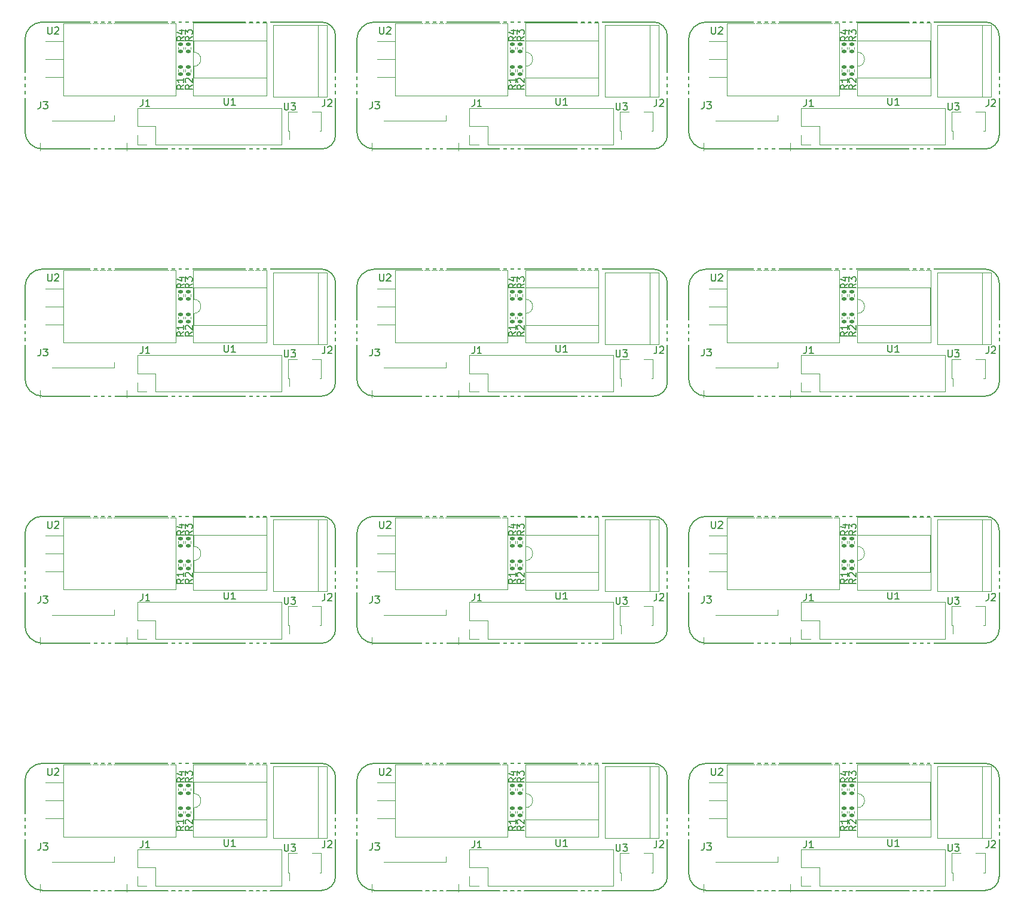
<source format=gto>
%TF.GenerationSoftware,KiCad,Pcbnew,6.0.2*%
%TF.CreationDate,2022-03-13T21:00:17+01:00*%
%TF.ProjectId,panelized,70616e65-6c69-47a6-9564-2e6b69636164,rev?*%
%TF.SameCoordinates,Original*%
%TF.FileFunction,Legend,Top*%
%TF.FilePolarity,Positive*%
%FSLAX46Y46*%
G04 Gerber Fmt 4.6, Leading zero omitted, Abs format (unit mm)*
G04 Created by KiCad (PCBNEW 6.0.2) date 2022-03-13 21:00:17*
%MOMM*%
%LPD*%
G01*
G04 APERTURE LIST*
G04 Aperture macros list*
%AMRoundRect*
0 Rectangle with rounded corners*
0 $1 Rounding radius*
0 $2 $3 $4 $5 $6 $7 $8 $9 X,Y pos of 4 corners*
0 Add a 4 corners polygon primitive as box body*
4,1,4,$2,$3,$4,$5,$6,$7,$8,$9,$2,$3,0*
0 Add four circle primitives for the rounded corners*
1,1,$1+$1,$2,$3*
1,1,$1+$1,$4,$5*
1,1,$1+$1,$6,$7*
1,1,$1+$1,$8,$9*
0 Add four rect primitives between the rounded corners*
20,1,$1+$1,$2,$3,$4,$5,0*
20,1,$1+$1,$4,$5,$6,$7,0*
20,1,$1+$1,$6,$7,$8,$9,0*
20,1,$1+$1,$8,$9,$2,$3,0*%
%AMFreePoly0*
4,1,9,3.862500,-0.866500,0.737500,-0.866500,0.737500,-0.450000,-0.737500,-0.450000,-0.737500,0.450000,0.737500,0.450000,0.737500,0.866500,3.862500,0.866500,3.862500,-0.866500,3.862500,-0.866500,$1*%
G04 Aperture macros list end*
%ADD10C,0.150000*%
%ADD11C,0.120000*%
%ADD12C,0.500000*%
%ADD13RoundRect,0.135000X0.185000X-0.135000X0.185000X0.135000X-0.185000X0.135000X-0.185000X-0.135000X0*%
%ADD14R,0.900000X1.300000*%
%ADD15FreePoly0,90.000000*%
%ADD16O,3.500000X3.500000*%
%ADD17R,2.000000X1.905000*%
%ADD18O,2.000000X1.905000*%
%ADD19C,1.100000*%
%ADD20R,1.100000X2.500000*%
%ADD21O,1.900000X3.500000*%
%ADD22C,1.000000*%
%ADD23RoundRect,0.135000X-0.185000X0.135000X-0.185000X-0.135000X0.185000X-0.135000X0.185000X0.135000X0*%
%ADD24R,1.700000X1.700000*%
%ADD25O,1.700000X1.700000*%
%ADD26R,1.600000X1.600000*%
%ADD27O,1.600000X1.600000*%
%ADD28R,3.000000X3.000000*%
%ADD29C,3.000000*%
G04 APERTURE END LIST*
D10*
X164000011Y-164000013D02*
X124500011Y-164000013D01*
X117000004Y-164000013D02*
X77500004Y-164000013D01*
X69999997Y-164000013D02*
X30499997Y-164000013D01*
X164000011Y-129000008D02*
X124500011Y-129000008D01*
X117000004Y-129000008D02*
X77500004Y-129000008D01*
X69999997Y-129000008D02*
X30499997Y-129000008D01*
X164000011Y-94000003D02*
X124500011Y-94000003D01*
X117000004Y-94000003D02*
X77500004Y-94000003D01*
X69999997Y-58999998D02*
X30499997Y-58999998D01*
X69999997Y-94000003D02*
X30499997Y-94000003D01*
X164000011Y-58999998D02*
X124500011Y-58999998D01*
X117000004Y-58999998D02*
X77500004Y-58999998D01*
X124500011Y-146000013D02*
G75*
G03*
X122000011Y-148500013I0J-2500000D01*
G01*
X77500004Y-146000013D02*
G75*
G03*
X75000004Y-148500013I0J-2500000D01*
G01*
X30499997Y-146000013D02*
G75*
G03*
X27999997Y-148500013I0J-2500000D01*
G01*
X124500011Y-111000008D02*
G75*
G03*
X122000011Y-113500008I0J-2500000D01*
G01*
X77500004Y-111000008D02*
G75*
G03*
X75000004Y-113500008I0J-2500000D01*
G01*
X30499997Y-111000008D02*
G75*
G03*
X27999997Y-113500008I0J-2500000D01*
G01*
X124500011Y-76000003D02*
G75*
G03*
X122000011Y-78500003I0J-2500000D01*
G01*
X77500004Y-76000003D02*
G75*
G03*
X75000004Y-78500003I0J-2500000D01*
G01*
X30499997Y-40999998D02*
G75*
G03*
X27999997Y-43499998I0J-2500000D01*
G01*
X30499997Y-76000003D02*
G75*
G03*
X27999997Y-78500003I0J-2500000D01*
G01*
X124500011Y-40999998D02*
G75*
G03*
X122000011Y-43499998I0J-2500000D01*
G01*
X77500004Y-40999998D02*
G75*
G03*
X75000004Y-43499998I0J-2500000D01*
G01*
X164000011Y-164000013D02*
G75*
G03*
X166000011Y-162000013I1J1999999D01*
G01*
X117000004Y-164000013D02*
G75*
G03*
X119000004Y-162000013I1J1999999D01*
G01*
X69999997Y-164000013D02*
G75*
G03*
X71999997Y-162000013I1J1999999D01*
G01*
X164000011Y-129000008D02*
G75*
G03*
X166000011Y-127000008I1J1999999D01*
G01*
X117000004Y-129000008D02*
G75*
G03*
X119000004Y-127000008I1J1999999D01*
G01*
X69999997Y-129000008D02*
G75*
G03*
X71999997Y-127000008I1J1999999D01*
G01*
X164000011Y-94000003D02*
G75*
G03*
X166000011Y-92000003I1J1999999D01*
G01*
X117000004Y-94000003D02*
G75*
G03*
X119000004Y-92000003I1J1999999D01*
G01*
X69999997Y-58999998D02*
G75*
G03*
X71999997Y-56999998I1J1999999D01*
G01*
X69999997Y-94000003D02*
G75*
G03*
X71999997Y-92000003I1J1999999D01*
G01*
X164000011Y-58999998D02*
G75*
G03*
X166000011Y-56999998I1J1999999D01*
G01*
X117000004Y-58999998D02*
G75*
G03*
X119000004Y-56999998I1J1999999D01*
G01*
X124500011Y-146000013D02*
X164000011Y-146000013D01*
X77500004Y-146000013D02*
X117000004Y-146000013D01*
X30499997Y-146000013D02*
X69999997Y-146000013D01*
X124500011Y-111000008D02*
X164000011Y-111000008D01*
X77500004Y-111000008D02*
X117000004Y-111000008D01*
X30499997Y-111000008D02*
X69999997Y-111000008D01*
X124500011Y-76000003D02*
X164000011Y-76000003D01*
X77500004Y-76000003D02*
X117000004Y-76000003D01*
X30499997Y-40999998D02*
X69999997Y-40999998D01*
X30499997Y-76000003D02*
X69999997Y-76000003D01*
X124500011Y-40999998D02*
X164000011Y-40999998D01*
X77500004Y-40999998D02*
X117000004Y-40999998D01*
X122000011Y-161500013D02*
X122000011Y-148500013D01*
X75000004Y-161500013D02*
X75000004Y-148500013D01*
X27999997Y-161500013D02*
X27999997Y-148500013D01*
X122000011Y-126500008D02*
X122000011Y-113500008D01*
X75000004Y-126500008D02*
X75000004Y-113500008D01*
X27999997Y-126500008D02*
X27999997Y-113500008D01*
X122000011Y-91500003D02*
X122000011Y-78500003D01*
X75000004Y-91500003D02*
X75000004Y-78500003D01*
X27999997Y-56499998D02*
X27999997Y-43499998D01*
X27999997Y-91500003D02*
X27999997Y-78500003D01*
X122000011Y-56499998D02*
X122000011Y-43499998D01*
X75000004Y-56499998D02*
X75000004Y-43499998D01*
X166000011Y-148000013D02*
X166000011Y-162000013D01*
X119000004Y-148000013D02*
X119000004Y-162000013D01*
X71999997Y-148000013D02*
X71999997Y-162000013D01*
X166000011Y-113000008D02*
X166000011Y-127000008D01*
X119000004Y-113000008D02*
X119000004Y-127000008D01*
X71999997Y-113000008D02*
X71999997Y-127000008D01*
X166000011Y-78000003D02*
X166000011Y-92000003D01*
X119000004Y-78000003D02*
X119000004Y-92000003D01*
X71999997Y-42999998D02*
X71999997Y-56999998D01*
X71999997Y-78000003D02*
X71999997Y-92000003D01*
X166000011Y-42999998D02*
X166000011Y-56999998D01*
X119000004Y-42999998D02*
X119000004Y-56999998D01*
X166000011Y-148000013D02*
G75*
G03*
X164000011Y-146000013I-1999999J1D01*
G01*
X119000004Y-148000013D02*
G75*
G03*
X117000004Y-146000013I-1999999J1D01*
G01*
X71999997Y-148000013D02*
G75*
G03*
X69999997Y-146000013I-1999999J1D01*
G01*
X166000011Y-113000008D02*
G75*
G03*
X164000011Y-111000008I-1999999J1D01*
G01*
X119000004Y-113000008D02*
G75*
G03*
X117000004Y-111000008I-1999999J1D01*
G01*
X71999997Y-113000008D02*
G75*
G03*
X69999997Y-111000008I-1999999J1D01*
G01*
X166000011Y-78000003D02*
G75*
G03*
X164000011Y-76000003I-1999999J1D01*
G01*
X119000004Y-78000003D02*
G75*
G03*
X117000004Y-76000003I-1999999J1D01*
G01*
X71999997Y-42999998D02*
G75*
G03*
X69999997Y-40999998I-1999999J1D01*
G01*
X71999997Y-78000003D02*
G75*
G03*
X69999997Y-76000003I-1999999J1D01*
G01*
X166000011Y-42999998D02*
G75*
G03*
X164000011Y-40999998I-1999999J1D01*
G01*
X119000004Y-42999998D02*
G75*
G03*
X117000004Y-40999998I-1999999J1D01*
G01*
X122000011Y-161500013D02*
G75*
G03*
X124500011Y-164000013I2500000J0D01*
G01*
X75000004Y-161500013D02*
G75*
G03*
X77500004Y-164000013I2500000J0D01*
G01*
X27999997Y-161500013D02*
G75*
G03*
X30499997Y-164000013I2500000J0D01*
G01*
X122000011Y-126500008D02*
G75*
G03*
X124500011Y-129000008I2500000J0D01*
G01*
X75000004Y-126500008D02*
G75*
G03*
X77500004Y-129000008I2500000J0D01*
G01*
X27999997Y-126500008D02*
G75*
G03*
X30499997Y-129000008I2500000J0D01*
G01*
X122000011Y-91500003D02*
G75*
G03*
X124500011Y-94000003I2500000J0D01*
G01*
X75000004Y-91500003D02*
G75*
G03*
X77500004Y-94000003I2500000J0D01*
G01*
X27999997Y-56499998D02*
G75*
G03*
X30499997Y-58999998I2500000J0D01*
G01*
X27999997Y-91500003D02*
G75*
G03*
X30499997Y-94000003I2500000J0D01*
G01*
X122000011Y-56499998D02*
G75*
G03*
X124500011Y-58999998I2500000J0D01*
G01*
X75000004Y-56499998D02*
G75*
G03*
X77500004Y-58999998I2500000J0D01*
G01*
%TO.C,R3*%
X145702391Y-113066674D02*
X145226201Y-113400008D01*
X145702391Y-113638103D02*
X144702391Y-113638103D01*
X144702391Y-113257150D01*
X144750011Y-113161912D01*
X144797630Y-113114293D01*
X144892868Y-113066674D01*
X145035725Y-113066674D01*
X145130963Y-113114293D01*
X145178582Y-113161912D01*
X145226201Y-113257150D01*
X145226201Y-113638103D01*
X144702391Y-112733341D02*
X144702391Y-112114293D01*
X145083344Y-112447627D01*
X145083344Y-112304769D01*
X145130963Y-112209531D01*
X145178582Y-112161912D01*
X145273820Y-112114293D01*
X145511915Y-112114293D01*
X145607153Y-112161912D01*
X145654772Y-112209531D01*
X145702391Y-112304769D01*
X145702391Y-112590484D01*
X145654772Y-112685722D01*
X145607153Y-112733341D01*
%TO.C,U3*%
X158738106Y-122452388D02*
X158738106Y-123261912D01*
X158785725Y-123357150D01*
X158833344Y-123404769D01*
X158928582Y-123452388D01*
X159119058Y-123452388D01*
X159214296Y-123404769D01*
X159261915Y-123357150D01*
X159309534Y-123261912D01*
X159309534Y-122452388D01*
X159690487Y-122452388D02*
X160309534Y-122452388D01*
X159976201Y-122833341D01*
X160119058Y-122833341D01*
X160214296Y-122880960D01*
X160261915Y-122928579D01*
X160309534Y-123023817D01*
X160309534Y-123261912D01*
X160261915Y-123357150D01*
X160214296Y-123404769D01*
X160119058Y-123452388D01*
X159833344Y-123452388D01*
X159738106Y-123404769D01*
X159690487Y-123357150D01*
%TO.C,R4*%
X97552384Y-78066669D02*
X97076194Y-78400003D01*
X97552384Y-78638098D02*
X96552384Y-78638098D01*
X96552384Y-78257145D01*
X96600004Y-78161907D01*
X96647623Y-78114288D01*
X96742861Y-78066669D01*
X96885718Y-78066669D01*
X96980956Y-78114288D01*
X97028575Y-78161907D01*
X97076194Y-78257145D01*
X97076194Y-78638098D01*
X96885718Y-77209526D02*
X97552384Y-77209526D01*
X96504765Y-77447622D02*
X97219051Y-77685717D01*
X97219051Y-77066669D01*
%TO.C,U2*%
X78238099Y-111702388D02*
X78238099Y-112511912D01*
X78285718Y-112607150D01*
X78333337Y-112654769D01*
X78428575Y-112702388D01*
X78619051Y-112702388D01*
X78714289Y-112654769D01*
X78761908Y-112607150D01*
X78809527Y-112511912D01*
X78809527Y-111702388D01*
X79238099Y-111797627D02*
X79285718Y-111750008D01*
X79380956Y-111702388D01*
X79619051Y-111702388D01*
X79714289Y-111750008D01*
X79761908Y-111797627D01*
X79809527Y-111892865D01*
X79809527Y-111988103D01*
X79761908Y-112130960D01*
X79190480Y-112702388D01*
X79809527Y-112702388D01*
%TO.C,J3*%
X77201670Y-157292393D02*
X77201670Y-158006679D01*
X77154051Y-158149536D01*
X77058813Y-158244774D01*
X76915956Y-158292393D01*
X76820718Y-158292393D01*
X77582623Y-157292393D02*
X78201670Y-157292393D01*
X77868337Y-157673346D01*
X78011194Y-157673346D01*
X78106432Y-157720965D01*
X78154051Y-157768584D01*
X78201670Y-157863822D01*
X78201670Y-158101917D01*
X78154051Y-158197155D01*
X78106432Y-158244774D01*
X78011194Y-158292393D01*
X77725480Y-158292393D01*
X77630242Y-158244774D01*
X77582623Y-158197155D01*
X30201663Y-87292383D02*
X30201663Y-88006669D01*
X30154044Y-88149526D01*
X30058806Y-88244764D01*
X29915949Y-88292383D01*
X29820711Y-88292383D01*
X30582616Y-87292383D02*
X31201663Y-87292383D01*
X30868330Y-87673336D01*
X31011187Y-87673336D01*
X31106425Y-87720955D01*
X31154044Y-87768574D01*
X31201663Y-87863812D01*
X31201663Y-88101907D01*
X31154044Y-88197145D01*
X31106425Y-88244764D01*
X31011187Y-88292383D01*
X30725473Y-88292383D01*
X30630235Y-88244764D01*
X30582616Y-88197145D01*
%TO.C,R3*%
X51702377Y-78066669D02*
X51226187Y-78400003D01*
X51702377Y-78638098D02*
X50702377Y-78638098D01*
X50702377Y-78257145D01*
X50749997Y-78161907D01*
X50797616Y-78114288D01*
X50892854Y-78066669D01*
X51035711Y-78066669D01*
X51130949Y-78114288D01*
X51178568Y-78161907D01*
X51226187Y-78257145D01*
X51226187Y-78638098D01*
X50702377Y-77733336D02*
X50702377Y-77114288D01*
X51083330Y-77447622D01*
X51083330Y-77304764D01*
X51130949Y-77209526D01*
X51178568Y-77161907D01*
X51273806Y-77114288D01*
X51511901Y-77114288D01*
X51607139Y-77161907D01*
X51654758Y-77209526D01*
X51702377Y-77304764D01*
X51702377Y-77590479D01*
X51654758Y-77685717D01*
X51607139Y-77733336D01*
%TO.C,U2*%
X31238092Y-146702393D02*
X31238092Y-147511917D01*
X31285711Y-147607155D01*
X31333330Y-147654774D01*
X31428568Y-147702393D01*
X31619044Y-147702393D01*
X31714282Y-147654774D01*
X31761901Y-147607155D01*
X31809520Y-147511917D01*
X31809520Y-146702393D01*
X32238092Y-146797632D02*
X32285711Y-146750013D01*
X32380949Y-146702393D01*
X32619044Y-146702393D01*
X32714282Y-146750013D01*
X32761901Y-146797632D01*
X32809520Y-146892870D01*
X32809520Y-146988108D01*
X32761901Y-147130965D01*
X32190473Y-147702393D01*
X32809520Y-147702393D01*
%TO.C,R3*%
X98702384Y-113066674D02*
X98226194Y-113400008D01*
X98702384Y-113638103D02*
X97702384Y-113638103D01*
X97702384Y-113257150D01*
X97750004Y-113161912D01*
X97797623Y-113114293D01*
X97892861Y-113066674D01*
X98035718Y-113066674D01*
X98130956Y-113114293D01*
X98178575Y-113161912D01*
X98226194Y-113257150D01*
X98226194Y-113638103D01*
X97702384Y-112733341D02*
X97702384Y-112114293D01*
X98083337Y-112447627D01*
X98083337Y-112304769D01*
X98130956Y-112209531D01*
X98178575Y-112161912D01*
X98273813Y-112114293D01*
X98511908Y-112114293D01*
X98607146Y-112161912D01*
X98654765Y-112209531D01*
X98702384Y-112304769D01*
X98702384Y-112590484D01*
X98654765Y-112685722D01*
X98607146Y-112733341D01*
%TO.C,R1*%
X97502384Y-84916669D02*
X97026194Y-85250003D01*
X97502384Y-85488098D02*
X96502384Y-85488098D01*
X96502384Y-85107145D01*
X96550004Y-85011907D01*
X96597623Y-84964288D01*
X96692861Y-84916669D01*
X96835718Y-84916669D01*
X96930956Y-84964288D01*
X96978575Y-85011907D01*
X97026194Y-85107145D01*
X97026194Y-85488098D01*
X97502384Y-83964288D02*
X97502384Y-84535717D01*
X97502384Y-84250003D02*
X96502384Y-84250003D01*
X96645242Y-84345241D01*
X96740480Y-84440479D01*
X96788099Y-84535717D01*
%TO.C,R4*%
X97552384Y-43066664D02*
X97076194Y-43399998D01*
X97552384Y-43638093D02*
X96552384Y-43638093D01*
X96552384Y-43257140D01*
X96600004Y-43161902D01*
X96647623Y-43114283D01*
X96742861Y-43066664D01*
X96885718Y-43066664D01*
X96980956Y-43114283D01*
X97028575Y-43161902D01*
X97076194Y-43257140D01*
X97076194Y-43638093D01*
X96885718Y-42209521D02*
X97552384Y-42209521D01*
X96504765Y-42447617D02*
X97219051Y-42685712D01*
X97219051Y-42066664D01*
%TO.C,R1*%
X50502377Y-49916664D02*
X50026187Y-50249998D01*
X50502377Y-50488093D02*
X49502377Y-50488093D01*
X49502377Y-50107140D01*
X49549997Y-50011902D01*
X49597616Y-49964283D01*
X49692854Y-49916664D01*
X49835711Y-49916664D01*
X49930949Y-49964283D01*
X49978568Y-50011902D01*
X50026187Y-50107140D01*
X50026187Y-50488093D01*
X50502377Y-48964283D02*
X50502377Y-49535712D01*
X50502377Y-49249998D02*
X49502377Y-49249998D01*
X49645235Y-49345236D01*
X49740473Y-49440474D01*
X49788092Y-49535712D01*
%TO.C,J1*%
X44666663Y-86952383D02*
X44666663Y-87666669D01*
X44619044Y-87809526D01*
X44523806Y-87904764D01*
X44380949Y-87952383D01*
X44285711Y-87952383D01*
X45666663Y-87952383D02*
X45095235Y-87952383D01*
X45380949Y-87952383D02*
X45380949Y-86952383D01*
X45285711Y-87095241D01*
X45190473Y-87190479D01*
X45095235Y-87238098D01*
%TO.C,R1*%
X97502384Y-119916674D02*
X97026194Y-120250008D01*
X97502384Y-120488103D02*
X96502384Y-120488103D01*
X96502384Y-120107150D01*
X96550004Y-120011912D01*
X96597623Y-119964293D01*
X96692861Y-119916674D01*
X96835718Y-119916674D01*
X96930956Y-119964293D01*
X96978575Y-120011912D01*
X97026194Y-120107150D01*
X97026194Y-120488103D01*
X97502384Y-118964293D02*
X97502384Y-119535722D01*
X97502384Y-119250008D02*
X96502384Y-119250008D01*
X96645242Y-119345246D01*
X96740480Y-119440484D01*
X96788099Y-119535722D01*
%TO.C,R2*%
X98702384Y-49916664D02*
X98226194Y-50249998D01*
X98702384Y-50488093D02*
X97702384Y-50488093D01*
X97702384Y-50107140D01*
X97750004Y-50011902D01*
X97797623Y-49964283D01*
X97892861Y-49916664D01*
X98035718Y-49916664D01*
X98130956Y-49964283D01*
X98178575Y-50011902D01*
X98226194Y-50107140D01*
X98226194Y-50488093D01*
X97797623Y-49535712D02*
X97750004Y-49488093D01*
X97702384Y-49392855D01*
X97702384Y-49154759D01*
X97750004Y-49059521D01*
X97797623Y-49011902D01*
X97892861Y-48964283D01*
X97988099Y-48964283D01*
X98130956Y-49011902D01*
X98702384Y-49583331D01*
X98702384Y-48964283D01*
%TO.C,U3*%
X64738092Y-87452383D02*
X64738092Y-88261907D01*
X64785711Y-88357145D01*
X64833330Y-88404764D01*
X64928568Y-88452383D01*
X65119044Y-88452383D01*
X65214282Y-88404764D01*
X65261901Y-88357145D01*
X65309520Y-88261907D01*
X65309520Y-87452383D01*
X65690473Y-87452383D02*
X66309520Y-87452383D01*
X65976187Y-87833336D01*
X66119044Y-87833336D01*
X66214282Y-87880955D01*
X66261901Y-87928574D01*
X66309520Y-88023812D01*
X66309520Y-88261907D01*
X66261901Y-88357145D01*
X66214282Y-88404764D01*
X66119044Y-88452383D01*
X65833330Y-88452383D01*
X65738092Y-88404764D01*
X65690473Y-88357145D01*
%TO.C,J1*%
X91666670Y-121952388D02*
X91666670Y-122666674D01*
X91619051Y-122809531D01*
X91523813Y-122904769D01*
X91380956Y-122952388D01*
X91285718Y-122952388D01*
X92666670Y-122952388D02*
X92095242Y-122952388D01*
X92380956Y-122952388D02*
X92380956Y-121952388D01*
X92285718Y-122095246D01*
X92190480Y-122190484D01*
X92095242Y-122238103D01*
%TO.C,R2*%
X51702377Y-154916679D02*
X51226187Y-155250013D01*
X51702377Y-155488108D02*
X50702377Y-155488108D01*
X50702377Y-155107155D01*
X50749997Y-155011917D01*
X50797616Y-154964298D01*
X50892854Y-154916679D01*
X51035711Y-154916679D01*
X51130949Y-154964298D01*
X51178568Y-155011917D01*
X51226187Y-155107155D01*
X51226187Y-155488108D01*
X50797616Y-154535727D02*
X50749997Y-154488108D01*
X50702377Y-154392870D01*
X50702377Y-154154774D01*
X50749997Y-154059536D01*
X50797616Y-154011917D01*
X50892854Y-153964298D01*
X50988092Y-153964298D01*
X51130949Y-154011917D01*
X51702377Y-154583346D01*
X51702377Y-153964298D01*
%TO.C,U1*%
X150238106Y-86752383D02*
X150238106Y-87561907D01*
X150285725Y-87657145D01*
X150333344Y-87704764D01*
X150428582Y-87752383D01*
X150619058Y-87752383D01*
X150714296Y-87704764D01*
X150761915Y-87657145D01*
X150809534Y-87561907D01*
X150809534Y-86752383D01*
X151809534Y-87752383D02*
X151238106Y-87752383D01*
X151523820Y-87752383D02*
X151523820Y-86752383D01*
X151428582Y-86895241D01*
X151333344Y-86990479D01*
X151238106Y-87038098D01*
%TO.C,J3*%
X77201670Y-52292378D02*
X77201670Y-53006664D01*
X77154051Y-53149521D01*
X77058813Y-53244759D01*
X76915956Y-53292378D01*
X76820718Y-53292378D01*
X77582623Y-52292378D02*
X78201670Y-52292378D01*
X77868337Y-52673331D01*
X78011194Y-52673331D01*
X78106432Y-52720950D01*
X78154051Y-52768569D01*
X78201670Y-52863807D01*
X78201670Y-53101902D01*
X78154051Y-53197140D01*
X78106432Y-53244759D01*
X78011194Y-53292378D01*
X77725480Y-53292378D01*
X77630242Y-53244759D01*
X77582623Y-53197140D01*
%TO.C,R2*%
X145702391Y-84916669D02*
X145226201Y-85250003D01*
X145702391Y-85488098D02*
X144702391Y-85488098D01*
X144702391Y-85107145D01*
X144750011Y-85011907D01*
X144797630Y-84964288D01*
X144892868Y-84916669D01*
X145035725Y-84916669D01*
X145130963Y-84964288D01*
X145178582Y-85011907D01*
X145226201Y-85107145D01*
X145226201Y-85488098D01*
X144797630Y-84535717D02*
X144750011Y-84488098D01*
X144702391Y-84392860D01*
X144702391Y-84154764D01*
X144750011Y-84059526D01*
X144797630Y-84011907D01*
X144892868Y-83964288D01*
X144988106Y-83964288D01*
X145130963Y-84011907D01*
X145702391Y-84583336D01*
X145702391Y-83964288D01*
%TO.C,R4*%
X97552384Y-148066679D02*
X97076194Y-148400013D01*
X97552384Y-148638108D02*
X96552384Y-148638108D01*
X96552384Y-148257155D01*
X96600004Y-148161917D01*
X96647623Y-148114298D01*
X96742861Y-148066679D01*
X96885718Y-148066679D01*
X96980956Y-148114298D01*
X97028575Y-148161917D01*
X97076194Y-148257155D01*
X97076194Y-148638108D01*
X96885718Y-147209536D02*
X97552384Y-147209536D01*
X96504765Y-147447632D02*
X97219051Y-147685727D01*
X97219051Y-147066679D01*
%TO.C,J1*%
X91666670Y-156952393D02*
X91666670Y-157666679D01*
X91619051Y-157809536D01*
X91523813Y-157904774D01*
X91380956Y-157952393D01*
X91285718Y-157952393D01*
X92666670Y-157952393D02*
X92095242Y-157952393D01*
X92380956Y-157952393D02*
X92380956Y-156952393D01*
X92285718Y-157095251D01*
X92190480Y-157190489D01*
X92095242Y-157238108D01*
%TO.C,U3*%
X158738106Y-52452378D02*
X158738106Y-53261902D01*
X158785725Y-53357140D01*
X158833344Y-53404759D01*
X158928582Y-53452378D01*
X159119058Y-53452378D01*
X159214296Y-53404759D01*
X159261915Y-53357140D01*
X159309534Y-53261902D01*
X159309534Y-52452378D01*
X159690487Y-52452378D02*
X160309534Y-52452378D01*
X159976201Y-52833331D01*
X160119058Y-52833331D01*
X160214296Y-52880950D01*
X160261915Y-52928569D01*
X160309534Y-53023807D01*
X160309534Y-53261902D01*
X160261915Y-53357140D01*
X160214296Y-53404759D01*
X160119058Y-53452378D01*
X159833344Y-53452378D01*
X159738106Y-53404759D01*
X159690487Y-53357140D01*
%TO.C,J2*%
X70476663Y-156952393D02*
X70476663Y-157666679D01*
X70429044Y-157809536D01*
X70333806Y-157904774D01*
X70190949Y-157952393D01*
X70095711Y-157952393D01*
X70905235Y-157047632D02*
X70952854Y-157000013D01*
X71048092Y-156952393D01*
X71286187Y-156952393D01*
X71381425Y-157000013D01*
X71429044Y-157047632D01*
X71476663Y-157142870D01*
X71476663Y-157238108D01*
X71429044Y-157380965D01*
X70857616Y-157952393D01*
X71476663Y-157952393D01*
%TO.C,R1*%
X50502377Y-154916679D02*
X50026187Y-155250013D01*
X50502377Y-155488108D02*
X49502377Y-155488108D01*
X49502377Y-155107155D01*
X49549997Y-155011917D01*
X49597616Y-154964298D01*
X49692854Y-154916679D01*
X49835711Y-154916679D01*
X49930949Y-154964298D01*
X49978568Y-155011917D01*
X50026187Y-155107155D01*
X50026187Y-155488108D01*
X50502377Y-153964298D02*
X50502377Y-154535727D01*
X50502377Y-154250013D02*
X49502377Y-154250013D01*
X49645235Y-154345251D01*
X49740473Y-154440489D01*
X49788092Y-154535727D01*
%TO.C,J1*%
X44666663Y-121952388D02*
X44666663Y-122666674D01*
X44619044Y-122809531D01*
X44523806Y-122904769D01*
X44380949Y-122952388D01*
X44285711Y-122952388D01*
X45666663Y-122952388D02*
X45095235Y-122952388D01*
X45380949Y-122952388D02*
X45380949Y-121952388D01*
X45285711Y-122095246D01*
X45190473Y-122190484D01*
X45095235Y-122238103D01*
%TO.C,R1*%
X144502391Y-84916669D02*
X144026201Y-85250003D01*
X144502391Y-85488098D02*
X143502391Y-85488098D01*
X143502391Y-85107145D01*
X143550011Y-85011907D01*
X143597630Y-84964288D01*
X143692868Y-84916669D01*
X143835725Y-84916669D01*
X143930963Y-84964288D01*
X143978582Y-85011907D01*
X144026201Y-85107145D01*
X144026201Y-85488098D01*
X144502391Y-83964288D02*
X144502391Y-84535717D01*
X144502391Y-84250003D02*
X143502391Y-84250003D01*
X143645249Y-84345241D01*
X143740487Y-84440479D01*
X143788106Y-84535717D01*
%TO.C,U1*%
X56238092Y-121752388D02*
X56238092Y-122561912D01*
X56285711Y-122657150D01*
X56333330Y-122704769D01*
X56428568Y-122752388D01*
X56619044Y-122752388D01*
X56714282Y-122704769D01*
X56761901Y-122657150D01*
X56809520Y-122561912D01*
X56809520Y-121752388D01*
X57809520Y-122752388D02*
X57238092Y-122752388D01*
X57523806Y-122752388D02*
X57523806Y-121752388D01*
X57428568Y-121895246D01*
X57333330Y-121990484D01*
X57238092Y-122038103D01*
%TO.C,J2*%
X164476677Y-121952388D02*
X164476677Y-122666674D01*
X164429058Y-122809531D01*
X164333820Y-122904769D01*
X164190963Y-122952388D01*
X164095725Y-122952388D01*
X164905249Y-122047627D02*
X164952868Y-122000008D01*
X165048106Y-121952388D01*
X165286201Y-121952388D01*
X165381439Y-122000008D01*
X165429058Y-122047627D01*
X165476677Y-122142865D01*
X165476677Y-122238103D01*
X165429058Y-122380960D01*
X164857630Y-122952388D01*
X165476677Y-122952388D01*
%TO.C,R2*%
X51702377Y-49916664D02*
X51226187Y-50249998D01*
X51702377Y-50488093D02*
X50702377Y-50488093D01*
X50702377Y-50107140D01*
X50749997Y-50011902D01*
X50797616Y-49964283D01*
X50892854Y-49916664D01*
X51035711Y-49916664D01*
X51130949Y-49964283D01*
X51178568Y-50011902D01*
X51226187Y-50107140D01*
X51226187Y-50488093D01*
X50797616Y-49535712D02*
X50749997Y-49488093D01*
X50702377Y-49392855D01*
X50702377Y-49154759D01*
X50749997Y-49059521D01*
X50797616Y-49011902D01*
X50892854Y-48964283D01*
X50988092Y-48964283D01*
X51130949Y-49011902D01*
X51702377Y-49583331D01*
X51702377Y-48964283D01*
%TO.C,R1*%
X50502377Y-119916674D02*
X50026187Y-120250008D01*
X50502377Y-120488103D02*
X49502377Y-120488103D01*
X49502377Y-120107150D01*
X49549997Y-120011912D01*
X49597616Y-119964293D01*
X49692854Y-119916674D01*
X49835711Y-119916674D01*
X49930949Y-119964293D01*
X49978568Y-120011912D01*
X50026187Y-120107150D01*
X50026187Y-120488103D01*
X50502377Y-118964293D02*
X50502377Y-119535722D01*
X50502377Y-119250008D02*
X49502377Y-119250008D01*
X49645235Y-119345246D01*
X49740473Y-119440484D01*
X49788092Y-119535722D01*
%TO.C,R4*%
X50552377Y-43066664D02*
X50076187Y-43399998D01*
X50552377Y-43638093D02*
X49552377Y-43638093D01*
X49552377Y-43257140D01*
X49599997Y-43161902D01*
X49647616Y-43114283D01*
X49742854Y-43066664D01*
X49885711Y-43066664D01*
X49980949Y-43114283D01*
X50028568Y-43161902D01*
X50076187Y-43257140D01*
X50076187Y-43638093D01*
X49885711Y-42209521D02*
X50552377Y-42209521D01*
X49504758Y-42447617D02*
X50219044Y-42685712D01*
X50219044Y-42066664D01*
%TO.C,U3*%
X158738106Y-87452383D02*
X158738106Y-88261907D01*
X158785725Y-88357145D01*
X158833344Y-88404764D01*
X158928582Y-88452383D01*
X159119058Y-88452383D01*
X159214296Y-88404764D01*
X159261915Y-88357145D01*
X159309534Y-88261907D01*
X159309534Y-87452383D01*
X159690487Y-87452383D02*
X160309534Y-87452383D01*
X159976201Y-87833336D01*
X160119058Y-87833336D01*
X160214296Y-87880955D01*
X160261915Y-87928574D01*
X160309534Y-88023812D01*
X160309534Y-88261907D01*
X160261915Y-88357145D01*
X160214296Y-88404764D01*
X160119058Y-88452383D01*
X159833344Y-88452383D01*
X159738106Y-88404764D01*
X159690487Y-88357145D01*
%TO.C,U2*%
X31238092Y-76702383D02*
X31238092Y-77511907D01*
X31285711Y-77607145D01*
X31333330Y-77654764D01*
X31428568Y-77702383D01*
X31619044Y-77702383D01*
X31714282Y-77654764D01*
X31761901Y-77607145D01*
X31809520Y-77511907D01*
X31809520Y-76702383D01*
X32238092Y-76797622D02*
X32285711Y-76750003D01*
X32380949Y-76702383D01*
X32619044Y-76702383D01*
X32714282Y-76750003D01*
X32761901Y-76797622D01*
X32809520Y-76892860D01*
X32809520Y-76988098D01*
X32761901Y-77130955D01*
X32190473Y-77702383D01*
X32809520Y-77702383D01*
%TO.C,R1*%
X97502384Y-49916664D02*
X97026194Y-50249998D01*
X97502384Y-50488093D02*
X96502384Y-50488093D01*
X96502384Y-50107140D01*
X96550004Y-50011902D01*
X96597623Y-49964283D01*
X96692861Y-49916664D01*
X96835718Y-49916664D01*
X96930956Y-49964283D01*
X96978575Y-50011902D01*
X97026194Y-50107140D01*
X97026194Y-50488093D01*
X97502384Y-48964283D02*
X97502384Y-49535712D01*
X97502384Y-49249998D02*
X96502384Y-49249998D01*
X96645242Y-49345236D01*
X96740480Y-49440474D01*
X96788099Y-49535712D01*
%TO.C,U3*%
X111738099Y-52452378D02*
X111738099Y-53261902D01*
X111785718Y-53357140D01*
X111833337Y-53404759D01*
X111928575Y-53452378D01*
X112119051Y-53452378D01*
X112214289Y-53404759D01*
X112261908Y-53357140D01*
X112309527Y-53261902D01*
X112309527Y-52452378D01*
X112690480Y-52452378D02*
X113309527Y-52452378D01*
X112976194Y-52833331D01*
X113119051Y-52833331D01*
X113214289Y-52880950D01*
X113261908Y-52928569D01*
X113309527Y-53023807D01*
X113309527Y-53261902D01*
X113261908Y-53357140D01*
X113214289Y-53404759D01*
X113119051Y-53452378D01*
X112833337Y-53452378D01*
X112738099Y-53404759D01*
X112690480Y-53357140D01*
%TO.C,R1*%
X97502384Y-154916679D02*
X97026194Y-155250013D01*
X97502384Y-155488108D02*
X96502384Y-155488108D01*
X96502384Y-155107155D01*
X96550004Y-155011917D01*
X96597623Y-154964298D01*
X96692861Y-154916679D01*
X96835718Y-154916679D01*
X96930956Y-154964298D01*
X96978575Y-155011917D01*
X97026194Y-155107155D01*
X97026194Y-155488108D01*
X97502384Y-153964298D02*
X97502384Y-154535727D01*
X97502384Y-154250013D02*
X96502384Y-154250013D01*
X96645242Y-154345251D01*
X96740480Y-154440489D01*
X96788099Y-154535727D01*
%TO.C,R2*%
X51702377Y-119916674D02*
X51226187Y-120250008D01*
X51702377Y-120488103D02*
X50702377Y-120488103D01*
X50702377Y-120107150D01*
X50749997Y-120011912D01*
X50797616Y-119964293D01*
X50892854Y-119916674D01*
X51035711Y-119916674D01*
X51130949Y-119964293D01*
X51178568Y-120011912D01*
X51226187Y-120107150D01*
X51226187Y-120488103D01*
X50797616Y-119535722D02*
X50749997Y-119488103D01*
X50702377Y-119392865D01*
X50702377Y-119154769D01*
X50749997Y-119059531D01*
X50797616Y-119011912D01*
X50892854Y-118964293D01*
X50988092Y-118964293D01*
X51130949Y-119011912D01*
X51702377Y-119583341D01*
X51702377Y-118964293D01*
%TO.C,R4*%
X144552391Y-78066669D02*
X144076201Y-78400003D01*
X144552391Y-78638098D02*
X143552391Y-78638098D01*
X143552391Y-78257145D01*
X143600011Y-78161907D01*
X143647630Y-78114288D01*
X143742868Y-78066669D01*
X143885725Y-78066669D01*
X143980963Y-78114288D01*
X144028582Y-78161907D01*
X144076201Y-78257145D01*
X144076201Y-78638098D01*
X143885725Y-77209526D02*
X144552391Y-77209526D01*
X143504772Y-77447622D02*
X144219058Y-77685717D01*
X144219058Y-77066669D01*
%TO.C,R2*%
X145702391Y-154916679D02*
X145226201Y-155250013D01*
X145702391Y-155488108D02*
X144702391Y-155488108D01*
X144702391Y-155107155D01*
X144750011Y-155011917D01*
X144797630Y-154964298D01*
X144892868Y-154916679D01*
X145035725Y-154916679D01*
X145130963Y-154964298D01*
X145178582Y-155011917D01*
X145226201Y-155107155D01*
X145226201Y-155488108D01*
X144797630Y-154535727D02*
X144750011Y-154488108D01*
X144702391Y-154392870D01*
X144702391Y-154154774D01*
X144750011Y-154059536D01*
X144797630Y-154011917D01*
X144892868Y-153964298D01*
X144988106Y-153964298D01*
X145130963Y-154011917D01*
X145702391Y-154583346D01*
X145702391Y-153964298D01*
%TO.C,U3*%
X64738092Y-52452378D02*
X64738092Y-53261902D01*
X64785711Y-53357140D01*
X64833330Y-53404759D01*
X64928568Y-53452378D01*
X65119044Y-53452378D01*
X65214282Y-53404759D01*
X65261901Y-53357140D01*
X65309520Y-53261902D01*
X65309520Y-52452378D01*
X65690473Y-52452378D02*
X66309520Y-52452378D01*
X65976187Y-52833331D01*
X66119044Y-52833331D01*
X66214282Y-52880950D01*
X66261901Y-52928569D01*
X66309520Y-53023807D01*
X66309520Y-53261902D01*
X66261901Y-53357140D01*
X66214282Y-53404759D01*
X66119044Y-53452378D01*
X65833330Y-53452378D01*
X65738092Y-53404759D01*
X65690473Y-53357140D01*
%TO.C,U2*%
X78238099Y-41702378D02*
X78238099Y-42511902D01*
X78285718Y-42607140D01*
X78333337Y-42654759D01*
X78428575Y-42702378D01*
X78619051Y-42702378D01*
X78714289Y-42654759D01*
X78761908Y-42607140D01*
X78809527Y-42511902D01*
X78809527Y-41702378D01*
X79238099Y-41797617D02*
X79285718Y-41749998D01*
X79380956Y-41702378D01*
X79619051Y-41702378D01*
X79714289Y-41749998D01*
X79761908Y-41797617D01*
X79809527Y-41892855D01*
X79809527Y-41988093D01*
X79761908Y-42130950D01*
X79190480Y-42702378D01*
X79809527Y-42702378D01*
%TO.C,J2*%
X70476663Y-121952388D02*
X70476663Y-122666674D01*
X70429044Y-122809531D01*
X70333806Y-122904769D01*
X70190949Y-122952388D01*
X70095711Y-122952388D01*
X70905235Y-122047627D02*
X70952854Y-122000008D01*
X71048092Y-121952388D01*
X71286187Y-121952388D01*
X71381425Y-122000008D01*
X71429044Y-122047627D01*
X71476663Y-122142865D01*
X71476663Y-122238103D01*
X71429044Y-122380960D01*
X70857616Y-122952388D01*
X71476663Y-122952388D01*
%TO.C,U2*%
X125238106Y-146702393D02*
X125238106Y-147511917D01*
X125285725Y-147607155D01*
X125333344Y-147654774D01*
X125428582Y-147702393D01*
X125619058Y-147702393D01*
X125714296Y-147654774D01*
X125761915Y-147607155D01*
X125809534Y-147511917D01*
X125809534Y-146702393D01*
X126238106Y-146797632D02*
X126285725Y-146750013D01*
X126380963Y-146702393D01*
X126619058Y-146702393D01*
X126714296Y-146750013D01*
X126761915Y-146797632D01*
X126809534Y-146892870D01*
X126809534Y-146988108D01*
X126761915Y-147130965D01*
X126190487Y-147702393D01*
X126809534Y-147702393D01*
%TO.C,U1*%
X150238106Y-51752378D02*
X150238106Y-52561902D01*
X150285725Y-52657140D01*
X150333344Y-52704759D01*
X150428582Y-52752378D01*
X150619058Y-52752378D01*
X150714296Y-52704759D01*
X150761915Y-52657140D01*
X150809534Y-52561902D01*
X150809534Y-51752378D01*
X151809534Y-52752378D02*
X151238106Y-52752378D01*
X151523820Y-52752378D02*
X151523820Y-51752378D01*
X151428582Y-51895236D01*
X151333344Y-51990474D01*
X151238106Y-52038093D01*
%TO.C,J2*%
X70476663Y-86952383D02*
X70476663Y-87666669D01*
X70429044Y-87809526D01*
X70333806Y-87904764D01*
X70190949Y-87952383D01*
X70095711Y-87952383D01*
X70905235Y-87047622D02*
X70952854Y-87000003D01*
X71048092Y-86952383D01*
X71286187Y-86952383D01*
X71381425Y-87000003D01*
X71429044Y-87047622D01*
X71476663Y-87142860D01*
X71476663Y-87238098D01*
X71429044Y-87380955D01*
X70857616Y-87952383D01*
X71476663Y-87952383D01*
%TO.C,R2*%
X98702384Y-154916679D02*
X98226194Y-155250013D01*
X98702384Y-155488108D02*
X97702384Y-155488108D01*
X97702384Y-155107155D01*
X97750004Y-155011917D01*
X97797623Y-154964298D01*
X97892861Y-154916679D01*
X98035718Y-154916679D01*
X98130956Y-154964298D01*
X98178575Y-155011917D01*
X98226194Y-155107155D01*
X98226194Y-155488108D01*
X97797623Y-154535727D02*
X97750004Y-154488108D01*
X97702384Y-154392870D01*
X97702384Y-154154774D01*
X97750004Y-154059536D01*
X97797623Y-154011917D01*
X97892861Y-153964298D01*
X97988099Y-153964298D01*
X98130956Y-154011917D01*
X98702384Y-154583346D01*
X98702384Y-153964298D01*
%TO.C,U1*%
X103238099Y-156752393D02*
X103238099Y-157561917D01*
X103285718Y-157657155D01*
X103333337Y-157704774D01*
X103428575Y-157752393D01*
X103619051Y-157752393D01*
X103714289Y-157704774D01*
X103761908Y-157657155D01*
X103809527Y-157561917D01*
X103809527Y-156752393D01*
X104809527Y-157752393D02*
X104238099Y-157752393D01*
X104523813Y-157752393D02*
X104523813Y-156752393D01*
X104428575Y-156895251D01*
X104333337Y-156990489D01*
X104238099Y-157038108D01*
%TO.C,J1*%
X138666677Y-51952378D02*
X138666677Y-52666664D01*
X138619058Y-52809521D01*
X138523820Y-52904759D01*
X138380963Y-52952378D01*
X138285725Y-52952378D01*
X139666677Y-52952378D02*
X139095249Y-52952378D01*
X139380963Y-52952378D02*
X139380963Y-51952378D01*
X139285725Y-52095236D01*
X139190487Y-52190474D01*
X139095249Y-52238093D01*
%TO.C,R1*%
X50502377Y-84916669D02*
X50026187Y-85250003D01*
X50502377Y-85488098D02*
X49502377Y-85488098D01*
X49502377Y-85107145D01*
X49549997Y-85011907D01*
X49597616Y-84964288D01*
X49692854Y-84916669D01*
X49835711Y-84916669D01*
X49930949Y-84964288D01*
X49978568Y-85011907D01*
X50026187Y-85107145D01*
X50026187Y-85488098D01*
X50502377Y-83964288D02*
X50502377Y-84535717D01*
X50502377Y-84250003D02*
X49502377Y-84250003D01*
X49645235Y-84345241D01*
X49740473Y-84440479D01*
X49788092Y-84535717D01*
%TO.C,R2*%
X98702384Y-84916669D02*
X98226194Y-85250003D01*
X98702384Y-85488098D02*
X97702384Y-85488098D01*
X97702384Y-85107145D01*
X97750004Y-85011907D01*
X97797623Y-84964288D01*
X97892861Y-84916669D01*
X98035718Y-84916669D01*
X98130956Y-84964288D01*
X98178575Y-85011907D01*
X98226194Y-85107145D01*
X98226194Y-85488098D01*
X97797623Y-84535717D02*
X97750004Y-84488098D01*
X97702384Y-84392860D01*
X97702384Y-84154764D01*
X97750004Y-84059526D01*
X97797623Y-84011907D01*
X97892861Y-83964288D01*
X97988099Y-83964288D01*
X98130956Y-84011907D01*
X98702384Y-84583336D01*
X98702384Y-83964288D01*
%TO.C,J3*%
X30201663Y-157292393D02*
X30201663Y-158006679D01*
X30154044Y-158149536D01*
X30058806Y-158244774D01*
X29915949Y-158292393D01*
X29820711Y-158292393D01*
X30582616Y-157292393D02*
X31201663Y-157292393D01*
X30868330Y-157673346D01*
X31011187Y-157673346D01*
X31106425Y-157720965D01*
X31154044Y-157768584D01*
X31201663Y-157863822D01*
X31201663Y-158101917D01*
X31154044Y-158197155D01*
X31106425Y-158244774D01*
X31011187Y-158292393D01*
X30725473Y-158292393D01*
X30630235Y-158244774D01*
X30582616Y-158197155D01*
%TO.C,U3*%
X111738099Y-87452383D02*
X111738099Y-88261907D01*
X111785718Y-88357145D01*
X111833337Y-88404764D01*
X111928575Y-88452383D01*
X112119051Y-88452383D01*
X112214289Y-88404764D01*
X112261908Y-88357145D01*
X112309527Y-88261907D01*
X112309527Y-87452383D01*
X112690480Y-87452383D02*
X113309527Y-87452383D01*
X112976194Y-87833336D01*
X113119051Y-87833336D01*
X113214289Y-87880955D01*
X113261908Y-87928574D01*
X113309527Y-88023812D01*
X113309527Y-88261907D01*
X113261908Y-88357145D01*
X113214289Y-88404764D01*
X113119051Y-88452383D01*
X112833337Y-88452383D01*
X112738099Y-88404764D01*
X112690480Y-88357145D01*
%TO.C,U1*%
X103238099Y-51752378D02*
X103238099Y-52561902D01*
X103285718Y-52657140D01*
X103333337Y-52704759D01*
X103428575Y-52752378D01*
X103619051Y-52752378D01*
X103714289Y-52704759D01*
X103761908Y-52657140D01*
X103809527Y-52561902D01*
X103809527Y-51752378D01*
X104809527Y-52752378D02*
X104238099Y-52752378D01*
X104523813Y-52752378D02*
X104523813Y-51752378D01*
X104428575Y-51895236D01*
X104333337Y-51990474D01*
X104238099Y-52038093D01*
%TO.C,R1*%
X144502391Y-154916679D02*
X144026201Y-155250013D01*
X144502391Y-155488108D02*
X143502391Y-155488108D01*
X143502391Y-155107155D01*
X143550011Y-155011917D01*
X143597630Y-154964298D01*
X143692868Y-154916679D01*
X143835725Y-154916679D01*
X143930963Y-154964298D01*
X143978582Y-155011917D01*
X144026201Y-155107155D01*
X144026201Y-155488108D01*
X144502391Y-153964298D02*
X144502391Y-154535727D01*
X144502391Y-154250013D02*
X143502391Y-154250013D01*
X143645249Y-154345251D01*
X143740487Y-154440489D01*
X143788106Y-154535727D01*
%TO.C,R4*%
X50552377Y-78066669D02*
X50076187Y-78400003D01*
X50552377Y-78638098D02*
X49552377Y-78638098D01*
X49552377Y-78257145D01*
X49599997Y-78161907D01*
X49647616Y-78114288D01*
X49742854Y-78066669D01*
X49885711Y-78066669D01*
X49980949Y-78114288D01*
X50028568Y-78161907D01*
X50076187Y-78257145D01*
X50076187Y-78638098D01*
X49885711Y-77209526D02*
X50552377Y-77209526D01*
X49504758Y-77447622D02*
X50219044Y-77685717D01*
X50219044Y-77066669D01*
%TO.C,J2*%
X164476677Y-51952378D02*
X164476677Y-52666664D01*
X164429058Y-52809521D01*
X164333820Y-52904759D01*
X164190963Y-52952378D01*
X164095725Y-52952378D01*
X164905249Y-52047617D02*
X164952868Y-51999998D01*
X165048106Y-51952378D01*
X165286201Y-51952378D01*
X165381439Y-51999998D01*
X165429058Y-52047617D01*
X165476677Y-52142855D01*
X165476677Y-52238093D01*
X165429058Y-52380950D01*
X164857630Y-52952378D01*
X165476677Y-52952378D01*
%TO.C,R4*%
X144552391Y-148066679D02*
X144076201Y-148400013D01*
X144552391Y-148638108D02*
X143552391Y-148638108D01*
X143552391Y-148257155D01*
X143600011Y-148161917D01*
X143647630Y-148114298D01*
X143742868Y-148066679D01*
X143885725Y-148066679D01*
X143980963Y-148114298D01*
X144028582Y-148161917D01*
X144076201Y-148257155D01*
X144076201Y-148638108D01*
X143885725Y-147209536D02*
X144552391Y-147209536D01*
X143504772Y-147447632D02*
X144219058Y-147685727D01*
X144219058Y-147066679D01*
%TO.C,U2*%
X125238106Y-76702383D02*
X125238106Y-77511907D01*
X125285725Y-77607145D01*
X125333344Y-77654764D01*
X125428582Y-77702383D01*
X125619058Y-77702383D01*
X125714296Y-77654764D01*
X125761915Y-77607145D01*
X125809534Y-77511907D01*
X125809534Y-76702383D01*
X126238106Y-76797622D02*
X126285725Y-76750003D01*
X126380963Y-76702383D01*
X126619058Y-76702383D01*
X126714296Y-76750003D01*
X126761915Y-76797622D01*
X126809534Y-76892860D01*
X126809534Y-76988098D01*
X126761915Y-77130955D01*
X126190487Y-77702383D01*
X126809534Y-77702383D01*
%TO.C,R2*%
X51702377Y-84916669D02*
X51226187Y-85250003D01*
X51702377Y-85488098D02*
X50702377Y-85488098D01*
X50702377Y-85107145D01*
X50749997Y-85011907D01*
X50797616Y-84964288D01*
X50892854Y-84916669D01*
X51035711Y-84916669D01*
X51130949Y-84964288D01*
X51178568Y-85011907D01*
X51226187Y-85107145D01*
X51226187Y-85488098D01*
X50797616Y-84535717D02*
X50749997Y-84488098D01*
X50702377Y-84392860D01*
X50702377Y-84154764D01*
X50749997Y-84059526D01*
X50797616Y-84011907D01*
X50892854Y-83964288D01*
X50988092Y-83964288D01*
X51130949Y-84011907D01*
X51702377Y-84583336D01*
X51702377Y-83964288D01*
%TO.C,J3*%
X30201663Y-52292378D02*
X30201663Y-53006664D01*
X30154044Y-53149521D01*
X30058806Y-53244759D01*
X29915949Y-53292378D01*
X29820711Y-53292378D01*
X30582616Y-52292378D02*
X31201663Y-52292378D01*
X30868330Y-52673331D01*
X31011187Y-52673331D01*
X31106425Y-52720950D01*
X31154044Y-52768569D01*
X31201663Y-52863807D01*
X31201663Y-53101902D01*
X31154044Y-53197140D01*
X31106425Y-53244759D01*
X31011187Y-53292378D01*
X30725473Y-53292378D01*
X30630235Y-53244759D01*
X30582616Y-53197140D01*
%TO.C,J2*%
X164476677Y-156952393D02*
X164476677Y-157666679D01*
X164429058Y-157809536D01*
X164333820Y-157904774D01*
X164190963Y-157952393D01*
X164095725Y-157952393D01*
X164905249Y-157047632D02*
X164952868Y-157000013D01*
X165048106Y-156952393D01*
X165286201Y-156952393D01*
X165381439Y-157000013D01*
X165429058Y-157047632D01*
X165476677Y-157142870D01*
X165476677Y-157238108D01*
X165429058Y-157380965D01*
X164857630Y-157952393D01*
X165476677Y-157952393D01*
%TO.C,R2*%
X145702391Y-49916664D02*
X145226201Y-50249998D01*
X145702391Y-50488093D02*
X144702391Y-50488093D01*
X144702391Y-50107140D01*
X144750011Y-50011902D01*
X144797630Y-49964283D01*
X144892868Y-49916664D01*
X145035725Y-49916664D01*
X145130963Y-49964283D01*
X145178582Y-50011902D01*
X145226201Y-50107140D01*
X145226201Y-50488093D01*
X144797630Y-49535712D02*
X144750011Y-49488093D01*
X144702391Y-49392855D01*
X144702391Y-49154759D01*
X144750011Y-49059521D01*
X144797630Y-49011902D01*
X144892868Y-48964283D01*
X144988106Y-48964283D01*
X145130963Y-49011902D01*
X145702391Y-49583331D01*
X145702391Y-48964283D01*
%TO.C,J2*%
X117476670Y-51952378D02*
X117476670Y-52666664D01*
X117429051Y-52809521D01*
X117333813Y-52904759D01*
X117190956Y-52952378D01*
X117095718Y-52952378D01*
X117905242Y-52047617D02*
X117952861Y-51999998D01*
X118048099Y-51952378D01*
X118286194Y-51952378D01*
X118381432Y-51999998D01*
X118429051Y-52047617D01*
X118476670Y-52142855D01*
X118476670Y-52238093D01*
X118429051Y-52380950D01*
X117857623Y-52952378D01*
X118476670Y-52952378D01*
%TO.C,R3*%
X98702384Y-43066664D02*
X98226194Y-43399998D01*
X98702384Y-43638093D02*
X97702384Y-43638093D01*
X97702384Y-43257140D01*
X97750004Y-43161902D01*
X97797623Y-43114283D01*
X97892861Y-43066664D01*
X98035718Y-43066664D01*
X98130956Y-43114283D01*
X98178575Y-43161902D01*
X98226194Y-43257140D01*
X98226194Y-43638093D01*
X97702384Y-42733331D02*
X97702384Y-42114283D01*
X98083337Y-42447617D01*
X98083337Y-42304759D01*
X98130956Y-42209521D01*
X98178575Y-42161902D01*
X98273813Y-42114283D01*
X98511908Y-42114283D01*
X98607146Y-42161902D01*
X98654765Y-42209521D01*
X98702384Y-42304759D01*
X98702384Y-42590474D01*
X98654765Y-42685712D01*
X98607146Y-42733331D01*
%TO.C,J3*%
X124201677Y-122292388D02*
X124201677Y-123006674D01*
X124154058Y-123149531D01*
X124058820Y-123244769D01*
X123915963Y-123292388D01*
X123820725Y-123292388D01*
X124582630Y-122292388D02*
X125201677Y-122292388D01*
X124868344Y-122673341D01*
X125011201Y-122673341D01*
X125106439Y-122720960D01*
X125154058Y-122768579D01*
X125201677Y-122863817D01*
X125201677Y-123101912D01*
X125154058Y-123197150D01*
X125106439Y-123244769D01*
X125011201Y-123292388D01*
X124725487Y-123292388D01*
X124630249Y-123244769D01*
X124582630Y-123197150D01*
%TO.C,J1*%
X138666677Y-156952393D02*
X138666677Y-157666679D01*
X138619058Y-157809536D01*
X138523820Y-157904774D01*
X138380963Y-157952393D01*
X138285725Y-157952393D01*
X139666677Y-157952393D02*
X139095249Y-157952393D01*
X139380963Y-157952393D02*
X139380963Y-156952393D01*
X139285725Y-157095251D01*
X139190487Y-157190489D01*
X139095249Y-157238108D01*
%TO.C,R3*%
X98702384Y-78066669D02*
X98226194Y-78400003D01*
X98702384Y-78638098D02*
X97702384Y-78638098D01*
X97702384Y-78257145D01*
X97750004Y-78161907D01*
X97797623Y-78114288D01*
X97892861Y-78066669D01*
X98035718Y-78066669D01*
X98130956Y-78114288D01*
X98178575Y-78161907D01*
X98226194Y-78257145D01*
X98226194Y-78638098D01*
X97702384Y-77733336D02*
X97702384Y-77114288D01*
X98083337Y-77447622D01*
X98083337Y-77304764D01*
X98130956Y-77209526D01*
X98178575Y-77161907D01*
X98273813Y-77114288D01*
X98511908Y-77114288D01*
X98607146Y-77161907D01*
X98654765Y-77209526D01*
X98702384Y-77304764D01*
X98702384Y-77590479D01*
X98654765Y-77685717D01*
X98607146Y-77733336D01*
%TO.C,R2*%
X145702391Y-119916674D02*
X145226201Y-120250008D01*
X145702391Y-120488103D02*
X144702391Y-120488103D01*
X144702391Y-120107150D01*
X144750011Y-120011912D01*
X144797630Y-119964293D01*
X144892868Y-119916674D01*
X145035725Y-119916674D01*
X145130963Y-119964293D01*
X145178582Y-120011912D01*
X145226201Y-120107150D01*
X145226201Y-120488103D01*
X144797630Y-119535722D02*
X144750011Y-119488103D01*
X144702391Y-119392865D01*
X144702391Y-119154769D01*
X144750011Y-119059531D01*
X144797630Y-119011912D01*
X144892868Y-118964293D01*
X144988106Y-118964293D01*
X145130963Y-119011912D01*
X145702391Y-119583341D01*
X145702391Y-118964293D01*
%TO.C,U2*%
X125238106Y-111702388D02*
X125238106Y-112511912D01*
X125285725Y-112607150D01*
X125333344Y-112654769D01*
X125428582Y-112702388D01*
X125619058Y-112702388D01*
X125714296Y-112654769D01*
X125761915Y-112607150D01*
X125809534Y-112511912D01*
X125809534Y-111702388D01*
X126238106Y-111797627D02*
X126285725Y-111750008D01*
X126380963Y-111702388D01*
X126619058Y-111702388D01*
X126714296Y-111750008D01*
X126761915Y-111797627D01*
X126809534Y-111892865D01*
X126809534Y-111988103D01*
X126761915Y-112130960D01*
X126190487Y-112702388D01*
X126809534Y-112702388D01*
%TO.C,U1*%
X56238092Y-156752393D02*
X56238092Y-157561917D01*
X56285711Y-157657155D01*
X56333330Y-157704774D01*
X56428568Y-157752393D01*
X56619044Y-157752393D01*
X56714282Y-157704774D01*
X56761901Y-157657155D01*
X56809520Y-157561917D01*
X56809520Y-156752393D01*
X57809520Y-157752393D02*
X57238092Y-157752393D01*
X57523806Y-157752393D02*
X57523806Y-156752393D01*
X57428568Y-156895251D01*
X57333330Y-156990489D01*
X57238092Y-157038108D01*
X103238099Y-121752388D02*
X103238099Y-122561912D01*
X103285718Y-122657150D01*
X103333337Y-122704769D01*
X103428575Y-122752388D01*
X103619051Y-122752388D01*
X103714289Y-122704769D01*
X103761908Y-122657150D01*
X103809527Y-122561912D01*
X103809527Y-121752388D01*
X104809527Y-122752388D02*
X104238099Y-122752388D01*
X104523813Y-122752388D02*
X104523813Y-121752388D01*
X104428575Y-121895246D01*
X104333337Y-121990484D01*
X104238099Y-122038103D01*
X150238106Y-156752393D02*
X150238106Y-157561917D01*
X150285725Y-157657155D01*
X150333344Y-157704774D01*
X150428582Y-157752393D01*
X150619058Y-157752393D01*
X150714296Y-157704774D01*
X150761915Y-157657155D01*
X150809534Y-157561917D01*
X150809534Y-156752393D01*
X151809534Y-157752393D02*
X151238106Y-157752393D01*
X151523820Y-157752393D02*
X151523820Y-156752393D01*
X151428582Y-156895251D01*
X151333344Y-156990489D01*
X151238106Y-157038108D01*
%TO.C,U3*%
X158738106Y-157452393D02*
X158738106Y-158261917D01*
X158785725Y-158357155D01*
X158833344Y-158404774D01*
X158928582Y-158452393D01*
X159119058Y-158452393D01*
X159214296Y-158404774D01*
X159261915Y-158357155D01*
X159309534Y-158261917D01*
X159309534Y-157452393D01*
X159690487Y-157452393D02*
X160309534Y-157452393D01*
X159976201Y-157833346D01*
X160119058Y-157833346D01*
X160214296Y-157880965D01*
X160261915Y-157928584D01*
X160309534Y-158023822D01*
X160309534Y-158261917D01*
X160261915Y-158357155D01*
X160214296Y-158404774D01*
X160119058Y-158452393D01*
X159833344Y-158452393D01*
X159738106Y-158404774D01*
X159690487Y-158357155D01*
%TO.C,R4*%
X50552377Y-113066674D02*
X50076187Y-113400008D01*
X50552377Y-113638103D02*
X49552377Y-113638103D01*
X49552377Y-113257150D01*
X49599997Y-113161912D01*
X49647616Y-113114293D01*
X49742854Y-113066674D01*
X49885711Y-113066674D01*
X49980949Y-113114293D01*
X50028568Y-113161912D01*
X50076187Y-113257150D01*
X50076187Y-113638103D01*
X49885711Y-112209531D02*
X50552377Y-112209531D01*
X49504758Y-112447627D02*
X50219044Y-112685722D01*
X50219044Y-112066674D01*
%TO.C,J3*%
X124201677Y-52292378D02*
X124201677Y-53006664D01*
X124154058Y-53149521D01*
X124058820Y-53244759D01*
X123915963Y-53292378D01*
X123820725Y-53292378D01*
X124582630Y-52292378D02*
X125201677Y-52292378D01*
X124868344Y-52673331D01*
X125011201Y-52673331D01*
X125106439Y-52720950D01*
X125154058Y-52768569D01*
X125201677Y-52863807D01*
X125201677Y-53101902D01*
X125154058Y-53197140D01*
X125106439Y-53244759D01*
X125011201Y-53292378D01*
X124725487Y-53292378D01*
X124630249Y-53244759D01*
X124582630Y-53197140D01*
%TO.C,J2*%
X117476670Y-156952393D02*
X117476670Y-157666679D01*
X117429051Y-157809536D01*
X117333813Y-157904774D01*
X117190956Y-157952393D01*
X117095718Y-157952393D01*
X117905242Y-157047632D02*
X117952861Y-157000013D01*
X118048099Y-156952393D01*
X118286194Y-156952393D01*
X118381432Y-157000013D01*
X118429051Y-157047632D01*
X118476670Y-157142870D01*
X118476670Y-157238108D01*
X118429051Y-157380965D01*
X117857623Y-157952393D01*
X118476670Y-157952393D01*
%TO.C,U3*%
X64738092Y-122452388D02*
X64738092Y-123261912D01*
X64785711Y-123357150D01*
X64833330Y-123404769D01*
X64928568Y-123452388D01*
X65119044Y-123452388D01*
X65214282Y-123404769D01*
X65261901Y-123357150D01*
X65309520Y-123261912D01*
X65309520Y-122452388D01*
X65690473Y-122452388D02*
X66309520Y-122452388D01*
X65976187Y-122833341D01*
X66119044Y-122833341D01*
X66214282Y-122880960D01*
X66261901Y-122928579D01*
X66309520Y-123023817D01*
X66309520Y-123261912D01*
X66261901Y-123357150D01*
X66214282Y-123404769D01*
X66119044Y-123452388D01*
X65833330Y-123452388D01*
X65738092Y-123404769D01*
X65690473Y-123357150D01*
%TO.C,J1*%
X138666677Y-86952383D02*
X138666677Y-87666669D01*
X138619058Y-87809526D01*
X138523820Y-87904764D01*
X138380963Y-87952383D01*
X138285725Y-87952383D01*
X139666677Y-87952383D02*
X139095249Y-87952383D01*
X139380963Y-87952383D02*
X139380963Y-86952383D01*
X139285725Y-87095241D01*
X139190487Y-87190479D01*
X139095249Y-87238098D01*
%TO.C,R3*%
X145702391Y-78066669D02*
X145226201Y-78400003D01*
X145702391Y-78638098D02*
X144702391Y-78638098D01*
X144702391Y-78257145D01*
X144750011Y-78161907D01*
X144797630Y-78114288D01*
X144892868Y-78066669D01*
X145035725Y-78066669D01*
X145130963Y-78114288D01*
X145178582Y-78161907D01*
X145226201Y-78257145D01*
X145226201Y-78638098D01*
X144702391Y-77733336D02*
X144702391Y-77114288D01*
X145083344Y-77447622D01*
X145083344Y-77304764D01*
X145130963Y-77209526D01*
X145178582Y-77161907D01*
X145273820Y-77114288D01*
X145511915Y-77114288D01*
X145607153Y-77161907D01*
X145654772Y-77209526D01*
X145702391Y-77304764D01*
X145702391Y-77590479D01*
X145654772Y-77685717D01*
X145607153Y-77733336D01*
%TO.C,R4*%
X50552377Y-148066679D02*
X50076187Y-148400013D01*
X50552377Y-148638108D02*
X49552377Y-148638108D01*
X49552377Y-148257155D01*
X49599997Y-148161917D01*
X49647616Y-148114298D01*
X49742854Y-148066679D01*
X49885711Y-148066679D01*
X49980949Y-148114298D01*
X50028568Y-148161917D01*
X50076187Y-148257155D01*
X50076187Y-148638108D01*
X49885711Y-147209536D02*
X50552377Y-147209536D01*
X49504758Y-147447632D02*
X50219044Y-147685727D01*
X50219044Y-147066679D01*
%TO.C,U2*%
X31238092Y-111702388D02*
X31238092Y-112511912D01*
X31285711Y-112607150D01*
X31333330Y-112654769D01*
X31428568Y-112702388D01*
X31619044Y-112702388D01*
X31714282Y-112654769D01*
X31761901Y-112607150D01*
X31809520Y-112511912D01*
X31809520Y-111702388D01*
X32238092Y-111797627D02*
X32285711Y-111750008D01*
X32380949Y-111702388D01*
X32619044Y-111702388D01*
X32714282Y-111750008D01*
X32761901Y-111797627D01*
X32809520Y-111892865D01*
X32809520Y-111988103D01*
X32761901Y-112130960D01*
X32190473Y-112702388D01*
X32809520Y-112702388D01*
%TO.C,J3*%
X124201677Y-157292393D02*
X124201677Y-158006679D01*
X124154058Y-158149536D01*
X124058820Y-158244774D01*
X123915963Y-158292393D01*
X123820725Y-158292393D01*
X124582630Y-157292393D02*
X125201677Y-157292393D01*
X124868344Y-157673346D01*
X125011201Y-157673346D01*
X125106439Y-157720965D01*
X125154058Y-157768584D01*
X125201677Y-157863822D01*
X125201677Y-158101917D01*
X125154058Y-158197155D01*
X125106439Y-158244774D01*
X125011201Y-158292393D01*
X124725487Y-158292393D01*
X124630249Y-158244774D01*
X124582630Y-158197155D01*
%TO.C,R4*%
X144552391Y-43066664D02*
X144076201Y-43399998D01*
X144552391Y-43638093D02*
X143552391Y-43638093D01*
X143552391Y-43257140D01*
X143600011Y-43161902D01*
X143647630Y-43114283D01*
X143742868Y-43066664D01*
X143885725Y-43066664D01*
X143980963Y-43114283D01*
X144028582Y-43161902D01*
X144076201Y-43257140D01*
X144076201Y-43638093D01*
X143885725Y-42209521D02*
X144552391Y-42209521D01*
X143504772Y-42447617D02*
X144219058Y-42685712D01*
X144219058Y-42066664D01*
%TO.C,R3*%
X51702377Y-148066679D02*
X51226187Y-148400013D01*
X51702377Y-148638108D02*
X50702377Y-148638108D01*
X50702377Y-148257155D01*
X50749997Y-148161917D01*
X50797616Y-148114298D01*
X50892854Y-148066679D01*
X51035711Y-148066679D01*
X51130949Y-148114298D01*
X51178568Y-148161917D01*
X51226187Y-148257155D01*
X51226187Y-148638108D01*
X50702377Y-147733346D02*
X50702377Y-147114298D01*
X51083330Y-147447632D01*
X51083330Y-147304774D01*
X51130949Y-147209536D01*
X51178568Y-147161917D01*
X51273806Y-147114298D01*
X51511901Y-147114298D01*
X51607139Y-147161917D01*
X51654758Y-147209536D01*
X51702377Y-147304774D01*
X51702377Y-147590489D01*
X51654758Y-147685727D01*
X51607139Y-147733346D01*
%TO.C,U3*%
X64738092Y-157452393D02*
X64738092Y-158261917D01*
X64785711Y-158357155D01*
X64833330Y-158404774D01*
X64928568Y-158452393D01*
X65119044Y-158452393D01*
X65214282Y-158404774D01*
X65261901Y-158357155D01*
X65309520Y-158261917D01*
X65309520Y-157452393D01*
X65690473Y-157452393D02*
X66309520Y-157452393D01*
X65976187Y-157833346D01*
X66119044Y-157833346D01*
X66214282Y-157880965D01*
X66261901Y-157928584D01*
X66309520Y-158023822D01*
X66309520Y-158261917D01*
X66261901Y-158357155D01*
X66214282Y-158404774D01*
X66119044Y-158452393D01*
X65833330Y-158452393D01*
X65738092Y-158404774D01*
X65690473Y-158357155D01*
%TO.C,U1*%
X56238092Y-51752378D02*
X56238092Y-52561902D01*
X56285711Y-52657140D01*
X56333330Y-52704759D01*
X56428568Y-52752378D01*
X56619044Y-52752378D01*
X56714282Y-52704759D01*
X56761901Y-52657140D01*
X56809520Y-52561902D01*
X56809520Y-51752378D01*
X57809520Y-52752378D02*
X57238092Y-52752378D01*
X57523806Y-52752378D02*
X57523806Y-51752378D01*
X57428568Y-51895236D01*
X57333330Y-51990474D01*
X57238092Y-52038093D01*
%TO.C,J2*%
X117476670Y-86952383D02*
X117476670Y-87666669D01*
X117429051Y-87809526D01*
X117333813Y-87904764D01*
X117190956Y-87952383D01*
X117095718Y-87952383D01*
X117905242Y-87047622D02*
X117952861Y-87000003D01*
X118048099Y-86952383D01*
X118286194Y-86952383D01*
X118381432Y-87000003D01*
X118429051Y-87047622D01*
X118476670Y-87142860D01*
X118476670Y-87238098D01*
X118429051Y-87380955D01*
X117857623Y-87952383D01*
X118476670Y-87952383D01*
%TO.C,J3*%
X77201670Y-122292388D02*
X77201670Y-123006674D01*
X77154051Y-123149531D01*
X77058813Y-123244769D01*
X76915956Y-123292388D01*
X76820718Y-123292388D01*
X77582623Y-122292388D02*
X78201670Y-122292388D01*
X77868337Y-122673341D01*
X78011194Y-122673341D01*
X78106432Y-122720960D01*
X78154051Y-122768579D01*
X78201670Y-122863817D01*
X78201670Y-123101912D01*
X78154051Y-123197150D01*
X78106432Y-123244769D01*
X78011194Y-123292388D01*
X77725480Y-123292388D01*
X77630242Y-123244769D01*
X77582623Y-123197150D01*
X30201663Y-122292388D02*
X30201663Y-123006674D01*
X30154044Y-123149531D01*
X30058806Y-123244769D01*
X29915949Y-123292388D01*
X29820711Y-123292388D01*
X30582616Y-122292388D02*
X31201663Y-122292388D01*
X30868330Y-122673341D01*
X31011187Y-122673341D01*
X31106425Y-122720960D01*
X31154044Y-122768579D01*
X31201663Y-122863817D01*
X31201663Y-123101912D01*
X31154044Y-123197150D01*
X31106425Y-123244769D01*
X31011187Y-123292388D01*
X30725473Y-123292388D01*
X30630235Y-123244769D01*
X30582616Y-123197150D01*
%TO.C,J1*%
X138666677Y-121952388D02*
X138666677Y-122666674D01*
X138619058Y-122809531D01*
X138523820Y-122904769D01*
X138380963Y-122952388D01*
X138285725Y-122952388D01*
X139666677Y-122952388D02*
X139095249Y-122952388D01*
X139380963Y-122952388D02*
X139380963Y-121952388D01*
X139285725Y-122095246D01*
X139190487Y-122190484D01*
X139095249Y-122238103D01*
%TO.C,U3*%
X111738099Y-122452388D02*
X111738099Y-123261912D01*
X111785718Y-123357150D01*
X111833337Y-123404769D01*
X111928575Y-123452388D01*
X112119051Y-123452388D01*
X112214289Y-123404769D01*
X112261908Y-123357150D01*
X112309527Y-123261912D01*
X112309527Y-122452388D01*
X112690480Y-122452388D02*
X113309527Y-122452388D01*
X112976194Y-122833341D01*
X113119051Y-122833341D01*
X113214289Y-122880960D01*
X113261908Y-122928579D01*
X113309527Y-123023817D01*
X113309527Y-123261912D01*
X113261908Y-123357150D01*
X113214289Y-123404769D01*
X113119051Y-123452388D01*
X112833337Y-123452388D01*
X112738099Y-123404769D01*
X112690480Y-123357150D01*
%TO.C,J2*%
X70476663Y-51952378D02*
X70476663Y-52666664D01*
X70429044Y-52809521D01*
X70333806Y-52904759D01*
X70190949Y-52952378D01*
X70095711Y-52952378D01*
X70905235Y-52047617D02*
X70952854Y-51999998D01*
X71048092Y-51952378D01*
X71286187Y-51952378D01*
X71381425Y-51999998D01*
X71429044Y-52047617D01*
X71476663Y-52142855D01*
X71476663Y-52238093D01*
X71429044Y-52380950D01*
X70857616Y-52952378D01*
X71476663Y-52952378D01*
X117476670Y-121952388D02*
X117476670Y-122666674D01*
X117429051Y-122809531D01*
X117333813Y-122904769D01*
X117190956Y-122952388D01*
X117095718Y-122952388D01*
X117905242Y-122047627D02*
X117952861Y-122000008D01*
X118048099Y-121952388D01*
X118286194Y-121952388D01*
X118381432Y-122000008D01*
X118429051Y-122047627D01*
X118476670Y-122142865D01*
X118476670Y-122238103D01*
X118429051Y-122380960D01*
X117857623Y-122952388D01*
X118476670Y-122952388D01*
%TO.C,U2*%
X78238099Y-146702393D02*
X78238099Y-147511917D01*
X78285718Y-147607155D01*
X78333337Y-147654774D01*
X78428575Y-147702393D01*
X78619051Y-147702393D01*
X78714289Y-147654774D01*
X78761908Y-147607155D01*
X78809527Y-147511917D01*
X78809527Y-146702393D01*
X79238099Y-146797632D02*
X79285718Y-146750013D01*
X79380956Y-146702393D01*
X79619051Y-146702393D01*
X79714289Y-146750013D01*
X79761908Y-146797632D01*
X79809527Y-146892870D01*
X79809527Y-146988108D01*
X79761908Y-147130965D01*
X79190480Y-147702393D01*
X79809527Y-147702393D01*
%TO.C,J1*%
X91666670Y-51952378D02*
X91666670Y-52666664D01*
X91619051Y-52809521D01*
X91523813Y-52904759D01*
X91380956Y-52952378D01*
X91285718Y-52952378D01*
X92666670Y-52952378D02*
X92095242Y-52952378D01*
X92380956Y-52952378D02*
X92380956Y-51952378D01*
X92285718Y-52095236D01*
X92190480Y-52190474D01*
X92095242Y-52238093D01*
%TO.C,R1*%
X144502391Y-49916664D02*
X144026201Y-50249998D01*
X144502391Y-50488093D02*
X143502391Y-50488093D01*
X143502391Y-50107140D01*
X143550011Y-50011902D01*
X143597630Y-49964283D01*
X143692868Y-49916664D01*
X143835725Y-49916664D01*
X143930963Y-49964283D01*
X143978582Y-50011902D01*
X144026201Y-50107140D01*
X144026201Y-50488093D01*
X144502391Y-48964283D02*
X144502391Y-49535712D01*
X144502391Y-49249998D02*
X143502391Y-49249998D01*
X143645249Y-49345236D01*
X143740487Y-49440474D01*
X143788106Y-49535712D01*
%TO.C,R4*%
X144552391Y-113066674D02*
X144076201Y-113400008D01*
X144552391Y-113638103D02*
X143552391Y-113638103D01*
X143552391Y-113257150D01*
X143600011Y-113161912D01*
X143647630Y-113114293D01*
X143742868Y-113066674D01*
X143885725Y-113066674D01*
X143980963Y-113114293D01*
X144028582Y-113161912D01*
X144076201Y-113257150D01*
X144076201Y-113638103D01*
X143885725Y-112209531D02*
X144552391Y-112209531D01*
X143504772Y-112447627D02*
X144219058Y-112685722D01*
X144219058Y-112066674D01*
%TO.C,R3*%
X145702391Y-148066679D02*
X145226201Y-148400013D01*
X145702391Y-148638108D02*
X144702391Y-148638108D01*
X144702391Y-148257155D01*
X144750011Y-148161917D01*
X144797630Y-148114298D01*
X144892868Y-148066679D01*
X145035725Y-148066679D01*
X145130963Y-148114298D01*
X145178582Y-148161917D01*
X145226201Y-148257155D01*
X145226201Y-148638108D01*
X144702391Y-147733346D02*
X144702391Y-147114298D01*
X145083344Y-147447632D01*
X145083344Y-147304774D01*
X145130963Y-147209536D01*
X145178582Y-147161917D01*
X145273820Y-147114298D01*
X145511915Y-147114298D01*
X145607153Y-147161917D01*
X145654772Y-147209536D01*
X145702391Y-147304774D01*
X145702391Y-147590489D01*
X145654772Y-147685727D01*
X145607153Y-147733346D01*
%TO.C,J3*%
X124201677Y-87292383D02*
X124201677Y-88006669D01*
X124154058Y-88149526D01*
X124058820Y-88244764D01*
X123915963Y-88292383D01*
X123820725Y-88292383D01*
X124582630Y-87292383D02*
X125201677Y-87292383D01*
X124868344Y-87673336D01*
X125011201Y-87673336D01*
X125106439Y-87720955D01*
X125154058Y-87768574D01*
X125201677Y-87863812D01*
X125201677Y-88101907D01*
X125154058Y-88197145D01*
X125106439Y-88244764D01*
X125011201Y-88292383D01*
X124725487Y-88292383D01*
X124630249Y-88244764D01*
X124582630Y-88197145D01*
%TO.C,R3*%
X145702391Y-43066664D02*
X145226201Y-43399998D01*
X145702391Y-43638093D02*
X144702391Y-43638093D01*
X144702391Y-43257140D01*
X144750011Y-43161902D01*
X144797630Y-43114283D01*
X144892868Y-43066664D01*
X145035725Y-43066664D01*
X145130963Y-43114283D01*
X145178582Y-43161902D01*
X145226201Y-43257140D01*
X145226201Y-43638093D01*
X144702391Y-42733331D02*
X144702391Y-42114283D01*
X145083344Y-42447617D01*
X145083344Y-42304759D01*
X145130963Y-42209521D01*
X145178582Y-42161902D01*
X145273820Y-42114283D01*
X145511915Y-42114283D01*
X145607153Y-42161902D01*
X145654772Y-42209521D01*
X145702391Y-42304759D01*
X145702391Y-42590474D01*
X145654772Y-42685712D01*
X145607153Y-42733331D01*
%TO.C,U2*%
X31238092Y-41702378D02*
X31238092Y-42511902D01*
X31285711Y-42607140D01*
X31333330Y-42654759D01*
X31428568Y-42702378D01*
X31619044Y-42702378D01*
X31714282Y-42654759D01*
X31761901Y-42607140D01*
X31809520Y-42511902D01*
X31809520Y-41702378D01*
X32238092Y-41797617D02*
X32285711Y-41749998D01*
X32380949Y-41702378D01*
X32619044Y-41702378D01*
X32714282Y-41749998D01*
X32761901Y-41797617D01*
X32809520Y-41892855D01*
X32809520Y-41988093D01*
X32761901Y-42130950D01*
X32190473Y-42702378D01*
X32809520Y-42702378D01*
X78238099Y-76702383D02*
X78238099Y-77511907D01*
X78285718Y-77607145D01*
X78333337Y-77654764D01*
X78428575Y-77702383D01*
X78619051Y-77702383D01*
X78714289Y-77654764D01*
X78761908Y-77607145D01*
X78809527Y-77511907D01*
X78809527Y-76702383D01*
X79238099Y-76797622D02*
X79285718Y-76750003D01*
X79380956Y-76702383D01*
X79619051Y-76702383D01*
X79714289Y-76750003D01*
X79761908Y-76797622D01*
X79809527Y-76892860D01*
X79809527Y-76988098D01*
X79761908Y-77130955D01*
X79190480Y-77702383D01*
X79809527Y-77702383D01*
%TO.C,R3*%
X51702377Y-113066674D02*
X51226187Y-113400008D01*
X51702377Y-113638103D02*
X50702377Y-113638103D01*
X50702377Y-113257150D01*
X50749997Y-113161912D01*
X50797616Y-113114293D01*
X50892854Y-113066674D01*
X51035711Y-113066674D01*
X51130949Y-113114293D01*
X51178568Y-113161912D01*
X51226187Y-113257150D01*
X51226187Y-113638103D01*
X50702377Y-112733341D02*
X50702377Y-112114293D01*
X51083330Y-112447627D01*
X51083330Y-112304769D01*
X51130949Y-112209531D01*
X51178568Y-112161912D01*
X51273806Y-112114293D01*
X51511901Y-112114293D01*
X51607139Y-112161912D01*
X51654758Y-112209531D01*
X51702377Y-112304769D01*
X51702377Y-112590484D01*
X51654758Y-112685722D01*
X51607139Y-112733341D01*
%TO.C,R2*%
X98702384Y-119916674D02*
X98226194Y-120250008D01*
X98702384Y-120488103D02*
X97702384Y-120488103D01*
X97702384Y-120107150D01*
X97750004Y-120011912D01*
X97797623Y-119964293D01*
X97892861Y-119916674D01*
X98035718Y-119916674D01*
X98130956Y-119964293D01*
X98178575Y-120011912D01*
X98226194Y-120107150D01*
X98226194Y-120488103D01*
X97797623Y-119535722D02*
X97750004Y-119488103D01*
X97702384Y-119392865D01*
X97702384Y-119154769D01*
X97750004Y-119059531D01*
X97797623Y-119011912D01*
X97892861Y-118964293D01*
X97988099Y-118964293D01*
X98130956Y-119011912D01*
X98702384Y-119583341D01*
X98702384Y-118964293D01*
%TO.C,U1*%
X56238092Y-86752383D02*
X56238092Y-87561907D01*
X56285711Y-87657145D01*
X56333330Y-87704764D01*
X56428568Y-87752383D01*
X56619044Y-87752383D01*
X56714282Y-87704764D01*
X56761901Y-87657145D01*
X56809520Y-87561907D01*
X56809520Y-86752383D01*
X57809520Y-87752383D02*
X57238092Y-87752383D01*
X57523806Y-87752383D02*
X57523806Y-86752383D01*
X57428568Y-86895241D01*
X57333330Y-86990479D01*
X57238092Y-87038098D01*
%TO.C,R4*%
X97552384Y-113066674D02*
X97076194Y-113400008D01*
X97552384Y-113638103D02*
X96552384Y-113638103D01*
X96552384Y-113257150D01*
X96600004Y-113161912D01*
X96647623Y-113114293D01*
X96742861Y-113066674D01*
X96885718Y-113066674D01*
X96980956Y-113114293D01*
X97028575Y-113161912D01*
X97076194Y-113257150D01*
X97076194Y-113638103D01*
X96885718Y-112209531D02*
X97552384Y-112209531D01*
X96504765Y-112447627D02*
X97219051Y-112685722D01*
X97219051Y-112066674D01*
%TO.C,J3*%
X77201670Y-87292383D02*
X77201670Y-88006669D01*
X77154051Y-88149526D01*
X77058813Y-88244764D01*
X76915956Y-88292383D01*
X76820718Y-88292383D01*
X77582623Y-87292383D02*
X78201670Y-87292383D01*
X77868337Y-87673336D01*
X78011194Y-87673336D01*
X78106432Y-87720955D01*
X78154051Y-87768574D01*
X78201670Y-87863812D01*
X78201670Y-88101907D01*
X78154051Y-88197145D01*
X78106432Y-88244764D01*
X78011194Y-88292383D01*
X77725480Y-88292383D01*
X77630242Y-88244764D01*
X77582623Y-88197145D01*
%TO.C,R3*%
X51702377Y-43066664D02*
X51226187Y-43399998D01*
X51702377Y-43638093D02*
X50702377Y-43638093D01*
X50702377Y-43257140D01*
X50749997Y-43161902D01*
X50797616Y-43114283D01*
X50892854Y-43066664D01*
X51035711Y-43066664D01*
X51130949Y-43114283D01*
X51178568Y-43161902D01*
X51226187Y-43257140D01*
X51226187Y-43638093D01*
X50702377Y-42733331D02*
X50702377Y-42114283D01*
X51083330Y-42447617D01*
X51083330Y-42304759D01*
X51130949Y-42209521D01*
X51178568Y-42161902D01*
X51273806Y-42114283D01*
X51511901Y-42114283D01*
X51607139Y-42161902D01*
X51654758Y-42209521D01*
X51702377Y-42304759D01*
X51702377Y-42590474D01*
X51654758Y-42685712D01*
X51607139Y-42733331D01*
%TO.C,U1*%
X103238099Y-86752383D02*
X103238099Y-87561907D01*
X103285718Y-87657145D01*
X103333337Y-87704764D01*
X103428575Y-87752383D01*
X103619051Y-87752383D01*
X103714289Y-87704764D01*
X103761908Y-87657145D01*
X103809527Y-87561907D01*
X103809527Y-86752383D01*
X104809527Y-87752383D02*
X104238099Y-87752383D01*
X104523813Y-87752383D02*
X104523813Y-86752383D01*
X104428575Y-86895241D01*
X104333337Y-86990479D01*
X104238099Y-87038098D01*
%TO.C,R1*%
X144502391Y-119916674D02*
X144026201Y-120250008D01*
X144502391Y-120488103D02*
X143502391Y-120488103D01*
X143502391Y-120107150D01*
X143550011Y-120011912D01*
X143597630Y-119964293D01*
X143692868Y-119916674D01*
X143835725Y-119916674D01*
X143930963Y-119964293D01*
X143978582Y-120011912D01*
X144026201Y-120107150D01*
X144026201Y-120488103D01*
X144502391Y-118964293D02*
X144502391Y-119535722D01*
X144502391Y-119250008D02*
X143502391Y-119250008D01*
X143645249Y-119345246D01*
X143740487Y-119440484D01*
X143788106Y-119535722D01*
%TO.C,J2*%
X164476677Y-86952383D02*
X164476677Y-87666669D01*
X164429058Y-87809526D01*
X164333820Y-87904764D01*
X164190963Y-87952383D01*
X164095725Y-87952383D01*
X164905249Y-87047622D02*
X164952868Y-87000003D01*
X165048106Y-86952383D01*
X165286201Y-86952383D01*
X165381439Y-87000003D01*
X165429058Y-87047622D01*
X165476677Y-87142860D01*
X165476677Y-87238098D01*
X165429058Y-87380955D01*
X164857630Y-87952383D01*
X165476677Y-87952383D01*
%TO.C,R3*%
X98702384Y-148066679D02*
X98226194Y-148400013D01*
X98702384Y-148638108D02*
X97702384Y-148638108D01*
X97702384Y-148257155D01*
X97750004Y-148161917D01*
X97797623Y-148114298D01*
X97892861Y-148066679D01*
X98035718Y-148066679D01*
X98130956Y-148114298D01*
X98178575Y-148161917D01*
X98226194Y-148257155D01*
X98226194Y-148638108D01*
X97702384Y-147733346D02*
X97702384Y-147114298D01*
X98083337Y-147447632D01*
X98083337Y-147304774D01*
X98130956Y-147209536D01*
X98178575Y-147161917D01*
X98273813Y-147114298D01*
X98511908Y-147114298D01*
X98607146Y-147161917D01*
X98654765Y-147209536D01*
X98702384Y-147304774D01*
X98702384Y-147590489D01*
X98654765Y-147685727D01*
X98607146Y-147733346D01*
%TO.C,U2*%
X125238106Y-41702378D02*
X125238106Y-42511902D01*
X125285725Y-42607140D01*
X125333344Y-42654759D01*
X125428582Y-42702378D01*
X125619058Y-42702378D01*
X125714296Y-42654759D01*
X125761915Y-42607140D01*
X125809534Y-42511902D01*
X125809534Y-41702378D01*
X126238106Y-41797617D02*
X126285725Y-41749998D01*
X126380963Y-41702378D01*
X126619058Y-41702378D01*
X126714296Y-41749998D01*
X126761915Y-41797617D01*
X126809534Y-41892855D01*
X126809534Y-41988093D01*
X126761915Y-42130950D01*
X126190487Y-42702378D01*
X126809534Y-42702378D01*
%TO.C,U3*%
X111738099Y-157452393D02*
X111738099Y-158261917D01*
X111785718Y-158357155D01*
X111833337Y-158404774D01*
X111928575Y-158452393D01*
X112119051Y-158452393D01*
X112214289Y-158404774D01*
X112261908Y-158357155D01*
X112309527Y-158261917D01*
X112309527Y-157452393D01*
X112690480Y-157452393D02*
X113309527Y-157452393D01*
X112976194Y-157833346D01*
X113119051Y-157833346D01*
X113214289Y-157880965D01*
X113261908Y-157928584D01*
X113309527Y-158023822D01*
X113309527Y-158261917D01*
X113261908Y-158357155D01*
X113214289Y-158404774D01*
X113119051Y-158452393D01*
X112833337Y-158452393D01*
X112738099Y-158404774D01*
X112690480Y-158357155D01*
%TO.C,J1*%
X91666670Y-86952383D02*
X91666670Y-87666669D01*
X91619051Y-87809526D01*
X91523813Y-87904764D01*
X91380956Y-87952383D01*
X91285718Y-87952383D01*
X92666670Y-87952383D02*
X92095242Y-87952383D01*
X92380956Y-87952383D02*
X92380956Y-86952383D01*
X92285718Y-87095241D01*
X92190480Y-87190479D01*
X92095242Y-87238098D01*
X44666663Y-51952378D02*
X44666663Y-52666664D01*
X44619044Y-52809521D01*
X44523806Y-52904759D01*
X44380949Y-52952378D01*
X44285711Y-52952378D01*
X45666663Y-52952378D02*
X45095235Y-52952378D01*
X45380949Y-52952378D02*
X45380949Y-51952378D01*
X45285711Y-52095236D01*
X45190473Y-52190474D01*
X45095235Y-52238093D01*
X44666663Y-156952393D02*
X44666663Y-157666679D01*
X44619044Y-157809536D01*
X44523806Y-157904774D01*
X44380949Y-157952393D01*
X44285711Y-157952393D01*
X45666663Y-157952393D02*
X45095235Y-157952393D01*
X45380949Y-157952393D02*
X45380949Y-156952393D01*
X45285711Y-157095251D01*
X45190473Y-157190489D01*
X45095235Y-157238108D01*
%TO.C,U1*%
X150238106Y-121752388D02*
X150238106Y-122561912D01*
X150285725Y-122657150D01*
X150333344Y-122704769D01*
X150428582Y-122752388D01*
X150619058Y-122752388D01*
X150714296Y-122704769D01*
X150761915Y-122657150D01*
X150809534Y-122561912D01*
X150809534Y-121752388D01*
X151809534Y-122752388D02*
X151238106Y-122752388D01*
X151523820Y-122752388D02*
X151523820Y-121752388D01*
X151428582Y-121895246D01*
X151333344Y-121990484D01*
X151238106Y-122038103D01*
D11*
%TO.C,R3*%
X144720011Y-114843649D02*
X144720011Y-114536367D01*
X145480011Y-114843649D02*
X145480011Y-114536367D01*
%TO.C,U3*%
X163960011Y-123740008D02*
X163960011Y-126460008D01*
X159240011Y-123740008D02*
X160550011Y-123740008D01*
X159240011Y-126460008D02*
X159240011Y-123740008D01*
X162650011Y-123740008D02*
X163960011Y-123740008D01*
X159470011Y-127600008D02*
X159470011Y-126460008D01*
X159240011Y-126460008D02*
X159470011Y-126460008D01*
X163960011Y-126460008D02*
X163730011Y-126460008D01*
%TO.C,R4*%
X96670004Y-79843644D02*
X96670004Y-79536362D01*
X97430004Y-79843644D02*
X97430004Y-79536362D01*
%TO.C,U2*%
X80460004Y-118830008D02*
X77920004Y-118830008D01*
X80460004Y-113750008D02*
X77920004Y-113750008D01*
X80460004Y-116290008D02*
X77920004Y-116290008D01*
X96350004Y-111170008D02*
X80460004Y-111170008D01*
X80460004Y-111170008D02*
X80460004Y-121410008D01*
X96350004Y-111170008D02*
X96350004Y-121410008D01*
X96350004Y-121410008D02*
X80460004Y-121410008D01*
%TO.C,J3*%
X87650004Y-159980013D02*
X87650004Y-159225013D01*
X87650004Y-159980013D02*
X78850004Y-159980013D01*
X77105004Y-163150013D02*
X77105004Y-164200013D01*
X89395004Y-163150013D02*
X89395004Y-164200013D01*
X40649997Y-89980003D02*
X40649997Y-89225003D01*
X42394997Y-93150003D02*
X42394997Y-94200003D01*
X30104997Y-93150003D02*
X30104997Y-94200003D01*
X40649997Y-89980003D02*
X31849997Y-89980003D01*
%TO.C,R3*%
X50719997Y-79843644D02*
X50719997Y-79536362D01*
X51479997Y-79843644D02*
X51479997Y-79536362D01*
%TO.C,U2*%
X33459997Y-146170013D02*
X33459997Y-156410013D01*
X33459997Y-148750013D02*
X30919997Y-148750013D01*
X49349997Y-156410013D02*
X33459997Y-156410013D01*
X49349997Y-146170013D02*
X49349997Y-156410013D01*
X33459997Y-151290013D02*
X30919997Y-151290013D01*
X49349997Y-146170013D02*
X33459997Y-146170013D01*
X33459997Y-153830013D02*
X30919997Y-153830013D01*
%TO.C,R3*%
X97720004Y-114843649D02*
X97720004Y-114536367D01*
X98480004Y-114843649D02*
X98480004Y-114536367D01*
%TO.C,R1*%
X96670004Y-82746362D02*
X96670004Y-83053644D01*
X97430004Y-82746362D02*
X97430004Y-83053644D01*
%TO.C,R4*%
X97430004Y-44843639D02*
X97430004Y-44536357D01*
X96670004Y-44843639D02*
X96670004Y-44536357D01*
%TO.C,R1*%
X50429997Y-47746357D02*
X50429997Y-48053639D01*
X49669997Y-47746357D02*
X49669997Y-48053639D01*
%TO.C,J1*%
X46519997Y-90775003D02*
X43919997Y-90775003D01*
X46519997Y-93375003D02*
X64359997Y-93375003D01*
X43919997Y-90775003D02*
X43919997Y-88175003D01*
X43919997Y-93375003D02*
X43919997Y-92045003D01*
X64359997Y-93375003D02*
X64359997Y-88175003D01*
X45249997Y-93375003D02*
X43919997Y-93375003D01*
X43919997Y-88175003D02*
X64359997Y-88175003D01*
X46519997Y-93375003D02*
X46519997Y-90775003D01*
%TO.C,R1*%
X97430004Y-117746367D02*
X97430004Y-118053649D01*
X96670004Y-117746367D02*
X96670004Y-118053649D01*
%TO.C,R2*%
X97720004Y-47746357D02*
X97720004Y-48053639D01*
X98480004Y-47746357D02*
X98480004Y-48053639D01*
%TO.C,U3*%
X69959997Y-91460003D02*
X69729997Y-91460003D01*
X68649997Y-88740003D02*
X69959997Y-88740003D01*
X69959997Y-88740003D02*
X69959997Y-91460003D01*
X65239997Y-88740003D02*
X66549997Y-88740003D01*
X65239997Y-91460003D02*
X65239997Y-88740003D01*
X65469997Y-92600003D02*
X65469997Y-91460003D01*
X65239997Y-91460003D02*
X65469997Y-91460003D01*
%TO.C,J1*%
X90920004Y-128375008D02*
X90920004Y-127045008D01*
X111360004Y-128375008D02*
X111360004Y-123175008D01*
X93520004Y-128375008D02*
X93520004Y-125775008D01*
X93520004Y-128375008D02*
X111360004Y-128375008D01*
X90920004Y-125775008D02*
X90920004Y-123175008D01*
X93520004Y-125775008D02*
X90920004Y-125775008D01*
X90920004Y-123175008D02*
X111360004Y-123175008D01*
X92250004Y-128375008D02*
X90920004Y-128375008D01*
%TO.C,R2*%
X51479997Y-152746372D02*
X51479997Y-153053654D01*
X50719997Y-152746372D02*
X50719997Y-153053654D01*
%TO.C,U1*%
X145857011Y-86423003D02*
X156257011Y-86423003D01*
X145857011Y-76143003D02*
X145857011Y-86423003D01*
X156257011Y-86423003D02*
X156257011Y-76143003D01*
X156257011Y-76143003D02*
X145857011Y-76143003D01*
X145917011Y-78633003D02*
X145917011Y-80283003D01*
X145917011Y-82283003D02*
X145917011Y-83933003D01*
X156197011Y-83933003D02*
X156197011Y-78633003D01*
X156197011Y-78633003D02*
X145917011Y-78633003D01*
X145917011Y-83933003D02*
X156197011Y-83933003D01*
X145917011Y-82283003D02*
G75*
G03*
X145917011Y-80283003I0J1000000D01*
G01*
%TO.C,J3*%
X77105004Y-58149998D02*
X77105004Y-59199998D01*
X87650004Y-54979998D02*
X78850004Y-54979998D01*
X89395004Y-58149998D02*
X89395004Y-59199998D01*
X87650004Y-54979998D02*
X87650004Y-54224998D01*
%TO.C,R2*%
X145480011Y-82746362D02*
X145480011Y-83053644D01*
X144720011Y-82746362D02*
X144720011Y-83053644D01*
%TO.C,R4*%
X96670004Y-149843654D02*
X96670004Y-149536372D01*
X97430004Y-149843654D02*
X97430004Y-149536372D01*
%TO.C,J1*%
X92250004Y-163375013D02*
X90920004Y-163375013D01*
X90920004Y-163375013D02*
X90920004Y-162045013D01*
X93520004Y-163375013D02*
X111360004Y-163375013D01*
X93520004Y-160775013D02*
X90920004Y-160775013D01*
X111360004Y-163375013D02*
X111360004Y-158175013D01*
X90920004Y-158175013D02*
X111360004Y-158175013D01*
X90920004Y-160775013D02*
X90920004Y-158175013D01*
X93520004Y-163375013D02*
X93520004Y-160775013D01*
%TO.C,U3*%
X159240011Y-56459998D02*
X159240011Y-53739998D01*
X162650011Y-53739998D02*
X163960011Y-53739998D01*
X159240011Y-56459998D02*
X159470011Y-56459998D01*
X159240011Y-53739998D02*
X160550011Y-53739998D01*
X159470011Y-57599998D02*
X159470011Y-56459998D01*
X163960011Y-56459998D02*
X163730011Y-56459998D01*
X163960011Y-53739998D02*
X163960011Y-56459998D01*
%TO.C,J2*%
X63189997Y-156620013D02*
X70809997Y-156620013D01*
X63189997Y-146460013D02*
X63189997Y-156620013D01*
X70809997Y-156620013D02*
X70809997Y-146460013D01*
X69539997Y-146460013D02*
X69539997Y-156620013D01*
X70809997Y-146460013D02*
X63189997Y-146460013D01*
%TO.C,R1*%
X50429997Y-152746372D02*
X50429997Y-153053654D01*
X49669997Y-152746372D02*
X49669997Y-153053654D01*
%TO.C,J1*%
X43919997Y-125775008D02*
X43919997Y-123175008D01*
X43919997Y-123175008D02*
X64359997Y-123175008D01*
X45249997Y-128375008D02*
X43919997Y-128375008D01*
X46519997Y-128375008D02*
X46519997Y-125775008D01*
X43919997Y-128375008D02*
X43919997Y-127045008D01*
X46519997Y-125775008D02*
X43919997Y-125775008D01*
X46519997Y-128375008D02*
X64359997Y-128375008D01*
X64359997Y-128375008D02*
X64359997Y-123175008D01*
%TO.C,R1*%
X144430011Y-82746362D02*
X144430011Y-83053644D01*
X143670011Y-82746362D02*
X143670011Y-83053644D01*
%TO.C,U1*%
X62256997Y-111143008D02*
X51856997Y-111143008D01*
X51856997Y-111143008D02*
X51856997Y-121423008D01*
X62256997Y-121423008D02*
X62256997Y-111143008D01*
X51856997Y-121423008D02*
X62256997Y-121423008D01*
X51916997Y-117283008D02*
X51916997Y-118933008D01*
X62196997Y-118933008D02*
X62196997Y-113633008D01*
X51916997Y-113633008D02*
X51916997Y-115283008D01*
X62196997Y-113633008D02*
X51916997Y-113633008D01*
X51916997Y-118933008D02*
X62196997Y-118933008D01*
X51916997Y-117283008D02*
G75*
G03*
X51916997Y-115283008I0J1000000D01*
G01*
%TO.C,J2*%
X157190011Y-121620008D02*
X164810011Y-121620008D01*
X163540011Y-111460008D02*
X163540011Y-121620008D01*
X157190011Y-111460008D02*
X157190011Y-121620008D01*
X164810011Y-111460008D02*
X157190011Y-111460008D01*
X164810011Y-121620008D02*
X164810011Y-111460008D01*
%TO.C,R2*%
X51479997Y-47746357D02*
X51479997Y-48053639D01*
X50719997Y-47746357D02*
X50719997Y-48053639D01*
%TO.C,R1*%
X50429997Y-117746367D02*
X50429997Y-118053649D01*
X49669997Y-117746367D02*
X49669997Y-118053649D01*
%TO.C,R4*%
X50429997Y-44843639D02*
X50429997Y-44536357D01*
X49669997Y-44843639D02*
X49669997Y-44536357D01*
%TO.C,U3*%
X162650011Y-88740003D02*
X163960011Y-88740003D01*
X159240011Y-91460003D02*
X159240011Y-88740003D01*
X163960011Y-91460003D02*
X163730011Y-91460003D01*
X159240011Y-88740003D02*
X160550011Y-88740003D01*
X163960011Y-88740003D02*
X163960011Y-91460003D01*
X159470011Y-92600003D02*
X159470011Y-91460003D01*
X159240011Y-91460003D02*
X159470011Y-91460003D01*
%TO.C,U2*%
X33459997Y-81290003D02*
X30919997Y-81290003D01*
X33459997Y-83830003D02*
X30919997Y-83830003D01*
X49349997Y-86410003D02*
X33459997Y-86410003D01*
X33459997Y-76170003D02*
X33459997Y-86410003D01*
X49349997Y-76170003D02*
X49349997Y-86410003D01*
X33459997Y-78750003D02*
X30919997Y-78750003D01*
X49349997Y-76170003D02*
X33459997Y-76170003D01*
%TO.C,R1*%
X96670004Y-47746357D02*
X96670004Y-48053639D01*
X97430004Y-47746357D02*
X97430004Y-48053639D01*
%TO.C,U3*%
X116960004Y-56459998D02*
X116730004Y-56459998D01*
X112240004Y-56459998D02*
X112470004Y-56459998D01*
X112240004Y-56459998D02*
X112240004Y-53739998D01*
X112470004Y-57599998D02*
X112470004Y-56459998D01*
X112240004Y-53739998D02*
X113550004Y-53739998D01*
X115650004Y-53739998D02*
X116960004Y-53739998D01*
X116960004Y-53739998D02*
X116960004Y-56459998D01*
%TO.C,R1*%
X97430004Y-152746372D02*
X97430004Y-153053654D01*
X96670004Y-152746372D02*
X96670004Y-153053654D01*
%TO.C,R2*%
X51479997Y-117746367D02*
X51479997Y-118053649D01*
X50719997Y-117746367D02*
X50719997Y-118053649D01*
%TO.C,R4*%
X144430011Y-79843644D02*
X144430011Y-79536362D01*
X143670011Y-79843644D02*
X143670011Y-79536362D01*
%TO.C,R2*%
X145480011Y-152746372D02*
X145480011Y-153053654D01*
X144720011Y-152746372D02*
X144720011Y-153053654D01*
%TO.C,U3*%
X65239997Y-56459998D02*
X65469997Y-56459998D01*
X65239997Y-53739998D02*
X66549997Y-53739998D01*
X69959997Y-53739998D02*
X69959997Y-56459998D01*
X65239997Y-56459998D02*
X65239997Y-53739998D01*
X65469997Y-57599998D02*
X65469997Y-56459998D01*
X68649997Y-53739998D02*
X69959997Y-53739998D01*
X69959997Y-56459998D02*
X69729997Y-56459998D01*
%TO.C,U2*%
X96350004Y-51409998D02*
X80460004Y-51409998D01*
X96350004Y-41169998D02*
X80460004Y-41169998D01*
X80460004Y-43749998D02*
X77920004Y-43749998D01*
X80460004Y-41169998D02*
X80460004Y-51409998D01*
X80460004Y-46289998D02*
X77920004Y-46289998D01*
X80460004Y-48829998D02*
X77920004Y-48829998D01*
X96350004Y-41169998D02*
X96350004Y-51409998D01*
%TO.C,J2*%
X70809997Y-111460008D02*
X63189997Y-111460008D01*
X69539997Y-111460008D02*
X69539997Y-121620008D01*
X63189997Y-121620008D02*
X70809997Y-121620008D01*
X70809997Y-121620008D02*
X70809997Y-111460008D01*
X63189997Y-111460008D02*
X63189997Y-121620008D01*
%TO.C,U2*%
X143350011Y-156410013D02*
X127460011Y-156410013D01*
X127460011Y-151290013D02*
X124920011Y-151290013D01*
X143350011Y-146170013D02*
X127460011Y-146170013D01*
X127460011Y-153830013D02*
X124920011Y-153830013D01*
X127460011Y-148750013D02*
X124920011Y-148750013D01*
X127460011Y-146170013D02*
X127460011Y-156410013D01*
X143350011Y-146170013D02*
X143350011Y-156410013D01*
%TO.C,U1*%
X156257011Y-41142998D02*
X145857011Y-41142998D01*
X145917011Y-48932998D02*
X156197011Y-48932998D01*
X145917011Y-43632998D02*
X145917011Y-45282998D01*
X156197011Y-48932998D02*
X156197011Y-43632998D01*
X156257011Y-51422998D02*
X156257011Y-41142998D01*
X145857011Y-51422998D02*
X156257011Y-51422998D01*
X156197011Y-43632998D02*
X145917011Y-43632998D01*
X145857011Y-41142998D02*
X145857011Y-51422998D01*
X145917011Y-47282998D02*
X145917011Y-48932998D01*
X145917011Y-47282998D02*
G75*
G03*
X145917011Y-45282998I0J1000000D01*
G01*
%TO.C,J2*%
X63189997Y-86620003D02*
X70809997Y-86620003D01*
X70809997Y-86620003D02*
X70809997Y-76460003D01*
X70809997Y-76460003D02*
X63189997Y-76460003D01*
X69539997Y-76460003D02*
X69539997Y-86620003D01*
X63189997Y-76460003D02*
X63189997Y-86620003D01*
%TO.C,R2*%
X97720004Y-152746372D02*
X97720004Y-153053654D01*
X98480004Y-152746372D02*
X98480004Y-153053654D01*
%TO.C,U1*%
X98917004Y-148633013D02*
X98917004Y-150283013D01*
X98857004Y-156423013D02*
X109257004Y-156423013D01*
X109257004Y-146143013D02*
X98857004Y-146143013D01*
X98917004Y-152283013D02*
X98917004Y-153933013D01*
X98857004Y-146143013D02*
X98857004Y-156423013D01*
X98917004Y-153933013D02*
X109197004Y-153933013D01*
X109197004Y-148633013D02*
X98917004Y-148633013D01*
X109197004Y-153933013D02*
X109197004Y-148633013D01*
X109257004Y-156423013D02*
X109257004Y-146143013D01*
X98917004Y-152283013D02*
G75*
G03*
X98917004Y-150283013I0J1000000D01*
G01*
%TO.C,J1*%
X139250011Y-58374998D02*
X137920011Y-58374998D01*
X158360011Y-58374998D02*
X158360011Y-53174998D01*
X137920011Y-53174998D02*
X158360011Y-53174998D01*
X140520011Y-58374998D02*
X158360011Y-58374998D01*
X140520011Y-55774998D02*
X137920011Y-55774998D01*
X140520011Y-58374998D02*
X140520011Y-55774998D01*
X137920011Y-58374998D02*
X137920011Y-57044998D01*
X137920011Y-55774998D02*
X137920011Y-53174998D01*
%TO.C,R1*%
X50429997Y-82746362D02*
X50429997Y-83053644D01*
X49669997Y-82746362D02*
X49669997Y-83053644D01*
%TO.C,R2*%
X98480004Y-82746362D02*
X98480004Y-83053644D01*
X97720004Y-82746362D02*
X97720004Y-83053644D01*
%TO.C,J3*%
X30104997Y-163150013D02*
X30104997Y-164200013D01*
X42394997Y-163150013D02*
X42394997Y-164200013D01*
X40649997Y-159980013D02*
X31849997Y-159980013D01*
X40649997Y-159980013D02*
X40649997Y-159225013D01*
%TO.C,U3*%
X116960004Y-91460003D02*
X116730004Y-91460003D01*
X112240004Y-91460003D02*
X112240004Y-88740003D01*
X115650004Y-88740003D02*
X116960004Y-88740003D01*
X116960004Y-88740003D02*
X116960004Y-91460003D01*
X112470004Y-92600003D02*
X112470004Y-91460003D01*
X112240004Y-91460003D02*
X112470004Y-91460003D01*
X112240004Y-88740003D02*
X113550004Y-88740003D01*
%TO.C,U1*%
X98857004Y-51422998D02*
X109257004Y-51422998D01*
X109197004Y-48932998D02*
X109197004Y-43632998D01*
X109197004Y-43632998D02*
X98917004Y-43632998D01*
X98917004Y-43632998D02*
X98917004Y-45282998D01*
X109257004Y-41142998D02*
X98857004Y-41142998D01*
X98917004Y-47282998D02*
X98917004Y-48932998D01*
X98917004Y-48932998D02*
X109197004Y-48932998D01*
X109257004Y-51422998D02*
X109257004Y-41142998D01*
X98857004Y-41142998D02*
X98857004Y-51422998D01*
X98917004Y-47282998D02*
G75*
G03*
X98917004Y-45282998I0J1000000D01*
G01*
%TO.C,R1*%
X144430011Y-152746372D02*
X144430011Y-153053654D01*
X143670011Y-152746372D02*
X143670011Y-153053654D01*
%TO.C,R4*%
X49669997Y-79843644D02*
X49669997Y-79536362D01*
X50429997Y-79843644D02*
X50429997Y-79536362D01*
%TO.C,J2*%
X157190011Y-51619998D02*
X164810011Y-51619998D01*
X164810011Y-41459998D02*
X157190011Y-41459998D01*
X164810011Y-51619998D02*
X164810011Y-41459998D01*
X163540011Y-41459998D02*
X163540011Y-51619998D01*
X157190011Y-41459998D02*
X157190011Y-51619998D01*
%TO.C,R4*%
X143670011Y-149843654D02*
X143670011Y-149536372D01*
X144430011Y-149843654D02*
X144430011Y-149536372D01*
%TO.C,U2*%
X127460011Y-81290003D02*
X124920011Y-81290003D01*
X127460011Y-83830003D02*
X124920011Y-83830003D01*
X143350011Y-76170003D02*
X127460011Y-76170003D01*
X127460011Y-76170003D02*
X127460011Y-86410003D01*
X143350011Y-76170003D02*
X143350011Y-86410003D01*
X143350011Y-86410003D02*
X127460011Y-86410003D01*
X127460011Y-78750003D02*
X124920011Y-78750003D01*
%TO.C,R2*%
X51479997Y-82746362D02*
X51479997Y-83053644D01*
X50719997Y-82746362D02*
X50719997Y-83053644D01*
%TO.C,J3*%
X42394997Y-58149998D02*
X42394997Y-59199998D01*
X30104997Y-58149998D02*
X30104997Y-59199998D01*
X40649997Y-54979998D02*
X40649997Y-54224998D01*
X40649997Y-54979998D02*
X31849997Y-54979998D01*
%TO.C,J2*%
X157190011Y-156620013D02*
X164810011Y-156620013D01*
X163540011Y-146460013D02*
X163540011Y-156620013D01*
X164810011Y-146460013D02*
X157190011Y-146460013D01*
X157190011Y-146460013D02*
X157190011Y-156620013D01*
X164810011Y-156620013D02*
X164810011Y-146460013D01*
%TO.C,R2*%
X144720011Y-47746357D02*
X144720011Y-48053639D01*
X145480011Y-47746357D02*
X145480011Y-48053639D01*
%TO.C,J2*%
X110190004Y-41459998D02*
X110190004Y-51619998D01*
X117810004Y-41459998D02*
X110190004Y-41459998D01*
X110190004Y-51619998D02*
X117810004Y-51619998D01*
X116540004Y-41459998D02*
X116540004Y-51619998D01*
X117810004Y-51619998D02*
X117810004Y-41459998D01*
%TO.C,R3*%
X98480004Y-44843639D02*
X98480004Y-44536357D01*
X97720004Y-44843639D02*
X97720004Y-44536357D01*
%TO.C,J3*%
X124105011Y-128150008D02*
X124105011Y-129200008D01*
X134650011Y-124980008D02*
X134650011Y-124225008D01*
X136395011Y-128150008D02*
X136395011Y-129200008D01*
X134650011Y-124980008D02*
X125850011Y-124980008D01*
%TO.C,J1*%
X137920011Y-158175013D02*
X158360011Y-158175013D01*
X140520011Y-163375013D02*
X140520011Y-160775013D01*
X140520011Y-163375013D02*
X158360011Y-163375013D01*
X137920011Y-160775013D02*
X137920011Y-158175013D01*
X139250011Y-163375013D02*
X137920011Y-163375013D01*
X158360011Y-163375013D02*
X158360011Y-158175013D01*
X137920011Y-163375013D02*
X137920011Y-162045013D01*
X140520011Y-160775013D02*
X137920011Y-160775013D01*
%TO.C,R3*%
X97720004Y-79843644D02*
X97720004Y-79536362D01*
X98480004Y-79843644D02*
X98480004Y-79536362D01*
%TO.C,R2*%
X145480011Y-117746367D02*
X145480011Y-118053649D01*
X144720011Y-117746367D02*
X144720011Y-118053649D01*
%TO.C,U2*%
X143350011Y-121410008D02*
X127460011Y-121410008D01*
X143350011Y-111170008D02*
X143350011Y-121410008D01*
X127460011Y-116290008D02*
X124920011Y-116290008D01*
X127460011Y-113750008D02*
X124920011Y-113750008D01*
X127460011Y-118830008D02*
X124920011Y-118830008D01*
X127460011Y-111170008D02*
X127460011Y-121410008D01*
X143350011Y-111170008D02*
X127460011Y-111170008D01*
%TO.C,U1*%
X62256997Y-156423013D02*
X62256997Y-146143013D01*
X51916997Y-152283013D02*
X51916997Y-153933013D01*
X62196997Y-148633013D02*
X51916997Y-148633013D01*
X51916997Y-153933013D02*
X62196997Y-153933013D01*
X51856997Y-146143013D02*
X51856997Y-156423013D01*
X51856997Y-156423013D02*
X62256997Y-156423013D01*
X62256997Y-146143013D02*
X51856997Y-146143013D01*
X51916997Y-148633013D02*
X51916997Y-150283013D01*
X62196997Y-153933013D02*
X62196997Y-148633013D01*
X51916997Y-152283013D02*
G75*
G03*
X51916997Y-150283013I0J1000000D01*
G01*
X98857004Y-111143008D02*
X98857004Y-121423008D01*
X109197004Y-113633008D02*
X98917004Y-113633008D01*
X98857004Y-121423008D02*
X109257004Y-121423008D01*
X109257004Y-111143008D02*
X98857004Y-111143008D01*
X109197004Y-118933008D02*
X109197004Y-113633008D01*
X98917004Y-113633008D02*
X98917004Y-115283008D01*
X98917004Y-118933008D02*
X109197004Y-118933008D01*
X109257004Y-121423008D02*
X109257004Y-111143008D01*
X98917004Y-117283008D02*
X98917004Y-118933008D01*
X98917004Y-117283008D02*
G75*
G03*
X98917004Y-115283008I0J1000000D01*
G01*
X145917011Y-152283013D02*
X145917011Y-153933013D01*
X145917011Y-153933013D02*
X156197011Y-153933013D01*
X156197011Y-148633013D02*
X145917011Y-148633013D01*
X145917011Y-148633013D02*
X145917011Y-150283013D01*
X156257011Y-146143013D02*
X145857011Y-146143013D01*
X145857011Y-146143013D02*
X145857011Y-156423013D01*
X156197011Y-153933013D02*
X156197011Y-148633013D01*
X145857011Y-156423013D02*
X156257011Y-156423013D01*
X156257011Y-156423013D02*
X156257011Y-146143013D01*
X145917011Y-152283013D02*
G75*
G03*
X145917011Y-150283013I0J1000000D01*
G01*
%TO.C,U3*%
X159240011Y-158740013D02*
X160550011Y-158740013D01*
X159240011Y-161460013D02*
X159470011Y-161460013D01*
X159240011Y-161460013D02*
X159240011Y-158740013D01*
X159470011Y-162600013D02*
X159470011Y-161460013D01*
X162650011Y-158740013D02*
X163960011Y-158740013D01*
X163960011Y-161460013D02*
X163730011Y-161460013D01*
X163960011Y-158740013D02*
X163960011Y-161460013D01*
%TO.C,R4*%
X50429997Y-114843649D02*
X50429997Y-114536367D01*
X49669997Y-114843649D02*
X49669997Y-114536367D01*
%TO.C,J3*%
X136395011Y-58149998D02*
X136395011Y-59199998D01*
X124105011Y-58149998D02*
X124105011Y-59199998D01*
X134650011Y-54979998D02*
X134650011Y-54224998D01*
X134650011Y-54979998D02*
X125850011Y-54979998D01*
%TO.C,J2*%
X110190004Y-146460013D02*
X110190004Y-156620013D01*
X117810004Y-146460013D02*
X110190004Y-146460013D01*
X116540004Y-146460013D02*
X116540004Y-156620013D01*
X117810004Y-156620013D02*
X117810004Y-146460013D01*
X110190004Y-156620013D02*
X117810004Y-156620013D01*
%TO.C,U3*%
X65239997Y-126460008D02*
X65239997Y-123740008D01*
X65239997Y-123740008D02*
X66549997Y-123740008D01*
X69959997Y-126460008D02*
X69729997Y-126460008D01*
X69959997Y-123740008D02*
X69959997Y-126460008D01*
X68649997Y-123740008D02*
X69959997Y-123740008D01*
X65239997Y-126460008D02*
X65469997Y-126460008D01*
X65469997Y-127600008D02*
X65469997Y-126460008D01*
%TO.C,J1*%
X137920011Y-93375003D02*
X137920011Y-92045003D01*
X139250011Y-93375003D02*
X137920011Y-93375003D01*
X158360011Y-93375003D02*
X158360011Y-88175003D01*
X137920011Y-88175003D02*
X158360011Y-88175003D01*
X140520011Y-93375003D02*
X140520011Y-90775003D01*
X140520011Y-93375003D02*
X158360011Y-93375003D01*
X140520011Y-90775003D02*
X137920011Y-90775003D01*
X137920011Y-90775003D02*
X137920011Y-88175003D01*
%TO.C,R3*%
X144720011Y-79843644D02*
X144720011Y-79536362D01*
X145480011Y-79843644D02*
X145480011Y-79536362D01*
%TO.C,R4*%
X50429997Y-149843654D02*
X50429997Y-149536372D01*
X49669997Y-149843654D02*
X49669997Y-149536372D01*
%TO.C,U2*%
X49349997Y-111170008D02*
X33459997Y-111170008D01*
X33459997Y-116290008D02*
X30919997Y-116290008D01*
X33459997Y-111170008D02*
X33459997Y-121410008D01*
X33459997Y-118830008D02*
X30919997Y-118830008D01*
X49349997Y-121410008D02*
X33459997Y-121410008D01*
X33459997Y-113750008D02*
X30919997Y-113750008D01*
X49349997Y-111170008D02*
X49349997Y-121410008D01*
%TO.C,J3*%
X136395011Y-163150013D02*
X136395011Y-164200013D01*
X134650011Y-159980013D02*
X134650011Y-159225013D01*
X124105011Y-163150013D02*
X124105011Y-164200013D01*
X134650011Y-159980013D02*
X125850011Y-159980013D01*
%TO.C,R4*%
X143670011Y-44843639D02*
X143670011Y-44536357D01*
X144430011Y-44843639D02*
X144430011Y-44536357D01*
%TO.C,R3*%
X50719997Y-149843654D02*
X50719997Y-149536372D01*
X51479997Y-149843654D02*
X51479997Y-149536372D01*
%TO.C,U3*%
X69959997Y-158740013D02*
X69959997Y-161460013D01*
X65239997Y-161460013D02*
X65239997Y-158740013D01*
X68649997Y-158740013D02*
X69959997Y-158740013D01*
X65239997Y-158740013D02*
X66549997Y-158740013D01*
X65469997Y-162600013D02*
X65469997Y-161460013D01*
X69959997Y-161460013D02*
X69729997Y-161460013D01*
X65239997Y-161460013D02*
X65469997Y-161460013D01*
%TO.C,U1*%
X62256997Y-41142998D02*
X51856997Y-41142998D01*
X51916997Y-47282998D02*
X51916997Y-48932998D01*
X51856997Y-41142998D02*
X51856997Y-51422998D01*
X51916997Y-43632998D02*
X51916997Y-45282998D01*
X62196997Y-43632998D02*
X51916997Y-43632998D01*
X51856997Y-51422998D02*
X62256997Y-51422998D01*
X51916997Y-48932998D02*
X62196997Y-48932998D01*
X62196997Y-48932998D02*
X62196997Y-43632998D01*
X62256997Y-51422998D02*
X62256997Y-41142998D01*
X51916997Y-47282998D02*
G75*
G03*
X51916997Y-45282998I0J1000000D01*
G01*
%TO.C,J2*%
X110190004Y-76460003D02*
X110190004Y-86620003D01*
X117810004Y-86620003D02*
X117810004Y-76460003D01*
X110190004Y-86620003D02*
X117810004Y-86620003D01*
X116540004Y-76460003D02*
X116540004Y-86620003D01*
X117810004Y-76460003D02*
X110190004Y-76460003D01*
%TO.C,J3*%
X87650004Y-124980008D02*
X78850004Y-124980008D01*
X89395004Y-128150008D02*
X89395004Y-129200008D01*
X87650004Y-124980008D02*
X87650004Y-124225008D01*
X77105004Y-128150008D02*
X77105004Y-129200008D01*
X40649997Y-124980008D02*
X40649997Y-124225008D01*
X42394997Y-128150008D02*
X42394997Y-129200008D01*
X30104997Y-128150008D02*
X30104997Y-129200008D01*
X40649997Y-124980008D02*
X31849997Y-124980008D01*
%TO.C,J1*%
X158360011Y-128375008D02*
X158360011Y-123175008D01*
X137920011Y-123175008D02*
X158360011Y-123175008D01*
X137920011Y-128375008D02*
X137920011Y-127045008D01*
X140520011Y-128375008D02*
X158360011Y-128375008D01*
X137920011Y-125775008D02*
X137920011Y-123175008D01*
X140520011Y-125775008D02*
X137920011Y-125775008D01*
X140520011Y-128375008D02*
X140520011Y-125775008D01*
X139250011Y-128375008D02*
X137920011Y-128375008D01*
%TO.C,U3*%
X112240004Y-126460008D02*
X112240004Y-123740008D01*
X112240004Y-126460008D02*
X112470004Y-126460008D01*
X112470004Y-127600008D02*
X112470004Y-126460008D01*
X112240004Y-123740008D02*
X113550004Y-123740008D01*
X116960004Y-123740008D02*
X116960004Y-126460008D01*
X115650004Y-123740008D02*
X116960004Y-123740008D01*
X116960004Y-126460008D02*
X116730004Y-126460008D01*
%TO.C,J2*%
X70809997Y-41459998D02*
X63189997Y-41459998D01*
X63189997Y-41459998D02*
X63189997Y-51619998D01*
X70809997Y-51619998D02*
X70809997Y-41459998D01*
X63189997Y-51619998D02*
X70809997Y-51619998D01*
X69539997Y-41459998D02*
X69539997Y-51619998D01*
X110190004Y-121620008D02*
X117810004Y-121620008D01*
X117810004Y-121620008D02*
X117810004Y-111460008D01*
X117810004Y-111460008D02*
X110190004Y-111460008D01*
X116540004Y-111460008D02*
X116540004Y-121620008D01*
X110190004Y-111460008D02*
X110190004Y-121620008D01*
%TO.C,U2*%
X96350004Y-146170013D02*
X80460004Y-146170013D01*
X80460004Y-148750013D02*
X77920004Y-148750013D01*
X80460004Y-153830013D02*
X77920004Y-153830013D01*
X96350004Y-146170013D02*
X96350004Y-156410013D01*
X96350004Y-156410013D02*
X80460004Y-156410013D01*
X80460004Y-146170013D02*
X80460004Y-156410013D01*
X80460004Y-151290013D02*
X77920004Y-151290013D01*
%TO.C,J1*%
X93520004Y-58374998D02*
X93520004Y-55774998D01*
X90920004Y-58374998D02*
X90920004Y-57044998D01*
X92250004Y-58374998D02*
X90920004Y-58374998D01*
X111360004Y-58374998D02*
X111360004Y-53174998D01*
X93520004Y-58374998D02*
X111360004Y-58374998D01*
X90920004Y-53174998D02*
X111360004Y-53174998D01*
X93520004Y-55774998D02*
X90920004Y-55774998D01*
X90920004Y-55774998D02*
X90920004Y-53174998D01*
%TO.C,R1*%
X144430011Y-47746357D02*
X144430011Y-48053639D01*
X143670011Y-47746357D02*
X143670011Y-48053639D01*
%TO.C,R4*%
X143670011Y-114843649D02*
X143670011Y-114536367D01*
X144430011Y-114843649D02*
X144430011Y-114536367D01*
%TO.C,R3*%
X145480011Y-149843654D02*
X145480011Y-149536372D01*
X144720011Y-149843654D02*
X144720011Y-149536372D01*
%TO.C,J3*%
X134650011Y-89980003D02*
X134650011Y-89225003D01*
X136395011Y-93150003D02*
X136395011Y-94200003D01*
X134650011Y-89980003D02*
X125850011Y-89980003D01*
X124105011Y-93150003D02*
X124105011Y-94200003D01*
%TO.C,R3*%
X144720011Y-44843639D02*
X144720011Y-44536357D01*
X145480011Y-44843639D02*
X145480011Y-44536357D01*
%TO.C,U2*%
X49349997Y-51409998D02*
X33459997Y-51409998D01*
X49349997Y-41169998D02*
X49349997Y-51409998D01*
X33459997Y-43749998D02*
X30919997Y-43749998D01*
X33459997Y-46289998D02*
X30919997Y-46289998D01*
X33459997Y-41169998D02*
X33459997Y-51409998D01*
X33459997Y-48829998D02*
X30919997Y-48829998D01*
X49349997Y-41169998D02*
X33459997Y-41169998D01*
X96350004Y-76170003D02*
X80460004Y-76170003D01*
X80460004Y-83830003D02*
X77920004Y-83830003D01*
X80460004Y-81290003D02*
X77920004Y-81290003D01*
X80460004Y-78750003D02*
X77920004Y-78750003D01*
X96350004Y-86410003D02*
X80460004Y-86410003D01*
X96350004Y-76170003D02*
X96350004Y-86410003D01*
X80460004Y-76170003D02*
X80460004Y-86410003D01*
%TO.C,R3*%
X51479997Y-114843649D02*
X51479997Y-114536367D01*
X50719997Y-114843649D02*
X50719997Y-114536367D01*
%TO.C,R2*%
X98480004Y-117746367D02*
X98480004Y-118053649D01*
X97720004Y-117746367D02*
X97720004Y-118053649D01*
%TO.C,U1*%
X62256997Y-86423003D02*
X62256997Y-76143003D01*
X51856997Y-86423003D02*
X62256997Y-86423003D01*
X51856997Y-76143003D02*
X51856997Y-86423003D01*
X51916997Y-83933003D02*
X62196997Y-83933003D01*
X62256997Y-76143003D02*
X51856997Y-76143003D01*
X62196997Y-78633003D02*
X51916997Y-78633003D01*
X51916997Y-78633003D02*
X51916997Y-80283003D01*
X51916997Y-82283003D02*
X51916997Y-83933003D01*
X62196997Y-83933003D02*
X62196997Y-78633003D01*
X51916997Y-82283003D02*
G75*
G03*
X51916997Y-80283003I0J1000000D01*
G01*
%TO.C,R4*%
X97430004Y-114843649D02*
X97430004Y-114536367D01*
X96670004Y-114843649D02*
X96670004Y-114536367D01*
%TO.C,J3*%
X77105004Y-93150003D02*
X77105004Y-94200003D01*
X87650004Y-89980003D02*
X78850004Y-89980003D01*
X87650004Y-89980003D02*
X87650004Y-89225003D01*
X89395004Y-93150003D02*
X89395004Y-94200003D01*
%TO.C,R3*%
X51479997Y-44843639D02*
X51479997Y-44536357D01*
X50719997Y-44843639D02*
X50719997Y-44536357D01*
%TO.C,U1*%
X109257004Y-86423003D02*
X109257004Y-76143003D01*
X98857004Y-86423003D02*
X109257004Y-86423003D01*
X98917004Y-82283003D02*
X98917004Y-83933003D01*
X98917004Y-83933003D02*
X109197004Y-83933003D01*
X98857004Y-76143003D02*
X98857004Y-86423003D01*
X109257004Y-76143003D02*
X98857004Y-76143003D01*
X98917004Y-78633003D02*
X98917004Y-80283003D01*
X109197004Y-83933003D02*
X109197004Y-78633003D01*
X109197004Y-78633003D02*
X98917004Y-78633003D01*
X98917004Y-82283003D02*
G75*
G03*
X98917004Y-80283003I0J1000000D01*
G01*
%TO.C,R1*%
X144430011Y-117746367D02*
X144430011Y-118053649D01*
X143670011Y-117746367D02*
X143670011Y-118053649D01*
%TO.C,J2*%
X157190011Y-76460003D02*
X157190011Y-86620003D01*
X163540011Y-76460003D02*
X163540011Y-86620003D01*
X164810011Y-76460003D02*
X157190011Y-76460003D01*
X164810011Y-86620003D02*
X164810011Y-76460003D01*
X157190011Y-86620003D02*
X164810011Y-86620003D01*
%TO.C,R3*%
X98480004Y-149843654D02*
X98480004Y-149536372D01*
X97720004Y-149843654D02*
X97720004Y-149536372D01*
%TO.C,U2*%
X127460011Y-43749998D02*
X124920011Y-43749998D01*
X127460011Y-48829998D02*
X124920011Y-48829998D01*
X127460011Y-46289998D02*
X124920011Y-46289998D01*
X127460011Y-41169998D02*
X127460011Y-51409998D01*
X143350011Y-41169998D02*
X127460011Y-41169998D01*
X143350011Y-51409998D02*
X127460011Y-51409998D01*
X143350011Y-41169998D02*
X143350011Y-51409998D01*
%TO.C,U3*%
X115650004Y-158740013D02*
X116960004Y-158740013D01*
X112240004Y-161460013D02*
X112240004Y-158740013D01*
X112240004Y-161460013D02*
X112470004Y-161460013D01*
X116960004Y-158740013D02*
X116960004Y-161460013D01*
X112470004Y-162600013D02*
X112470004Y-161460013D01*
X112240004Y-158740013D02*
X113550004Y-158740013D01*
X116960004Y-161460013D02*
X116730004Y-161460013D01*
%TO.C,J1*%
X90920004Y-88175003D02*
X111360004Y-88175003D01*
X93520004Y-90775003D02*
X90920004Y-90775003D01*
X93520004Y-93375003D02*
X93520004Y-90775003D01*
X111360004Y-93375003D02*
X111360004Y-88175003D01*
X93520004Y-93375003D02*
X111360004Y-93375003D01*
X90920004Y-93375003D02*
X90920004Y-92045003D01*
X90920004Y-90775003D02*
X90920004Y-88175003D01*
X92250004Y-93375003D02*
X90920004Y-93375003D01*
X43919997Y-58374998D02*
X43919997Y-57044998D01*
X43919997Y-53174998D02*
X64359997Y-53174998D01*
X46519997Y-58374998D02*
X64359997Y-58374998D01*
X46519997Y-58374998D02*
X46519997Y-55774998D01*
X43919997Y-55774998D02*
X43919997Y-53174998D01*
X45249997Y-58374998D02*
X43919997Y-58374998D01*
X46519997Y-55774998D02*
X43919997Y-55774998D01*
X64359997Y-58374998D02*
X64359997Y-53174998D01*
X64359997Y-163375013D02*
X64359997Y-158175013D01*
X43919997Y-163375013D02*
X43919997Y-162045013D01*
X45249997Y-163375013D02*
X43919997Y-163375013D01*
X43919997Y-160775013D02*
X43919997Y-158175013D01*
X43919997Y-158175013D02*
X64359997Y-158175013D01*
X46519997Y-160775013D02*
X43919997Y-160775013D01*
X46519997Y-163375013D02*
X46519997Y-160775013D01*
X46519997Y-163375013D02*
X64359997Y-163375013D01*
%TO.C,U1*%
X156197011Y-113633008D02*
X145917011Y-113633008D01*
X145917011Y-118933008D02*
X156197011Y-118933008D01*
X145917011Y-113633008D02*
X145917011Y-115283008D01*
X156257011Y-121423008D02*
X156257011Y-111143008D01*
X156197011Y-118933008D02*
X156197011Y-113633008D01*
X145857011Y-121423008D02*
X156257011Y-121423008D01*
X145857011Y-111143008D02*
X145857011Y-121423008D01*
X156257011Y-111143008D02*
X145857011Y-111143008D01*
X145917011Y-117283008D02*
X145917011Y-118933008D01*
X145917011Y-117283008D02*
G75*
G03*
X145917011Y-115283008I0J1000000D01*
G01*
%TD*%
%LPC*%
D12*
%TO.C,REF\u002A\u002A*%
X28000997Y-33999498D03*
%TD*%
%TO.C,REF\u002A\u002A*%
X28000997Y-29832414D03*
%TD*%
%TO.C,REF\u002A\u002A*%
X39500497Y-58998999D03*
%TD*%
%TO.C,REF\u002A\u002A*%
X75001002Y-121500003D03*
%TD*%
%TO.C,REF\u002A\u002A*%
X133500502Y-76001002D03*
%TD*%
%TO.C,REF\u002A\u002A*%
X109499502Y-128999006D03*
%TD*%
%TO.C,REF\u002A\u002A*%
X98500002Y-58998998D03*
%TD*%
%TO.C,REF\u002A\u002A*%
X165999020Y-173500762D03*
%TD*%
D13*
%TO.C,R3*%
X145100011Y-115200008D03*
X145100011Y-114180008D03*
%TD*%
D12*
%TO.C,REF\u002A\u002A*%
X24335163Y-41000998D03*
%TD*%
%TO.C,REF\u002A\u002A*%
X165999020Y-166833428D03*
%TD*%
%TO.C,REF\u002A\u002A*%
X95500002Y-41000998D03*
%TD*%
%TO.C,REF\u002A\u002A*%
X50499998Y-58998998D03*
%TD*%
%TO.C,REF\u002A\u002A*%
X59499499Y-41000999D03*
%TD*%
%TO.C,REF\u002A\u002A*%
X28000997Y-34832914D03*
%TD*%
D14*
%TO.C,U3*%
X160100011Y-127050008D03*
D15*
X161600011Y-126962508D03*
D14*
X163100011Y-127050008D03*
%TD*%
D12*
%TO.C,REF\u002A\u002A*%
X86500501Y-128999001D03*
%TD*%
%TO.C,REF\u002A\u002A*%
X86500501Y-58998999D03*
%TD*%
%TO.C,REF\u002A\u002A*%
X122001005Y-120500003D03*
%TD*%
%TO.C,REF\u002A\u002A*%
X165999006Y-48499999D03*
%TD*%
D13*
%TO.C,R4*%
X97050004Y-80200003D03*
X97050004Y-79180003D03*
%TD*%
D16*
%TO.C,U2*%
X93430004Y-116290008D03*
D17*
X76770004Y-113750008D03*
D18*
X76770004Y-116290008D03*
X76770004Y-118830008D03*
%TD*%
D12*
%TO.C,REF\u002A\u002A*%
X21834913Y-41000998D03*
%TD*%
D19*
%TO.C,J3*%
X85550004Y-161100013D03*
X80950004Y-161100013D03*
D20*
X86750004Y-158350013D03*
X84250004Y-158350013D03*
X82250004Y-158350013D03*
X79750004Y-158350013D03*
D21*
X88950004Y-161100013D03*
X77550004Y-161100013D03*
%TD*%
D12*
%TO.C,REF\u002A\u002A*%
X165999005Y-49499999D03*
%TD*%
%TO.C,REF\u002A\u002A*%
X51499998Y-163999006D03*
%TD*%
%TO.C,REF\u002A\u002A*%
X169664843Y-41000998D03*
%TD*%
%TO.C,REF\u002A\u002A*%
X122001006Y-51499999D03*
%TD*%
%TO.C,REF\u002A\u002A*%
X71998998Y-49499999D03*
%TD*%
%TO.C,REF\u002A\u002A*%
X84500501Y-128999001D03*
%TD*%
%TO.C,REF\u002A\u002A*%
X28000997Y-168500262D03*
%TD*%
D22*
%TO.C,REF\u002A\u002A*%
X21000997Y-33998998D03*
%TD*%
D12*
%TO.C,REF\u002A\u002A*%
X98500002Y-76001001D03*
%TD*%
D19*
%TO.C,J3*%
X33949997Y-91100003D03*
X38549997Y-91100003D03*
D20*
X39749997Y-88350003D03*
X37249997Y-88350003D03*
X35249997Y-88350003D03*
X32749997Y-88350003D03*
D21*
X41949997Y-91100003D03*
X30549997Y-91100003D03*
%TD*%
D12*
%TO.C,REF\u002A\u002A*%
X51499998Y-93999001D03*
%TD*%
%TO.C,REF\u002A\u002A*%
X165999005Y-84500001D03*
%TD*%
%TO.C,REF\u002A\u002A*%
X97500002Y-76001001D03*
%TD*%
%TO.C,REF\u002A\u002A*%
X118999002Y-84500001D03*
%TD*%
D13*
%TO.C,R3*%
X51099997Y-80200003D03*
X51099997Y-79180003D03*
%TD*%
D12*
%TO.C,REF\u002A\u002A*%
X38500497Y-76001002D03*
%TD*%
D16*
%TO.C,U2*%
X46429997Y-151290013D03*
D17*
X29769997Y-148750013D03*
D18*
X29769997Y-151290013D03*
X29769997Y-153830013D03*
%TD*%
D12*
%TO.C,REF\u002A\u002A*%
X28000997Y-171833928D03*
%TD*%
%TO.C,REF\u002A\u002A*%
X153499508Y-76001000D03*
%TD*%
%TO.C,REF\u002A\u002A*%
X39500497Y-111001006D03*
%TD*%
%TO.C,REF\u002A\u002A*%
X154499508Y-93999002D03*
%TD*%
%TO.C,REF\u002A\u002A*%
X28000997Y-166833428D03*
%TD*%
%TO.C,REF\u002A\u002A*%
X86500501Y-146001010D03*
%TD*%
%TO.C,REF\u002A\u002A*%
X155499508Y-76001000D03*
%TD*%
%TO.C,REF\u002A\u002A*%
X143500005Y-41000998D03*
%TD*%
%TO.C,REF\u002A\u002A*%
X133500502Y-58998999D03*
%TD*%
D13*
%TO.C,R3*%
X98100004Y-115200008D03*
X98100004Y-114180008D03*
%TD*%
D23*
%TO.C,R1*%
X97050004Y-82390003D03*
X97050004Y-83410003D03*
%TD*%
D13*
%TO.C,R4*%
X97050004Y-45199998D03*
X97050004Y-44179998D03*
%TD*%
D12*
%TO.C,REF\u002A\u002A*%
X175498760Y-163999015D03*
%TD*%
D23*
%TO.C,R1*%
X50049997Y-47389998D03*
X50049997Y-48409998D03*
%TD*%
D12*
%TO.C,REF\u002A\u002A*%
X50499998Y-93999001D03*
%TD*%
%TO.C,REF\u002A\u002A*%
X85500501Y-146001010D03*
%TD*%
%TO.C,REF\u002A\u002A*%
X28000997Y-33166081D03*
%TD*%
%TO.C,REF\u002A\u002A*%
X131500502Y-58998999D03*
%TD*%
D24*
%TO.C,J1*%
X45249997Y-92045003D03*
D25*
X45249997Y-89505003D03*
X47789997Y-92045003D03*
X47789997Y-89505003D03*
X50329997Y-92045003D03*
X50329997Y-89505003D03*
X52869997Y-92045003D03*
X52869997Y-89505003D03*
X55409997Y-92045003D03*
X55409997Y-89505003D03*
X57949997Y-92045003D03*
X57949997Y-89505003D03*
X60489997Y-92045003D03*
X60489997Y-89505003D03*
X63029997Y-92045003D03*
X63029997Y-89505003D03*
%TD*%
D23*
%TO.C,R1*%
X97050004Y-117390008D03*
X97050004Y-118410008D03*
%TD*%
D12*
%TO.C,REF\u002A\u002A*%
X62499499Y-163999010D03*
%TD*%
%TO.C,REF\u002A\u002A*%
X95500002Y-146001007D03*
%TD*%
D23*
%TO.C,R2*%
X98100004Y-47389998D03*
X98100004Y-48409998D03*
%TD*%
D12*
%TO.C,REF\u002A\u002A*%
X28000997Y-30665831D03*
%TD*%
%TO.C,REF\u002A\u002A*%
X122001004Y-83500001D03*
%TD*%
D14*
%TO.C,U3*%
X66099997Y-92050003D03*
D15*
X67599997Y-91962503D03*
D14*
X69099997Y-92050003D03*
%TD*%
D12*
%TO.C,REF\u002A\u002A*%
X28000998Y-120500003D03*
%TD*%
D24*
%TO.C,J1*%
X92250004Y-127045008D03*
D25*
X92250004Y-124505008D03*
X94790004Y-127045008D03*
X94790004Y-124505008D03*
X97330004Y-127045008D03*
X97330004Y-124505008D03*
X99870004Y-127045008D03*
X99870004Y-124505008D03*
X102410004Y-127045008D03*
X102410004Y-124505008D03*
X104950004Y-127045008D03*
X104950004Y-124505008D03*
X107490004Y-127045008D03*
X107490004Y-124505008D03*
X110030004Y-127045008D03*
X110030004Y-124505008D03*
%TD*%
D12*
%TO.C,REF\u002A\u002A*%
X118999002Y-83500001D03*
%TD*%
D23*
%TO.C,R2*%
X51099997Y-152390013D03*
X51099997Y-153410013D03*
%TD*%
D12*
%TO.C,REF\u002A\u002A*%
X145500005Y-76001001D03*
%TD*%
%TO.C,REF\u002A\u002A*%
X95500002Y-111001004D03*
%TD*%
%TO.C,REF\u002A\u002A*%
X28000998Y-155500006D03*
%TD*%
%TO.C,REF\u002A\u002A*%
X61499499Y-93999002D03*
%TD*%
%TO.C,REF\u002A\u002A*%
X39500497Y-76001002D03*
%TD*%
D26*
%TO.C,U1*%
X147247011Y-85093003D03*
D27*
X149787011Y-85093003D03*
X152327011Y-85093003D03*
X154867011Y-85093003D03*
X154867011Y-77473003D03*
X152327011Y-77473003D03*
X149787011Y-77473003D03*
X147247011Y-77473003D03*
%TD*%
D12*
%TO.C,REF\u002A\u002A*%
X165999020Y-34832914D03*
%TD*%
%TO.C,REF\u002A\u002A*%
X134500502Y-163999003D03*
%TD*%
%TO.C,REF\u002A\u002A*%
X172165093Y-41000998D03*
%TD*%
%TO.C,REF\u002A\u002A*%
X144500005Y-146001006D03*
%TD*%
%TO.C,REF\u002A\u002A*%
X122001005Y-154500006D03*
%TD*%
D19*
%TO.C,J3*%
X85550004Y-56099998D03*
X80950004Y-56099998D03*
D20*
X86750004Y-53349998D03*
X84250004Y-53349998D03*
X82250004Y-53349998D03*
X79750004Y-53349998D03*
D21*
X77550004Y-56099998D03*
X88950004Y-56099998D03*
%TD*%
D12*
%TO.C,REF\u002A\u002A*%
X165999006Y-153500006D03*
%TD*%
D23*
%TO.C,R2*%
X145100011Y-82390003D03*
X145100011Y-83410003D03*
%TD*%
D12*
%TO.C,REF\u002A\u002A*%
X86500501Y-163999002D03*
%TD*%
%TO.C,REF\u002A\u002A*%
X143500005Y-111001004D03*
%TD*%
%TO.C,REF\u002A\u002A*%
X38500497Y-146001010D03*
%TD*%
%TO.C,REF\u002A\u002A*%
X71998998Y-50499999D03*
%TD*%
%TO.C,REF\u002A\u002A*%
X156499508Y-163999010D03*
%TD*%
%TO.C,REF\u002A\u002A*%
X50499998Y-128999004D03*
%TD*%
D13*
%TO.C,R4*%
X97050004Y-150200013D03*
X97050004Y-149180013D03*
%TD*%
D12*
%TO.C,REF\u002A\u002A*%
X28000997Y-173500762D03*
%TD*%
%TO.C,REF\u002A\u002A*%
X122001005Y-155500006D03*
%TD*%
%TO.C,REF\u002A\u002A*%
X168831426Y-41000998D03*
%TD*%
%TO.C,REF\u002A\u002A*%
X170498260Y-163999015D03*
%TD*%
%TO.C,REF\u002A\u002A*%
X98500002Y-41000999D03*
%TD*%
%TO.C,REF\u002A\u002A*%
X171331676Y-163999015D03*
%TD*%
%TO.C,REF\u002A\u002A*%
X165999020Y-174334178D03*
%TD*%
D24*
%TO.C,J1*%
X92250004Y-162045013D03*
D25*
X92250004Y-159505013D03*
X94790004Y-162045013D03*
X94790004Y-159505013D03*
X97330004Y-162045013D03*
X97330004Y-159505013D03*
X99870004Y-162045013D03*
X99870004Y-159505013D03*
X102410004Y-162045013D03*
X102410004Y-159505013D03*
X104950004Y-162045013D03*
X104950004Y-159505013D03*
X107490004Y-162045013D03*
X107490004Y-159505013D03*
X110030004Y-162045013D03*
X110030004Y-159505013D03*
%TD*%
D12*
%TO.C,REF\u002A\u002A*%
X174665343Y-163999015D03*
%TD*%
%TO.C,REF\u002A\u002A*%
X26001997Y-163999015D03*
%TD*%
%TO.C,REF\u002A\u002A*%
X40500497Y-41000998D03*
%TD*%
%TO.C,REF\u002A\u002A*%
X84500501Y-163999002D03*
%TD*%
%TO.C,REF\u002A\u002A*%
X28000997Y-172667345D03*
%TD*%
%TO.C,REF\u002A\u002A*%
X62499499Y-146001002D03*
%TD*%
D14*
%TO.C,U3*%
X160100011Y-57049998D03*
D15*
X161600011Y-56962498D03*
D14*
X163100011Y-57049998D03*
%TD*%
D12*
%TO.C,REF\u002A\u002A*%
X154499508Y-76001000D03*
%TD*%
%TO.C,REF\u002A\u002A*%
X143500005Y-146001006D03*
%TD*%
D28*
%TO.C,J2*%
X66999997Y-154080013D03*
D29*
X66999997Y-149000013D03*
%TD*%
D12*
%TO.C,REF\u002A\u002A*%
X61499499Y-146001002D03*
%TD*%
%TO.C,REF\u002A\u002A*%
X165999020Y-169333678D03*
%TD*%
%TO.C,REF\u002A\u002A*%
X38500497Y-111001006D03*
%TD*%
%TO.C,REF\u002A\u002A*%
X98500002Y-93999001D03*
%TD*%
%TO.C,REF\u002A\u002A*%
X134500502Y-111001005D03*
%TD*%
D23*
%TO.C,R1*%
X50049997Y-152390013D03*
X50049997Y-153410013D03*
%TD*%
D12*
%TO.C,REF\u002A\u002A*%
X118999001Y-85500001D03*
%TD*%
%TO.C,REF\u002A\u002A*%
X49499998Y-146001006D03*
%TD*%
%TO.C,REF\u002A\u002A*%
X106499502Y-58998998D03*
%TD*%
D24*
%TO.C,J1*%
X45249997Y-127045008D03*
D25*
X45249997Y-124505008D03*
X47789997Y-127045008D03*
X47789997Y-124505008D03*
X50329997Y-127045008D03*
X50329997Y-124505008D03*
X52869997Y-127045008D03*
X52869997Y-124505008D03*
X55409997Y-127045008D03*
X55409997Y-124505008D03*
X57949997Y-127045008D03*
X57949997Y-124505008D03*
X60489997Y-127045008D03*
X60489997Y-124505008D03*
X63029997Y-127045008D03*
X63029997Y-124505008D03*
%TD*%
D12*
%TO.C,REF\u002A\u002A*%
X60499499Y-111001001D03*
%TD*%
D23*
%TO.C,R1*%
X144050011Y-82390003D03*
X144050011Y-83410003D03*
%TD*%
D12*
%TO.C,REF\u002A\u002A*%
X75001001Y-83500001D03*
%TD*%
%TO.C,REF\u002A\u002A*%
X59499499Y-58998998D03*
%TD*%
%TO.C,REF\u002A\u002A*%
X85500501Y-76001002D03*
%TD*%
%TO.C,REF\u002A\u002A*%
X48499998Y-163999005D03*
%TD*%
%TO.C,REF\u002A\u002A*%
X39500497Y-41000998D03*
%TD*%
%TO.C,REF\u002A\u002A*%
X60499499Y-93999002D03*
%TD*%
%TO.C,REF\u002A\u002A*%
X86500501Y-111001006D03*
%TD*%
%TO.C,REF\u002A\u002A*%
X154499508Y-163999009D03*
%TD*%
%TO.C,REF\u002A\u002A*%
X71998998Y-86500001D03*
%TD*%
%TO.C,REF\u002A\u002A*%
X106499502Y-76001000D03*
%TD*%
%TO.C,REF\u002A\u002A*%
X165999020Y-31499248D03*
%TD*%
%TO.C,REF\u002A\u002A*%
X95500002Y-58998999D03*
%TD*%
%TO.C,REF\u002A\u002A*%
X165999020Y-170167095D03*
%TD*%
%TO.C,REF\u002A\u002A*%
X168831426Y-163999015D03*
%TD*%
%TO.C,REF\u002A\u002A*%
X96500002Y-128999003D03*
%TD*%
D26*
%TO.C,U1*%
X53246997Y-120093008D03*
D27*
X55786997Y-120093008D03*
X58326997Y-120093008D03*
X60866997Y-120093008D03*
X60866997Y-112473008D03*
X58326997Y-112473008D03*
X55786997Y-112473008D03*
X53246997Y-112473008D03*
%TD*%
D12*
%TO.C,REF\u002A\u002A*%
X49499998Y-41000998D03*
%TD*%
%TO.C,REF\u002A\u002A*%
X98500002Y-163999006D03*
%TD*%
%TO.C,REF\u002A\u002A*%
X71998998Y-154500006D03*
%TD*%
%TO.C,REF\u002A\u002A*%
X49499998Y-163999006D03*
%TD*%
%TO.C,REF\u002A\u002A*%
X75001002Y-50499999D03*
%TD*%
%TO.C,REF\u002A\u002A*%
X71998998Y-118500003D03*
%TD*%
D28*
%TO.C,J2*%
X161000011Y-119080008D03*
D29*
X161000011Y-114000008D03*
%TD*%
D12*
%TO.C,REF\u002A\u002A*%
X98500002Y-111001003D03*
%TD*%
%TO.C,REF\u002A\u002A*%
X61499499Y-128999006D03*
%TD*%
%TO.C,REF\u002A\u002A*%
X165999005Y-119500003D03*
%TD*%
%TO.C,REF\u002A\u002A*%
X132500502Y-111001006D03*
%TD*%
%TO.C,REF\u002A\u002A*%
X122001005Y-84500001D03*
%TD*%
%TO.C,REF\u002A\u002A*%
X86500501Y-93999000D03*
%TD*%
%TO.C,REF\u002A\u002A*%
X50499998Y-41000999D03*
%TD*%
%TO.C,REF\u002A\u002A*%
X165999020Y-175167595D03*
%TD*%
%TO.C,REF\u002A\u002A*%
X106499502Y-111001002D03*
%TD*%
%TO.C,REF\u002A\u002A*%
X122001005Y-50499999D03*
%TD*%
%TO.C,REF\u002A\u002A*%
X156499508Y-76001000D03*
%TD*%
%TO.C,REF\u002A\u002A*%
X118999001Y-120500003D03*
%TD*%
%TO.C,REF\u002A\u002A*%
X17667830Y-163999015D03*
%TD*%
%TO.C,REF\u002A\u002A*%
X51499998Y-111001003D03*
%TD*%
%TO.C,REF\u002A\u002A*%
X87500501Y-128999002D03*
%TD*%
D23*
%TO.C,R2*%
X51099997Y-47389998D03*
X51099997Y-48409998D03*
%TD*%
D12*
%TO.C,REF\u002A\u002A*%
X71998998Y-153500006D03*
%TD*%
%TO.C,REF\u002A\u002A*%
X131500502Y-76001002D03*
%TD*%
%TO.C,REF\u002A\u002A*%
X156499508Y-146001002D03*
%TD*%
%TO.C,REF\u002A\u002A*%
X71998998Y-156500006D03*
%TD*%
%TO.C,REF\u002A\u002A*%
X107499502Y-58998998D03*
%TD*%
%TO.C,REF\u002A\u002A*%
X28000998Y-86500001D03*
%TD*%
D23*
%TO.C,R1*%
X50049997Y-117390008D03*
X50049997Y-118410008D03*
%TD*%
D13*
%TO.C,R4*%
X50049997Y-45199998D03*
X50049997Y-44179998D03*
%TD*%
D12*
%TO.C,REF\u002A\u002A*%
X28000997Y-35666331D03*
%TD*%
%TO.C,REF\u002A\u002A*%
X153499508Y-58998998D03*
%TD*%
D14*
%TO.C,U3*%
X160100011Y-92050003D03*
D15*
X161600011Y-91962503D03*
D14*
X163100011Y-92050003D03*
%TD*%
D16*
%TO.C,U2*%
X46429997Y-81290003D03*
D17*
X29769997Y-78750003D03*
D18*
X29769997Y-81290003D03*
X29769997Y-83830003D03*
%TD*%
D12*
%TO.C,REF\u002A\u002A*%
X143500005Y-58998999D03*
%TD*%
%TO.C,REF\u002A\u002A*%
X97500002Y-58998998D03*
%TD*%
D23*
%TO.C,R1*%
X97050004Y-47389998D03*
X97050004Y-48409998D03*
%TD*%
D12*
%TO.C,REF\u002A\u002A*%
X165999020Y-33166081D03*
%TD*%
%TO.C,REF\u002A\u002A*%
X40500497Y-146001009D03*
%TD*%
%TO.C,REF\u002A\u002A*%
X84500501Y-41000998D03*
%TD*%
%TO.C,REF\u002A\u002A*%
X28000998Y-118500003D03*
%TD*%
%TO.C,REF\u002A\u002A*%
X106499502Y-163999009D03*
%TD*%
D14*
%TO.C,U3*%
X113100004Y-57049998D03*
D15*
X114600004Y-56962498D03*
D14*
X116100004Y-57049998D03*
%TD*%
D12*
%TO.C,REF\u002A\u002A*%
X61499499Y-76001000D03*
%TD*%
%TO.C,REF\u002A\u002A*%
X165999006Y-118500003D03*
%TD*%
%TO.C,REF\u002A\u002A*%
X28000997Y-166000012D03*
%TD*%
%TO.C,REF\u002A\u002A*%
X75001002Y-86500001D03*
%TD*%
%TO.C,REF\u002A\u002A*%
X16834413Y-163999015D03*
%TD*%
%TO.C,REF\u002A\u002A*%
X155499508Y-41000999D03*
%TD*%
%TO.C,REF\u002A\u002A*%
X118999001Y-121500003D03*
%TD*%
%TO.C,REF\u002A\u002A*%
X62499499Y-58998998D03*
%TD*%
D23*
%TO.C,R1*%
X97050004Y-152390013D03*
X97050004Y-153410013D03*
%TD*%
D12*
%TO.C,REF\u002A\u002A*%
X165999020Y-36499748D03*
%TD*%
%TO.C,REF\u002A\u002A*%
X48499998Y-76001001D03*
%TD*%
D23*
%TO.C,R2*%
X51099997Y-117390008D03*
X51099997Y-118410008D03*
%TD*%
D13*
%TO.C,R4*%
X144050011Y-80200003D03*
X144050011Y-79180003D03*
%TD*%
D12*
%TO.C,REF\u002A\u002A*%
X108499502Y-76001000D03*
%TD*%
%TO.C,REF\u002A\u002A*%
X165999020Y-29832414D03*
%TD*%
%TO.C,REF\u002A\u002A*%
X71998998Y-51499999D03*
%TD*%
%TO.C,REF\u002A\u002A*%
X59499499Y-163999009D03*
%TD*%
D23*
%TO.C,R2*%
X145100011Y-152390013D03*
X145100011Y-153410013D03*
%TD*%
D14*
%TO.C,U3*%
X66099997Y-57049998D03*
D15*
X67599997Y-56962498D03*
D14*
X69099997Y-57049998D03*
%TD*%
D12*
%TO.C,REF\u002A\u002A*%
X165999020Y-171833928D03*
%TD*%
%TO.C,REF\u002A\u002A*%
X142500005Y-41000998D03*
%TD*%
%TO.C,REF\u002A\u002A*%
X48499998Y-111001004D03*
%TD*%
D16*
%TO.C,U2*%
X93430004Y-46289998D03*
D17*
X76770004Y-43749998D03*
D18*
X76770004Y-46289998D03*
X76770004Y-48829998D03*
%TD*%
D28*
%TO.C,J2*%
X66999997Y-119080008D03*
D29*
X66999997Y-114000008D03*
%TD*%
D16*
%TO.C,U2*%
X140430011Y-151290013D03*
D17*
X123770011Y-148750013D03*
D18*
X123770011Y-151290013D03*
X123770011Y-153830013D03*
%TD*%
D12*
%TO.C,REF\u002A\u002A*%
X109499502Y-146001002D03*
%TD*%
%TO.C,REF\u002A\u002A*%
X131500502Y-41000998D03*
%TD*%
%TO.C,REF\u002A\u002A*%
X97500002Y-93999001D03*
%TD*%
%TO.C,REF\u002A\u002A*%
X85500501Y-93999000D03*
%TD*%
%TO.C,REF\u002A\u002A*%
X165999005Y-85500001D03*
%TD*%
%TO.C,REF\u002A\u002A*%
X28000998Y-156500006D03*
%TD*%
%TO.C,REF\u002A\u002A*%
X165999020Y-171000512D03*
%TD*%
%TO.C,REF\u002A\u002A*%
X85500501Y-163999002D03*
%TD*%
%TO.C,REF\u002A\u002A*%
X28000998Y-49499999D03*
%TD*%
%TO.C,REF\u002A\u002A*%
X108499502Y-146001002D03*
%TD*%
%TO.C,REF\u002A\u002A*%
X28000997Y-38166581D03*
%TD*%
%TO.C,REF\u002A\u002A*%
X75001001Y-48499999D03*
%TD*%
%TO.C,REF\u002A\u002A*%
X96500002Y-76001001D03*
%TD*%
%TO.C,REF\u002A\u002A*%
X118999001Y-156500006D03*
%TD*%
%TO.C,REF\u002A\u002A*%
X165999020Y-35666331D03*
%TD*%
%TO.C,REF\u002A\u002A*%
X144500005Y-93999001D03*
%TD*%
D26*
%TO.C,U1*%
X147247011Y-50092998D03*
D27*
X149787011Y-50092998D03*
X152327011Y-50092998D03*
X154867011Y-50092998D03*
X154867011Y-42472998D03*
X152327011Y-42472998D03*
X149787011Y-42472998D03*
X147247011Y-42472998D03*
%TD*%
D28*
%TO.C,J2*%
X66999997Y-84080003D03*
D29*
X66999997Y-79000003D03*
%TD*%
D12*
%TO.C,REF\u002A\u002A*%
X26001997Y-41000998D03*
%TD*%
D23*
%TO.C,R2*%
X98100004Y-152390013D03*
X98100004Y-153410013D03*
%TD*%
D12*
%TO.C,REF\u002A\u002A*%
X28000998Y-48499999D03*
%TD*%
%TO.C,REF\u002A\u002A*%
X156499508Y-111001001D03*
%TD*%
%TO.C,REF\u002A\u002A*%
X59499499Y-128999005D03*
%TD*%
%TO.C,REF\u002A\u002A*%
X122001005Y-85500001D03*
%TD*%
%TO.C,REF\u002A\u002A*%
X165999020Y-176001012D03*
%TD*%
D26*
%TO.C,U1*%
X100247004Y-155093013D03*
D27*
X102787004Y-155093013D03*
X105327004Y-155093013D03*
X107867004Y-155093013D03*
X107867004Y-147473013D03*
X105327004Y-147473013D03*
X102787004Y-147473013D03*
X100247004Y-147473013D03*
%TD*%
D12*
%TO.C,REF\u002A\u002A*%
X176332176Y-41000998D03*
%TD*%
D24*
%TO.C,J1*%
X139250011Y-57044998D03*
D25*
X139250011Y-54504998D03*
X141790011Y-57044998D03*
X141790011Y-54504998D03*
X144330011Y-57044998D03*
X144330011Y-54504998D03*
X146870011Y-57044998D03*
X146870011Y-54504998D03*
X149410011Y-57044998D03*
X149410011Y-54504998D03*
X151950011Y-57044998D03*
X151950011Y-54504998D03*
X154490011Y-57044998D03*
X154490011Y-54504998D03*
X157030011Y-57044998D03*
X157030011Y-54504998D03*
%TD*%
D12*
%TO.C,REF\u002A\u002A*%
X144500005Y-111001003D03*
%TD*%
%TO.C,REF\u002A\u002A*%
X122001006Y-156500006D03*
%TD*%
%TO.C,REF\u002A\u002A*%
X84500501Y-111001006D03*
%TD*%
%TO.C,REF\u002A\u002A*%
X37500497Y-76001002D03*
%TD*%
D23*
%TO.C,R1*%
X50049997Y-82390003D03*
X50049997Y-83410003D03*
%TD*%
%TO.C,R2*%
X98100004Y-82390003D03*
X98100004Y-83410003D03*
%TD*%
D12*
%TO.C,REF\u002A\u002A*%
X131500502Y-93999000D03*
%TD*%
%TO.C,REF\u002A\u002A*%
X154499508Y-41000999D03*
%TD*%
D19*
%TO.C,J3*%
X33949997Y-161100013D03*
X38549997Y-161100013D03*
D20*
X39749997Y-158350013D03*
X37249997Y-158350013D03*
X35249997Y-158350013D03*
X32749997Y-158350013D03*
D21*
X30549997Y-161100013D03*
X41949997Y-161100013D03*
%TD*%
D14*
%TO.C,U3*%
X113100004Y-92050003D03*
D15*
X114600004Y-91962503D03*
D14*
X116100004Y-92050003D03*
%TD*%
D12*
%TO.C,REF\u002A\u002A*%
X50499998Y-76001001D03*
%TD*%
%TO.C,REF\u002A\u002A*%
X131500502Y-146001010D03*
%TD*%
D26*
%TO.C,U1*%
X100247004Y-50092998D03*
D27*
X102787004Y-50092998D03*
X105327004Y-50092998D03*
X107867004Y-50092998D03*
X107867004Y-42472998D03*
X105327004Y-42472998D03*
X102787004Y-42472998D03*
X100247004Y-42472998D03*
%TD*%
D12*
%TO.C,REF\u002A\u002A*%
X118999002Y-118500003D03*
%TD*%
%TO.C,REF\u002A\u002A*%
X155499508Y-58998998D03*
%TD*%
D23*
%TO.C,R1*%
X144050011Y-152390013D03*
X144050011Y-153410013D03*
%TD*%
D13*
%TO.C,R4*%
X50049997Y-80200003D03*
X50049997Y-79180003D03*
%TD*%
D12*
%TO.C,REF\u002A\u002A*%
X48499998Y-93999001D03*
%TD*%
D28*
%TO.C,J2*%
X161000011Y-49079998D03*
D29*
X161000011Y-43999998D03*
%TD*%
D12*
%TO.C,REF\u002A\u002A*%
X75001001Y-119500003D03*
%TD*%
%TO.C,REF\u002A\u002A*%
X144500005Y-76001001D03*
%TD*%
%TO.C,REF\u002A\u002A*%
X21834913Y-163999015D03*
%TD*%
%TO.C,REF\u002A\u002A*%
X143500005Y-163999006D03*
%TD*%
%TO.C,REF\u002A\u002A*%
X62499499Y-93999002D03*
%TD*%
%TO.C,REF\u002A\u002A*%
X40500497Y-111001005D03*
%TD*%
D13*
%TO.C,R4*%
X144050011Y-150200013D03*
X144050011Y-149180013D03*
%TD*%
D16*
%TO.C,U2*%
X140430011Y-81290003D03*
D17*
X123770011Y-78750003D03*
D18*
X123770011Y-81290003D03*
X123770011Y-83830003D03*
%TD*%
D23*
%TO.C,R2*%
X51099997Y-82390003D03*
X51099997Y-83410003D03*
%TD*%
D12*
%TO.C,REF\u002A\u002A*%
X95500002Y-163999005D03*
%TD*%
D19*
%TO.C,J3*%
X38549997Y-56099998D03*
X33949997Y-56099998D03*
D20*
X39749997Y-53349998D03*
X37249997Y-53349998D03*
X35249997Y-53349998D03*
X32749997Y-53349998D03*
D21*
X30549997Y-56099998D03*
X41949997Y-56099998D03*
%TD*%
D28*
%TO.C,J2*%
X161000011Y-154080013D03*
D29*
X161000011Y-149000013D03*
%TD*%
D12*
%TO.C,REF\u002A\u002A*%
X108499502Y-41000999D03*
%TD*%
%TO.C,REF\u002A\u002A*%
X142500005Y-93999001D03*
%TD*%
D23*
%TO.C,R2*%
X145100011Y-47389998D03*
X145100011Y-48409998D03*
%TD*%
D12*
%TO.C,REF\u002A\u002A*%
X16000997Y-41000998D03*
%TD*%
%TO.C,REF\u002A\u002A*%
X28000997Y-170167095D03*
%TD*%
%TO.C,REF\u002A\u002A*%
X71998998Y-84500001D03*
%TD*%
%TO.C,REF\u002A\u002A*%
X50499998Y-146001006D03*
%TD*%
%TO.C,REF\u002A\u002A*%
X134500502Y-128999002D03*
%TD*%
D28*
%TO.C,J2*%
X114000004Y-49079998D03*
D29*
X114000004Y-43999998D03*
%TD*%
D12*
%TO.C,REF\u002A\u002A*%
X19334663Y-163999015D03*
%TD*%
D13*
%TO.C,R3*%
X98100004Y-45199998D03*
X98100004Y-44179998D03*
%TD*%
D12*
%TO.C,REF\u002A\u002A*%
X49499998Y-111001004D03*
%TD*%
%TO.C,REF\u002A\u002A*%
X75001001Y-154500006D03*
%TD*%
%TO.C,REF\u002A\u002A*%
X51499998Y-58998998D03*
%TD*%
%TO.C,REF\u002A\u002A*%
X177165593Y-163999015D03*
%TD*%
%TO.C,REF\u002A\u002A*%
X107499502Y-93999002D03*
%TD*%
%TO.C,REF\u002A\u002A*%
X38500497Y-128999001D03*
%TD*%
D19*
%TO.C,J3*%
X132550011Y-126100008D03*
X127950011Y-126100008D03*
D20*
X133750011Y-123350008D03*
X131250011Y-123350008D03*
X129250011Y-123350008D03*
X126750011Y-123350008D03*
D21*
X135950011Y-126100008D03*
X124550011Y-126100008D03*
%TD*%
D12*
%TO.C,REF\u002A\u002A*%
X60499499Y-41000999D03*
%TD*%
%TO.C,REF\u002A\u002A*%
X51499998Y-128999004D03*
%TD*%
%TO.C,REF\u002A\u002A*%
X95500002Y-128999003D03*
%TD*%
%TO.C,REF\u002A\u002A*%
X28000997Y-32332664D03*
%TD*%
%TO.C,REF\u002A\u002A*%
X118999002Y-154500006D03*
%TD*%
%TO.C,REF\u002A\u002A*%
X84500501Y-146001010D03*
%TD*%
%TO.C,REF\u002A\u002A*%
X23501747Y-163999015D03*
%TD*%
%TO.C,REF\u002A\u002A*%
X37500497Y-163999002D03*
%TD*%
%TO.C,REF\u002A\u002A*%
X156499508Y-41000999D03*
%TD*%
%TO.C,REF\u002A\u002A*%
X28000998Y-50499999D03*
%TD*%
%TO.C,REF\u002A\u002A*%
X40500497Y-163999003D03*
%TD*%
%TO.C,REF\u002A\u002A*%
X107499502Y-146001003D03*
%TD*%
%TO.C,REF\u002A\u002A*%
X48499998Y-41000998D03*
%TD*%
%TO.C,REF\u002A\u002A*%
X71998998Y-155500006D03*
%TD*%
%TO.C,REF\u002A\u002A*%
X37500497Y-93999000D03*
%TD*%
%TO.C,REF\u002A\u002A*%
X134500502Y-41000998D03*
%TD*%
%TO.C,REF\u002A\u002A*%
X75001001Y-118500003D03*
%TD*%
%TO.C,REF\u002A\u002A*%
X153499508Y-128999005D03*
%TD*%
%TO.C,REF\u002A\u002A*%
X145500005Y-58998998D03*
%TD*%
D24*
%TO.C,J1*%
X139250011Y-162045013D03*
D25*
X139250011Y-159505013D03*
X141790011Y-162045013D03*
X141790011Y-159505013D03*
X144330011Y-162045013D03*
X144330011Y-159505013D03*
X146870011Y-162045013D03*
X146870011Y-159505013D03*
X149410011Y-162045013D03*
X149410011Y-159505013D03*
X151950011Y-162045013D03*
X151950011Y-159505013D03*
X154490011Y-162045013D03*
X154490011Y-159505013D03*
X157030011Y-162045013D03*
X157030011Y-159505013D03*
%TD*%
D12*
%TO.C,REF\u002A\u002A*%
X165999004Y-156500006D03*
%TD*%
%TO.C,REF\u002A\u002A*%
X71998998Y-85500001D03*
%TD*%
%TO.C,REF\u002A\u002A*%
X132500502Y-128999001D03*
%TD*%
%TO.C,REF\u002A\u002A*%
X108499502Y-111001001D03*
%TD*%
D13*
%TO.C,R3*%
X98100004Y-80200003D03*
X98100004Y-79180003D03*
%TD*%
D23*
%TO.C,R2*%
X145100011Y-117390008D03*
X145100011Y-118410008D03*
%TD*%
D12*
%TO.C,REF\u002A\u002A*%
X165999020Y-33999498D03*
%TD*%
D16*
%TO.C,U2*%
X140430011Y-116290008D03*
D17*
X123770011Y-113750008D03*
D18*
X123770011Y-116290008D03*
X123770011Y-118830008D03*
%TD*%
D12*
%TO.C,REF\u002A\u002A*%
X37500497Y-58998999D03*
%TD*%
%TO.C,REF\u002A\u002A*%
X175498760Y-41000998D03*
%TD*%
D26*
%TO.C,U1*%
X53246997Y-155093013D03*
D27*
X55786997Y-155093013D03*
X58326997Y-155093013D03*
X60866997Y-155093013D03*
X60866997Y-147473013D03*
X58326997Y-147473013D03*
X55786997Y-147473013D03*
X53246997Y-147473013D03*
%TD*%
D12*
%TO.C,REF\u002A\u002A*%
X177999010Y-163999015D03*
%TD*%
D26*
%TO.C,U1*%
X100247004Y-120093008D03*
D27*
X102787004Y-120093008D03*
X105327004Y-120093008D03*
X107867004Y-120093008D03*
X107867004Y-112473008D03*
X105327004Y-112473008D03*
X102787004Y-112473008D03*
X100247004Y-112473008D03*
%TD*%
D26*
%TO.C,U1*%
X147247011Y-155093013D03*
D27*
X149787011Y-155093013D03*
X152327011Y-155093013D03*
X154867011Y-155093013D03*
X154867011Y-147473013D03*
X152327011Y-147473013D03*
X149787011Y-147473013D03*
X147247011Y-147473013D03*
%TD*%
D12*
%TO.C,REF\u002A\u002A*%
X61499499Y-111001001D03*
%TD*%
%TO.C,REF\u002A\u002A*%
X28000998Y-119500003D03*
%TD*%
D14*
%TO.C,U3*%
X160100011Y-162050013D03*
D15*
X161600011Y-161962513D03*
D14*
X163100011Y-162050013D03*
%TD*%
D12*
%TO.C,REF\u002A\u002A*%
X85500501Y-58998999D03*
%TD*%
D13*
%TO.C,R4*%
X50049997Y-115200008D03*
X50049997Y-114180008D03*
%TD*%
D12*
%TO.C,REF\u002A\u002A*%
X145500005Y-163999006D03*
%TD*%
D19*
%TO.C,J3*%
X127950011Y-56099998D03*
X132550011Y-56099998D03*
D20*
X133750011Y-53349998D03*
X131250011Y-53349998D03*
X129250011Y-53349998D03*
X126750011Y-53349998D03*
D21*
X135950011Y-56099998D03*
X124550011Y-56099998D03*
%TD*%
D12*
%TO.C,REF\u002A\u002A*%
X143500005Y-128999003D03*
%TD*%
%TO.C,REF\u002A\u002A*%
X133500502Y-146001010D03*
%TD*%
%TO.C,REF\u002A\u002A*%
X165999004Y-121500003D03*
%TD*%
%TO.C,REF\u002A\u002A*%
X155499508Y-146001002D03*
%TD*%
%TO.C,REF\u002A\u002A*%
X165999005Y-154500006D03*
%TD*%
%TO.C,REF\u002A\u002A*%
X165999020Y-166000012D03*
%TD*%
%TO.C,REF\u002A\u002A*%
X97500002Y-128999004D03*
%TD*%
%TO.C,REF\u002A\u002A*%
X85500501Y-41000998D03*
%TD*%
%TO.C,REF\u002A\u002A*%
X122001004Y-118500003D03*
%TD*%
%TO.C,REF\u002A\u002A*%
X107499502Y-76001000D03*
%TD*%
%TO.C,REF\u002A\u002A*%
X131500502Y-128999001D03*
%TD*%
%TO.C,REF\u002A\u002A*%
X109499502Y-93999002D03*
%TD*%
%TO.C,REF\u002A\u002A*%
X118999001Y-155500006D03*
%TD*%
D28*
%TO.C,J2*%
X114000004Y-154080013D03*
D29*
X114000004Y-149000013D03*
%TD*%
D12*
%TO.C,REF\u002A\u002A*%
X107499502Y-128999006D03*
%TD*%
%TO.C,REF\u002A\u002A*%
X96500002Y-58998999D03*
%TD*%
%TO.C,REF\u002A\u002A*%
X59499499Y-111001002D03*
%TD*%
D14*
%TO.C,U3*%
X66099997Y-127050008D03*
D15*
X67599997Y-126962508D03*
D14*
X69099997Y-127050008D03*
%TD*%
D24*
%TO.C,J1*%
X139250011Y-92045003D03*
D25*
X139250011Y-89505003D03*
X141790011Y-92045003D03*
X141790011Y-89505003D03*
X144330011Y-92045003D03*
X144330011Y-89505003D03*
X146870011Y-92045003D03*
X146870011Y-89505003D03*
X149410011Y-92045003D03*
X149410011Y-89505003D03*
X151950011Y-92045003D03*
X151950011Y-89505003D03*
X154490011Y-92045003D03*
X154490011Y-89505003D03*
X157030011Y-92045003D03*
X157030011Y-89505003D03*
%TD*%
D12*
%TO.C,REF\u002A\u002A*%
X28000997Y-169333678D03*
%TD*%
%TO.C,REF\u002A\u002A*%
X49499998Y-128999003D03*
%TD*%
%TO.C,REF\u002A\u002A*%
X20168080Y-41000998D03*
%TD*%
%TO.C,REF\u002A\u002A*%
X109499502Y-58998998D03*
%TD*%
%TO.C,REF\u002A\u002A*%
X95500002Y-76001001D03*
%TD*%
%TO.C,REF\u002A\u002A*%
X24335163Y-163999015D03*
%TD*%
%TO.C,REF\u002A\u002A*%
X106499502Y-41000999D03*
%TD*%
D13*
%TO.C,R3*%
X145100011Y-80200003D03*
X145100011Y-79180003D03*
%TD*%
%TO.C,R4*%
X50049997Y-150200013D03*
X50049997Y-149180013D03*
%TD*%
D12*
%TO.C,REF\u002A\u002A*%
X25168580Y-163999015D03*
%TD*%
%TO.C,REF\u002A\u002A*%
X145500005Y-146001006D03*
%TD*%
%TO.C,REF\u002A\u002A*%
X155499508Y-163999010D03*
%TD*%
%TO.C,REF\u002A\u002A*%
X142500005Y-128999003D03*
%TD*%
%TO.C,REF\u002A\u002A*%
X118999002Y-49499999D03*
%TD*%
%TO.C,REF\u002A\u002A*%
X75001002Y-120500003D03*
%TD*%
%TO.C,REF\u002A\u002A*%
X122001004Y-153500006D03*
%TD*%
%TO.C,REF\u002A\u002A*%
X165999005Y-155500006D03*
%TD*%
%TO.C,REF\u002A\u002A*%
X20168080Y-163999015D03*
%TD*%
%TO.C,REF\u002A\u002A*%
X28000997Y-174334178D03*
%TD*%
%TO.C,REF\u002A\u002A*%
X59499499Y-93999002D03*
%TD*%
%TO.C,REF\u002A\u002A*%
X118999002Y-119500003D03*
%TD*%
%TO.C,REF\u002A\u002A*%
X71998998Y-120500003D03*
%TD*%
%TO.C,REF\u002A\u002A*%
X87500501Y-111001005D03*
%TD*%
%TO.C,REF\u002A\u002A*%
X167998010Y-41000998D03*
%TD*%
D16*
%TO.C,U2*%
X46429997Y-116290008D03*
D17*
X29769997Y-113750008D03*
D18*
X29769997Y-116290008D03*
X29769997Y-118830008D03*
%TD*%
D12*
%TO.C,REF\u002A\u002A*%
X144500005Y-163999006D03*
%TD*%
D19*
%TO.C,J3*%
X127950011Y-161100013D03*
X132550011Y-161100013D03*
D20*
X133750011Y-158350013D03*
X131250011Y-158350013D03*
X129250011Y-158350013D03*
X126750011Y-158350013D03*
D21*
X135950011Y-161100013D03*
X124550011Y-161100013D03*
%TD*%
D12*
%TO.C,REF\u002A\u002A*%
X84500501Y-76001002D03*
%TD*%
%TO.C,REF\u002A\u002A*%
X96500002Y-163999006D03*
%TD*%
%TO.C,REF\u002A\u002A*%
X118999002Y-153500006D03*
%TD*%
%TO.C,REF\u002A\u002A*%
X87500501Y-146001009D03*
%TD*%
D22*
%TO.C,REF\u002A\u002A*%
X172999010Y-33998998D03*
%TD*%
D12*
%TO.C,REF\u002A\u002A*%
X165999006Y-83500001D03*
%TD*%
D13*
%TO.C,R4*%
X144050011Y-45199998D03*
X144050011Y-44179998D03*
%TD*%
%TO.C,R3*%
X51099997Y-150200013D03*
X51099997Y-149180013D03*
%TD*%
D12*
%TO.C,REF\u002A\u002A*%
X172165093Y-163999015D03*
%TD*%
%TO.C,REF\u002A\u002A*%
X131500502Y-111001006D03*
%TD*%
%TO.C,REF\u002A\u002A*%
X39500497Y-128999001D03*
%TD*%
%TO.C,REF\u002A\u002A*%
X17667830Y-41000998D03*
%TD*%
%TO.C,REF\u002A\u002A*%
X75001002Y-155500006D03*
%TD*%
%TO.C,REF\u002A\u002A*%
X165999020Y-172667345D03*
%TD*%
%TO.C,REF\u002A\u002A*%
X108499502Y-58998998D03*
%TD*%
%TO.C,REF\u002A\u002A*%
X40500497Y-128999002D03*
%TD*%
%TO.C,REF\u002A\u002A*%
X28000998Y-153500006D03*
%TD*%
%TO.C,REF\u002A\u002A*%
X84500501Y-93999000D03*
%TD*%
%TO.C,REF\u002A\u002A*%
X153499508Y-146001003D03*
%TD*%
%TO.C,REF\u002A\u002A*%
X122001004Y-48499999D03*
%TD*%
%TO.C,REF\u002A\u002A*%
X165999020Y-38166581D03*
%TD*%
%TO.C,REF\u002A\u002A*%
X75001001Y-49499999D03*
%TD*%
%TO.C,REF\u002A\u002A*%
X153499508Y-163999009D03*
%TD*%
%TO.C,REF\u002A\u002A*%
X154499508Y-58998998D03*
%TD*%
%TO.C,REF\u002A\u002A*%
X132500502Y-146001010D03*
%TD*%
%TO.C,REF\u002A\u002A*%
X85500501Y-128999001D03*
%TD*%
D14*
%TO.C,U3*%
X66099997Y-162050013D03*
D15*
X67599997Y-161962513D03*
D14*
X69099997Y-162050013D03*
%TD*%
D26*
%TO.C,U1*%
X53246997Y-50092998D03*
D27*
X55786997Y-50092998D03*
X58326997Y-50092998D03*
X60866997Y-50092998D03*
X60866997Y-42472998D03*
X58326997Y-42472998D03*
X55786997Y-42472998D03*
X53246997Y-42472998D03*
%TD*%
D28*
%TO.C,J2*%
X114000004Y-84080003D03*
D29*
X114000004Y-79000003D03*
%TD*%
D12*
%TO.C,REF\u002A\u002A*%
X38500497Y-58998999D03*
%TD*%
D22*
%TO.C,REF\u002A\u002A*%
X21000997Y-171001012D03*
%TD*%
D12*
%TO.C,REF\u002A\u002A*%
X108499502Y-93999002D03*
%TD*%
D19*
%TO.C,J3*%
X80950004Y-126100008D03*
X85550004Y-126100008D03*
D20*
X86750004Y-123350008D03*
X84250004Y-123350008D03*
X82250004Y-123350008D03*
X79750004Y-123350008D03*
D21*
X77550004Y-126100008D03*
X88950004Y-126100008D03*
%TD*%
D12*
%TO.C,REF\u002A\u002A*%
X165999020Y-38999998D03*
%TD*%
%TO.C,REF\u002A\u002A*%
X109499502Y-111001001D03*
%TD*%
%TO.C,REF\u002A\u002A*%
X16834413Y-41000998D03*
%TD*%
%TO.C,REF\u002A\u002A*%
X18501247Y-41000998D03*
%TD*%
%TO.C,REF\u002A\u002A*%
X153499508Y-111001002D03*
%TD*%
%TO.C,REF\u002A\u002A*%
X62499499Y-111001001D03*
%TD*%
%TO.C,REF\u002A\u002A*%
X87500501Y-163999003D03*
%TD*%
%TO.C,REF\u002A\u002A*%
X59499499Y-146001003D03*
%TD*%
%TO.C,REF\u002A\u002A*%
X122001006Y-86500001D03*
%TD*%
%TO.C,REF\u002A\u002A*%
X71998998Y-121500003D03*
%TD*%
%TO.C,REF\u002A\u002A*%
X134500502Y-58998999D03*
%TD*%
D19*
%TO.C,J3*%
X38549997Y-126100008D03*
X33949997Y-126100008D03*
D20*
X39749997Y-123350008D03*
X37249997Y-123350008D03*
X35249997Y-123350008D03*
X32749997Y-123350008D03*
D21*
X41949997Y-126100008D03*
X30549997Y-126100008D03*
%TD*%
D12*
%TO.C,REF\u002A\u002A*%
X87500501Y-41000998D03*
%TD*%
%TO.C,REF\u002A\u002A*%
X18501247Y-163999015D03*
%TD*%
%TO.C,REF\u002A\u002A*%
X144500005Y-58998998D03*
%TD*%
%TO.C,REF\u002A\u002A*%
X171331676Y-41000998D03*
%TD*%
%TO.C,REF\u002A\u002A*%
X97500002Y-146001006D03*
%TD*%
D24*
%TO.C,J1*%
X139250011Y-127045008D03*
D25*
X139250011Y-124505008D03*
X141790011Y-127045008D03*
X141790011Y-124505008D03*
X144330011Y-127045008D03*
X144330011Y-124505008D03*
X146870011Y-127045008D03*
X146870011Y-124505008D03*
X149410011Y-127045008D03*
X149410011Y-124505008D03*
X151950011Y-127045008D03*
X151950011Y-124505008D03*
X154490011Y-127045008D03*
X154490011Y-124505008D03*
X157030011Y-127045008D03*
X157030011Y-124505008D03*
%TD*%
D12*
%TO.C,REF\u002A\u002A*%
X131500502Y-163999002D03*
%TD*%
%TO.C,REF\u002A\u002A*%
X16000997Y-163999015D03*
%TD*%
%TO.C,REF\u002A\u002A*%
X50499998Y-111001003D03*
%TD*%
%TO.C,REF\u002A\u002A*%
X50499998Y-163999006D03*
%TD*%
%TO.C,REF\u002A\u002A*%
X165999005Y-120500003D03*
%TD*%
D14*
%TO.C,U3*%
X113100004Y-127050008D03*
D15*
X114600004Y-126962508D03*
D14*
X116100004Y-127050008D03*
%TD*%
D12*
%TO.C,REF\u002A\u002A*%
X132500502Y-58998999D03*
%TD*%
%TO.C,REF\u002A\u002A*%
X59499499Y-76001000D03*
%TD*%
%TO.C,REF\u002A\u002A*%
X28000998Y-85500001D03*
%TD*%
D28*
%TO.C,J2*%
X66999997Y-49079998D03*
D29*
X66999997Y-43999998D03*
%TD*%
D12*
%TO.C,REF\u002A\u002A*%
X38500497Y-163999002D03*
%TD*%
%TO.C,REF\u002A\u002A*%
X133500502Y-41000998D03*
%TD*%
%TO.C,REF\u002A\u002A*%
X75001002Y-51499999D03*
%TD*%
%TO.C,REF\u002A\u002A*%
X122001005Y-119500003D03*
%TD*%
D28*
%TO.C,J2*%
X114000004Y-119080008D03*
D29*
X114000004Y-114000008D03*
%TD*%
D12*
%TO.C,REF\u002A\u002A*%
X87500501Y-58998999D03*
%TD*%
%TO.C,REF\u002A\u002A*%
X165999020Y-168500262D03*
%TD*%
%TO.C,REF\u002A\u002A*%
X134500502Y-146001009D03*
%TD*%
%TO.C,REF\u002A\u002A*%
X145500005Y-128999004D03*
%TD*%
%TO.C,REF\u002A\u002A*%
X154499508Y-128999006D03*
%TD*%
%TO.C,REF\u002A\u002A*%
X49499998Y-76001001D03*
%TD*%
%TO.C,REF\u002A\u002A*%
X98500002Y-128999004D03*
%TD*%
%TO.C,REF\u002A\u002A*%
X75001002Y-156500006D03*
%TD*%
%TO.C,REF\u002A\u002A*%
X71998998Y-119500003D03*
%TD*%
%TO.C,REF\u002A\u002A*%
X98500002Y-146001006D03*
%TD*%
D16*
%TO.C,U2*%
X93430004Y-151290013D03*
D17*
X76770004Y-148750013D03*
D18*
X76770004Y-151290013D03*
X76770004Y-153830013D03*
%TD*%
D24*
%TO.C,J1*%
X92250004Y-57044998D03*
D25*
X92250004Y-54504998D03*
X94790004Y-57044998D03*
X94790004Y-54504998D03*
X97330004Y-57044998D03*
X97330004Y-54504998D03*
X99870004Y-57044998D03*
X99870004Y-54504998D03*
X102410004Y-57044998D03*
X102410004Y-54504998D03*
X104950004Y-57044998D03*
X104950004Y-54504998D03*
X107490004Y-57044998D03*
X107490004Y-54504998D03*
X110030004Y-57044998D03*
X110030004Y-54504998D03*
%TD*%
D12*
%TO.C,REF\u002A\u002A*%
X75001001Y-153500006D03*
%TD*%
%TO.C,REF\u002A\u002A*%
X118999002Y-48499999D03*
%TD*%
D23*
%TO.C,R1*%
X144050011Y-47389998D03*
X144050011Y-48409998D03*
%TD*%
D12*
%TO.C,REF\u002A\u002A*%
X156499508Y-93999002D03*
%TD*%
D13*
%TO.C,R4*%
X144050011Y-115200008D03*
X144050011Y-114180008D03*
%TD*%
D12*
%TO.C,REF\u002A\u002A*%
X133500502Y-111001006D03*
%TD*%
%TO.C,REF\u002A\u002A*%
X172998510Y-41000998D03*
%TD*%
%TO.C,REF\u002A\u002A*%
X60499499Y-58998998D03*
%TD*%
%TO.C,REF\u002A\u002A*%
X109499502Y-41000999D03*
%TD*%
%TO.C,REF\u002A\u002A*%
X145500005Y-93999001D03*
%TD*%
D13*
%TO.C,R3*%
X145100011Y-150200013D03*
X145100011Y-149180013D03*
%TD*%
D19*
%TO.C,J3*%
X132550011Y-91100003D03*
X127950011Y-91100003D03*
D20*
X133750011Y-88350003D03*
X131250011Y-88350003D03*
X129250011Y-88350003D03*
X126750011Y-88350003D03*
D21*
X135950011Y-91100003D03*
X124550011Y-91100003D03*
%TD*%
D12*
%TO.C,REF\u002A\u002A*%
X28000998Y-83500001D03*
%TD*%
%TO.C,REF\u002A\u002A*%
X165999004Y-86500001D03*
%TD*%
D13*
%TO.C,R3*%
X145100011Y-45199998D03*
X145100011Y-44179998D03*
%TD*%
D12*
%TO.C,REF\u002A\u002A*%
X60499499Y-163999009D03*
%TD*%
%TO.C,REF\u002A\u002A*%
X28000998Y-51499999D03*
%TD*%
%TO.C,REF\u002A\u002A*%
X144500005Y-128999004D03*
%TD*%
%TO.C,REF\u002A\u002A*%
X133500502Y-163999002D03*
%TD*%
D16*
%TO.C,U2*%
X46429997Y-46289998D03*
D17*
X29769997Y-43749998D03*
D18*
X29769997Y-46289998D03*
X29769997Y-48829998D03*
%TD*%
D12*
%TO.C,REF\u002A\u002A*%
X28000997Y-28998998D03*
%TD*%
%TO.C,REF\u002A\u002A*%
X122001005Y-49499999D03*
%TD*%
%TO.C,REF\u002A\u002A*%
X23501747Y-41000998D03*
%TD*%
%TO.C,REF\u002A\u002A*%
X145500005Y-41000999D03*
%TD*%
%TO.C,REF\u002A\u002A*%
X37500497Y-146001010D03*
%TD*%
%TO.C,REF\u002A\u002A*%
X28000997Y-38999998D03*
%TD*%
%TO.C,REF\u002A\u002A*%
X156499508Y-58998998D03*
%TD*%
%TO.C,REF\u002A\u002A*%
X165999020Y-28998998D03*
%TD*%
%TO.C,REF\u002A\u002A*%
X37500497Y-41000998D03*
%TD*%
%TO.C,REF\u002A\u002A*%
X108499502Y-128999006D03*
%TD*%
%TO.C,REF\u002A\u002A*%
X28000997Y-31499248D03*
%TD*%
%TO.C,REF\u002A\u002A*%
X107499502Y-111001001D03*
%TD*%
%TO.C,REF\u002A\u002A*%
X75001001Y-84500001D03*
%TD*%
%TO.C,REF\u002A\u002A*%
X28000997Y-167666845D03*
%TD*%
D16*
%TO.C,U2*%
X93430004Y-81290003D03*
D17*
X76770004Y-78750003D03*
D18*
X76770004Y-81290003D03*
X76770004Y-83830003D03*
%TD*%
D12*
%TO.C,REF\u002A\u002A*%
X49499998Y-93999001D03*
%TD*%
%TO.C,REF\u002A\u002A*%
X21001497Y-41000998D03*
%TD*%
%TO.C,REF\u002A\u002A*%
X169664843Y-163999015D03*
%TD*%
%TO.C,REF\u002A\u002A*%
X28000997Y-171000512D03*
%TD*%
%TO.C,REF\u002A\u002A*%
X28000997Y-175167595D03*
%TD*%
%TO.C,REF\u002A\u002A*%
X21001497Y-163999015D03*
%TD*%
D13*
%TO.C,R3*%
X51099997Y-115200008D03*
X51099997Y-114180008D03*
%TD*%
D12*
%TO.C,REF\u002A\u002A*%
X156499508Y-128999006D03*
%TD*%
%TO.C,REF\u002A\u002A*%
X25168580Y-41000998D03*
%TD*%
%TO.C,REF\u002A\u002A*%
X39500497Y-146001010D03*
%TD*%
%TO.C,REF\u002A\u002A*%
X22668330Y-41000998D03*
%TD*%
%TO.C,REF\u002A\u002A*%
X86500501Y-76001002D03*
%TD*%
%TO.C,REF\u002A\u002A*%
X37500497Y-111001006D03*
%TD*%
%TO.C,REF\u002A\u002A*%
X28000998Y-121500003D03*
%TD*%
%TO.C,REF\u002A\u002A*%
X174665343Y-41000998D03*
%TD*%
%TO.C,REF\u002A\u002A*%
X39500497Y-163999002D03*
%TD*%
%TO.C,REF\u002A\u002A*%
X97500002Y-41000999D03*
%TD*%
%TO.C,REF\u002A\u002A*%
X71998998Y-48499999D03*
%TD*%
%TO.C,REF\u002A\u002A*%
X37500497Y-128999001D03*
%TD*%
%TO.C,REF\u002A\u002A*%
X177165593Y-41000998D03*
%TD*%
%TO.C,REF\u002A\u002A*%
X153499508Y-41000999D03*
%TD*%
%TO.C,REF\u002A\u002A*%
X48499998Y-128999003D03*
%TD*%
%TO.C,REF\u002A\u002A*%
X62499499Y-41000999D03*
%TD*%
%TO.C,REF\u002A\u002A*%
X106499502Y-146001003D03*
%TD*%
%TO.C,REF\u002A\u002A*%
X61499499Y-41000999D03*
%TD*%
%TO.C,REF\u002A\u002A*%
X62499499Y-76001000D03*
%TD*%
%TO.C,REF\u002A\u002A*%
X167998010Y-163999015D03*
%TD*%
%TO.C,REF\u002A\u002A*%
X107499502Y-41000999D03*
%TD*%
%TO.C,REF\u002A\u002A*%
X60499499Y-76001000D03*
%TD*%
%TO.C,REF\u002A\u002A*%
X132500502Y-163999002D03*
%TD*%
%TO.C,REF\u002A\u002A*%
X51499998Y-146001006D03*
%TD*%
%TO.C,REF\u002A\u002A*%
X154499508Y-146001003D03*
%TD*%
%TO.C,REF\u002A\u002A*%
X28000997Y-37333164D03*
%TD*%
%TO.C,REF\u002A\u002A*%
X19334663Y-41000998D03*
%TD*%
%TO.C,REF\u002A\u002A*%
X84500501Y-58998999D03*
%TD*%
%TO.C,REF\u002A\u002A*%
X87500501Y-93999000D03*
%TD*%
%TO.C,REF\u002A\u002A*%
X133500502Y-93999000D03*
%TD*%
D23*
%TO.C,R2*%
X98100004Y-117390008D03*
X98100004Y-118410008D03*
%TD*%
D12*
%TO.C,REF\u002A\u002A*%
X97500002Y-111001003D03*
%TD*%
D26*
%TO.C,U1*%
X53246997Y-85093003D03*
D27*
X55786997Y-85093003D03*
X58326997Y-85093003D03*
X60866997Y-85093003D03*
X60866997Y-77473003D03*
X58326997Y-77473003D03*
X55786997Y-77473003D03*
X53246997Y-77473003D03*
%TD*%
D12*
%TO.C,REF\u002A\u002A*%
X51499998Y-41000999D03*
%TD*%
%TO.C,REF\u002A\u002A*%
X22668330Y-163999015D03*
%TD*%
D13*
%TO.C,R4*%
X97050004Y-115200008D03*
X97050004Y-114180008D03*
%TD*%
D12*
%TO.C,REF\u002A\u002A*%
X143500005Y-76001001D03*
%TD*%
%TO.C,REF\u002A\u002A*%
X107499502Y-163999009D03*
%TD*%
%TO.C,REF\u002A\u002A*%
X154499508Y-111001001D03*
%TD*%
%TO.C,REF\u002A\u002A*%
X165999020Y-167666845D03*
%TD*%
%TO.C,REF\u002A\u002A*%
X40500497Y-93999000D03*
%TD*%
%TO.C,REF\u002A\u002A*%
X177999010Y-41000998D03*
%TD*%
%TO.C,REF\u002A\u002A*%
X97500002Y-163999006D03*
%TD*%
%TO.C,REF\u002A\u002A*%
X28000997Y-176001012D03*
%TD*%
D19*
%TO.C,J3*%
X80950004Y-91100003D03*
X85550004Y-91100003D03*
D20*
X86750004Y-88350003D03*
X84250004Y-88350003D03*
X82250004Y-88350003D03*
X79750004Y-88350003D03*
D21*
X77550004Y-91100003D03*
X88950004Y-91100003D03*
%TD*%
D12*
%TO.C,REF\u002A\u002A*%
X155499508Y-93999002D03*
%TD*%
%TO.C,REF\u002A\u002A*%
X118999001Y-86500001D03*
%TD*%
%TO.C,REF\u002A\u002A*%
X75001002Y-85500001D03*
%TD*%
%TO.C,REF\u002A\u002A*%
X153499508Y-93999002D03*
%TD*%
%TO.C,REF\u002A\u002A*%
X165999020Y-37333164D03*
%TD*%
%TO.C,REF\u002A\u002A*%
X28000998Y-84500001D03*
%TD*%
%TO.C,REF\u002A\u002A*%
X143500005Y-93999001D03*
%TD*%
%TO.C,REF\u002A\u002A*%
X172998510Y-163999015D03*
%TD*%
%TO.C,REF\u002A\u002A*%
X144500005Y-41000999D03*
%TD*%
%TO.C,REF\u002A\u002A*%
X38500497Y-93999000D03*
%TD*%
%TO.C,REF\u002A\u002A*%
X122001006Y-121500003D03*
%TD*%
%TO.C,REF\u002A\u002A*%
X96500002Y-111001004D03*
%TD*%
%TO.C,REF\u002A\u002A*%
X48499998Y-146001007D03*
%TD*%
%TO.C,REF\u002A\u002A*%
X85500501Y-111001006D03*
%TD*%
%TO.C,REF\u002A\u002A*%
X155499508Y-128999006D03*
%TD*%
%TO.C,REF\u002A\u002A*%
X142500005Y-111001004D03*
%TD*%
%TO.C,REF\u002A\u002A*%
X95500002Y-93999001D03*
%TD*%
%TO.C,REF\u002A\u002A*%
X61499499Y-163999010D03*
%TD*%
%TO.C,REF\u002A\u002A*%
X51499998Y-76001001D03*
%TD*%
%TO.C,REF\u002A\u002A*%
X96500002Y-146001006D03*
%TD*%
D13*
%TO.C,R3*%
X51099997Y-45199998D03*
X51099997Y-44179998D03*
%TD*%
D12*
%TO.C,REF\u002A\u002A*%
X106499502Y-128999005D03*
%TD*%
%TO.C,REF\u002A\u002A*%
X142500005Y-146001007D03*
%TD*%
%TO.C,REF\u002A\u002A*%
X49499998Y-58998999D03*
%TD*%
D26*
%TO.C,U1*%
X100247004Y-85093003D03*
D27*
X102787004Y-85093003D03*
X105327004Y-85093003D03*
X107867004Y-85093003D03*
X107867004Y-77473003D03*
X105327004Y-77473003D03*
X102787004Y-77473003D03*
X100247004Y-77473003D03*
%TD*%
D23*
%TO.C,R1*%
X144050011Y-117390008D03*
X144050011Y-118410008D03*
%TD*%
D12*
%TO.C,REF\u002A\u002A*%
X133500502Y-128999001D03*
%TD*%
%TO.C,REF\u002A\u002A*%
X132500502Y-41000998D03*
%TD*%
%TO.C,REF\u002A\u002A*%
X61499499Y-58998998D03*
%TD*%
D28*
%TO.C,J2*%
X161000011Y-84080003D03*
D29*
X161000011Y-79000003D03*
%TD*%
D12*
%TO.C,REF\u002A\u002A*%
X62499499Y-128999006D03*
%TD*%
%TO.C,REF\u002A\u002A*%
X165999020Y-30665831D03*
%TD*%
%TO.C,REF\u002A\u002A*%
X173831926Y-41000998D03*
%TD*%
%TO.C,REF\u002A\u002A*%
X109499502Y-163999010D03*
%TD*%
%TO.C,REF\u002A\u002A*%
X134500502Y-76001002D03*
%TD*%
%TO.C,REF\u002A\u002A*%
X118999001Y-51499999D03*
%TD*%
%TO.C,REF\u002A\u002A*%
X165999020Y-32332664D03*
%TD*%
%TO.C,REF\u002A\u002A*%
X142500005Y-163999005D03*
%TD*%
D13*
%TO.C,R3*%
X98100004Y-150200013D03*
X98100004Y-149180013D03*
%TD*%
D12*
%TO.C,REF\u002A\u002A*%
X134500502Y-93999000D03*
%TD*%
%TO.C,REF\u002A\u002A*%
X28000997Y-36499748D03*
%TD*%
%TO.C,REF\u002A\u002A*%
X170498260Y-41000998D03*
%TD*%
%TO.C,REF\u002A\u002A*%
X155499508Y-111001001D03*
%TD*%
D16*
%TO.C,U2*%
X140430011Y-46289998D03*
D17*
X123770011Y-43749998D03*
D18*
X123770011Y-46289998D03*
X123770011Y-48829998D03*
%TD*%
D12*
%TO.C,REF\u002A\u002A*%
X38500497Y-41000998D03*
%TD*%
%TO.C,REF\u002A\u002A*%
X142500005Y-76001001D03*
%TD*%
D14*
%TO.C,U3*%
X113100004Y-162050013D03*
D15*
X114600004Y-161962513D03*
D14*
X116100004Y-162050013D03*
%TD*%
D12*
%TO.C,REF\u002A\u002A*%
X109499502Y-76001000D03*
%TD*%
%TO.C,REF\u002A\u002A*%
X39500497Y-93999000D03*
%TD*%
%TO.C,REF\u002A\u002A*%
X118999001Y-50499999D03*
%TD*%
D24*
%TO.C,J1*%
X92250004Y-92045003D03*
D25*
X92250004Y-89505003D03*
X94790004Y-92045003D03*
X94790004Y-89505003D03*
X97330004Y-92045003D03*
X97330004Y-89505003D03*
X99870004Y-92045003D03*
X99870004Y-89505003D03*
X102410004Y-92045003D03*
X102410004Y-89505003D03*
X104950004Y-92045003D03*
X104950004Y-89505003D03*
X107490004Y-92045003D03*
X107490004Y-89505003D03*
X110030004Y-92045003D03*
X110030004Y-89505003D03*
%TD*%
D12*
%TO.C,REF\u002A\u002A*%
X145500005Y-111001003D03*
%TD*%
%TO.C,REF\u002A\u002A*%
X60499499Y-146001003D03*
%TD*%
%TO.C,REF\u002A\u002A*%
X176332176Y-163999015D03*
%TD*%
%TO.C,REF\u002A\u002A*%
X132500502Y-93999000D03*
%TD*%
%TO.C,REF\u002A\u002A*%
X165999005Y-50499999D03*
%TD*%
%TO.C,REF\u002A\u002A*%
X173831926Y-163999015D03*
%TD*%
D24*
%TO.C,J1*%
X45249997Y-57044998D03*
D25*
X45249997Y-54504998D03*
X47789997Y-57044998D03*
X47789997Y-54504998D03*
X50329997Y-57044998D03*
X50329997Y-54504998D03*
X52869997Y-57044998D03*
X52869997Y-54504998D03*
X55409997Y-57044998D03*
X55409997Y-54504998D03*
X57949997Y-57044998D03*
X57949997Y-54504998D03*
X60489997Y-57044998D03*
X60489997Y-54504998D03*
X63029997Y-57044998D03*
X63029997Y-54504998D03*
%TD*%
D12*
%TO.C,REF\u002A\u002A*%
X106499502Y-93999002D03*
%TD*%
%TO.C,REF\u002A\u002A*%
X40500497Y-76001002D03*
%TD*%
%TO.C,REF\u002A\u002A*%
X96500002Y-41000998D03*
%TD*%
%TO.C,REF\u002A\u002A*%
X108499502Y-163999010D03*
%TD*%
%TO.C,REF\u002A\u002A*%
X132500502Y-76001002D03*
%TD*%
%TO.C,REF\u002A\u002A*%
X40500497Y-58998999D03*
%TD*%
%TO.C,REF\u002A\u002A*%
X48499998Y-58998999D03*
%TD*%
%TO.C,REF\u002A\u002A*%
X165999004Y-51499999D03*
%TD*%
D24*
%TO.C,J1*%
X45249997Y-162045013D03*
D25*
X45249997Y-159505013D03*
X47789997Y-162045013D03*
X47789997Y-159505013D03*
X50329997Y-162045013D03*
X50329997Y-159505013D03*
X52869997Y-162045013D03*
X52869997Y-159505013D03*
X55409997Y-162045013D03*
X55409997Y-159505013D03*
X57949997Y-162045013D03*
X57949997Y-159505013D03*
X60489997Y-162045013D03*
X60489997Y-159505013D03*
X63029997Y-162045013D03*
X63029997Y-159505013D03*
%TD*%
D12*
%TO.C,REF\u002A\u002A*%
X87500501Y-76001002D03*
%TD*%
%TO.C,REF\u002A\u002A*%
X28000998Y-154500006D03*
%TD*%
%TO.C,REF\u002A\u002A*%
X142500005Y-58998999D03*
%TD*%
D26*
%TO.C,U1*%
X147247011Y-120093008D03*
D27*
X149787011Y-120093008D03*
X152327011Y-120093008D03*
X154867011Y-120093008D03*
X154867011Y-112473008D03*
X152327011Y-112473008D03*
X149787011Y-112473008D03*
X147247011Y-112473008D03*
%TD*%
D12*
%TO.C,REF\u002A\u002A*%
X86500501Y-41000998D03*
%TD*%
%TO.C,REF\u002A\u002A*%
X96500002Y-93999001D03*
%TD*%
%TO.C,REF\u002A\u002A*%
X60499499Y-128999006D03*
%TD*%
%TO.C,REF\u002A\u002A*%
X71998998Y-83500001D03*
%TD*%
M02*

</source>
